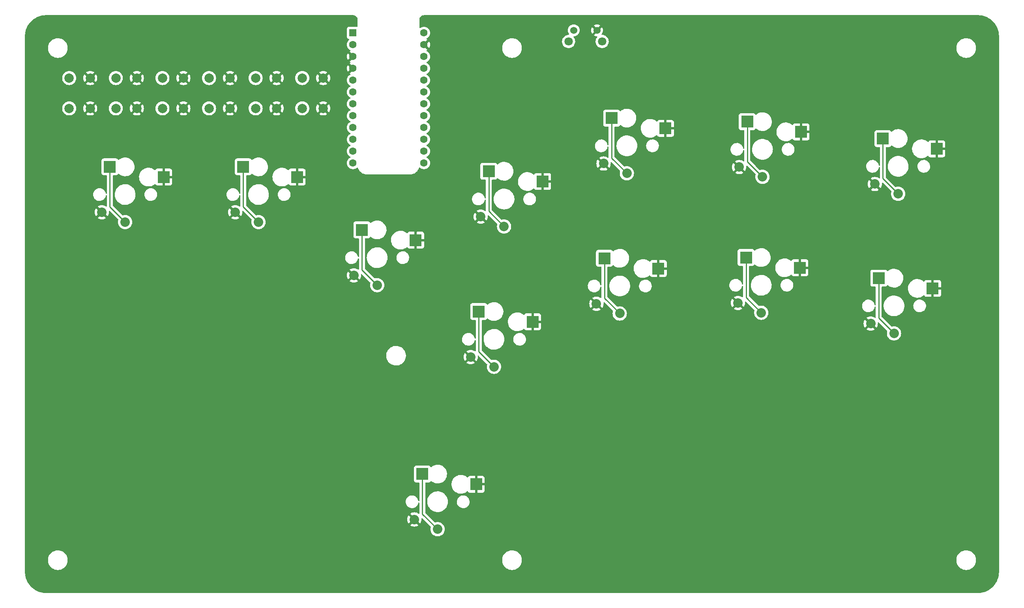
<source format=gbl>
G04 #@! TF.GenerationSoftware,KiCad,Pcbnew,(6.0.6)*
G04 #@! TF.CreationDate,2022-07-21T01:25:26+09:00*
G04 #@! TF.ProjectId,Flatbox-rev1_1-kicad,466c6174-626f-4782-9d72-6576315f312d,1.1*
G04 #@! TF.SameCoordinates,Original*
G04 #@! TF.FileFunction,Copper,L2,Bot*
G04 #@! TF.FilePolarity,Positive*
%FSLAX46Y46*%
G04 Gerber Fmt 4.6, Leading zero omitted, Abs format (unit mm)*
G04 Created by KiCad (PCBNEW (6.0.6)) date 2022-07-21 01:25:26*
%MOMM*%
%LPD*%
G01*
G04 APERTURE LIST*
G04 #@! TA.AperFunction,ComponentPad*
%ADD10C,1.600000*%
G04 #@! TD*
G04 #@! TA.AperFunction,ComponentPad*
%ADD11R,1.600000X1.600000*%
G04 #@! TD*
G04 #@! TA.AperFunction,ComponentPad*
%ADD12C,2.000000*%
G04 #@! TD*
G04 #@! TA.AperFunction,ComponentPad*
%ADD13C,2.032000*%
G04 #@! TD*
G04 #@! TA.AperFunction,SMDPad,CuDef*
%ADD14R,2.600000X2.600000*%
G04 #@! TD*
G04 #@! TA.AperFunction,ComponentPad*
%ADD15C,1.524000*%
G04 #@! TD*
G04 #@! TA.AperFunction,ComponentPad*
%ADD16C,1.800000*%
G04 #@! TD*
G04 #@! TA.AperFunction,ViaPad*
%ADD17C,0.800000*%
G04 #@! TD*
G04 #@! TA.AperFunction,Conductor*
%ADD18C,0.254000*%
G04 #@! TD*
G04 APERTURE END LIST*
D10*
X116120000Y-34300000D03*
X116120000Y-36840000D03*
X116120000Y-39380000D03*
X116120000Y-41920000D03*
X116120000Y-44460000D03*
X116120000Y-47000000D03*
X116120000Y-49540000D03*
X116120000Y-52080000D03*
X116120000Y-54620000D03*
X116120000Y-57160000D03*
X116120000Y-59700000D03*
X116120000Y-62240000D03*
X100880000Y-62240000D03*
X100880000Y-59700000D03*
X100880000Y-57160000D03*
X100880000Y-54620000D03*
X100880000Y-52080000D03*
X100880000Y-49540000D03*
X100880000Y-47000000D03*
X100880000Y-44460000D03*
X100880000Y-41920000D03*
X100880000Y-39380000D03*
X100880000Y-36840000D03*
D11*
X100880000Y-34300000D03*
D12*
X70000000Y-50500000D03*
X70000000Y-44000000D03*
X74500000Y-50500000D03*
X74500000Y-44000000D03*
D13*
X159650000Y-64440000D03*
D14*
X156375000Y-52590000D03*
D13*
X154650000Y-62340000D03*
D14*
X167925000Y-54790000D03*
D12*
X60000000Y-50500000D03*
X60000000Y-44000000D03*
X64500000Y-44000000D03*
X64500000Y-50500000D03*
D13*
X119040000Y-140820000D03*
D14*
X115765000Y-128970000D03*
X127315000Y-131170000D03*
D13*
X114040000Y-138720000D03*
X217860000Y-68840000D03*
D14*
X214585000Y-56990000D03*
X226135000Y-59190000D03*
D13*
X212860000Y-66740000D03*
D14*
X127865000Y-94110000D03*
D13*
X131140000Y-105960000D03*
D14*
X139415000Y-96310000D03*
D13*
X126140000Y-103860000D03*
D12*
X50000000Y-50500000D03*
X50000000Y-44000000D03*
X54500000Y-44000000D03*
X54500000Y-50500000D03*
X90000000Y-44000000D03*
X90000000Y-50500000D03*
X94500000Y-44000000D03*
X94500000Y-50500000D03*
D14*
X48725000Y-63050000D03*
D13*
X52000000Y-74900000D03*
X47000000Y-72800000D03*
D14*
X60275000Y-65250000D03*
D13*
X106070000Y-88440000D03*
D14*
X102795000Y-76590000D03*
X114345000Y-78790000D03*
D13*
X101070000Y-86340000D03*
D14*
X185215000Y-82510000D03*
D13*
X188490000Y-94360000D03*
X183490000Y-92260000D03*
D14*
X196765000Y-84710000D03*
D12*
X40000000Y-44000000D03*
X40000000Y-50500000D03*
X44500000Y-50500000D03*
X44500000Y-44000000D03*
D13*
X80620000Y-74900000D03*
D14*
X77345000Y-63050000D03*
D13*
X75620000Y-72800000D03*
D14*
X88895000Y-65250000D03*
X213695000Y-86940000D03*
D13*
X216970000Y-98790000D03*
X211970000Y-96690000D03*
D14*
X225245000Y-89140000D03*
D12*
X80000000Y-50500000D03*
X80000000Y-44000000D03*
X84500000Y-50500000D03*
X84500000Y-44000000D03*
D14*
X154845000Y-82670000D03*
D13*
X158120000Y-94520000D03*
X153120000Y-92420000D03*
D14*
X166395000Y-84870000D03*
D15*
X148250000Y-33750000D03*
X153250000Y-33750000D03*
D16*
X147150000Y-36150000D03*
X154350000Y-36150000D03*
D14*
X130025000Y-64000000D03*
D13*
X133300000Y-75850000D03*
X128300000Y-73750000D03*
D14*
X141575000Y-66200000D03*
D13*
X188750000Y-65200000D03*
D14*
X185475000Y-53350000D03*
X197025000Y-55550000D03*
D13*
X183750000Y-63100000D03*
D17*
X71500000Y-56500000D03*
X92750000Y-62250000D03*
X116750000Y-74500000D03*
X121250000Y-67000000D03*
X116500000Y-67000000D03*
X91500000Y-40250000D03*
X96250000Y-35750000D03*
X98750000Y-35750000D03*
X98500000Y-56500000D03*
X91750000Y-67500000D03*
X95250000Y-67500000D03*
X98750000Y-64500000D03*
X147250000Y-62500000D03*
X137750000Y-59000000D03*
X118250000Y-58750000D03*
X118250000Y-53000000D03*
X124000000Y-46500000D03*
X85000000Y-150000000D03*
X174500000Y-69750000D03*
X145000000Y-110000000D03*
X65000000Y-60250000D03*
X60000000Y-35000000D03*
X210250000Y-103250000D03*
X115000000Y-150000000D03*
X151750000Y-98500000D03*
X90250000Y-56750000D03*
X175000000Y-54750000D03*
X225000000Y-110000000D03*
X160000000Y-105000000D03*
X118750000Y-31750000D03*
X230000000Y-125000000D03*
X145500000Y-78500000D03*
X200500000Y-55750000D03*
X95000000Y-150000000D03*
X160000000Y-145000000D03*
X235000000Y-80000000D03*
X125000000Y-150000000D03*
X100000000Y-145000000D03*
X200000000Y-145000000D03*
X95000000Y-40000000D03*
X150000000Y-135000000D03*
X104250000Y-124750000D03*
X135000000Y-46500000D03*
X148750000Y-98500000D03*
X190000000Y-145000000D03*
X80000000Y-35000000D03*
X185000000Y-40000000D03*
X230000000Y-85000000D03*
X55000000Y-40000000D03*
X35000000Y-80000000D03*
X118750000Y-110250000D03*
X230000000Y-135000000D03*
X185000000Y-150000000D03*
X205000000Y-110000000D03*
X170000000Y-105000000D03*
X235000000Y-50000000D03*
X147000000Y-41750000D03*
X136000000Y-53500000D03*
X235000000Y-100000000D03*
X65000000Y-90000000D03*
X205000000Y-150000000D03*
X45000000Y-53250000D03*
X67500000Y-56250000D03*
X203500000Y-101250000D03*
X45000000Y-40000000D03*
X135000000Y-120000000D03*
X171250000Y-65500000D03*
X85000000Y-40000000D03*
X200250000Y-70750000D03*
X215000000Y-40000000D03*
X50000000Y-145000000D03*
X135000000Y-41750000D03*
X121000000Y-74500000D03*
X120500000Y-78250000D03*
X87250000Y-81750000D03*
X140000000Y-35000000D03*
X95000000Y-130000000D03*
X110000000Y-145000000D03*
X92250000Y-90500000D03*
X95500000Y-74250000D03*
X145750000Y-95500000D03*
X58750000Y-82500000D03*
X144750000Y-74750000D03*
X190250000Y-45750000D03*
X235000000Y-120000000D03*
X235000000Y-70000000D03*
X211000000Y-73250000D03*
X87250000Y-78750000D03*
X148750000Y-39750000D03*
X145000000Y-140000000D03*
X60000000Y-145000000D03*
X235000000Y-140000000D03*
X170000000Y-35000000D03*
X65000000Y-40000000D03*
X120500000Y-107250000D03*
X125000000Y-110000000D03*
X185000000Y-110000000D03*
X165000000Y-150000000D03*
X230000000Y-95000000D03*
X150000000Y-145000000D03*
X40000000Y-55000000D03*
X40000000Y-75000000D03*
X58750000Y-79500000D03*
X135000000Y-140000000D03*
X175000000Y-65500000D03*
X75000000Y-40000000D03*
X45000000Y-150000000D03*
X155000000Y-150000000D03*
X69250000Y-52500000D03*
X135000000Y-110000000D03*
X145000000Y-150000000D03*
X200000000Y-105000000D03*
X235000000Y-90000000D03*
X50500000Y-53250000D03*
X35000000Y-60000000D03*
X145000000Y-130000000D03*
X235000000Y-60000000D03*
X68000000Y-60250000D03*
X180000000Y-105000000D03*
X65000000Y-150000000D03*
X98750000Y-31250000D03*
X204000000Y-55750000D03*
X70000000Y-145000000D03*
X95000000Y-120000000D03*
X205750000Y-103250000D03*
X90000000Y-85000000D03*
X55000000Y-90000000D03*
X180000000Y-35000000D03*
X195000000Y-40000000D03*
X155000000Y-140000000D03*
X45000000Y-90000000D03*
X55000000Y-150000000D03*
X150000000Y-105000000D03*
X160000000Y-35000000D03*
X35000000Y-50000000D03*
X163000000Y-42250000D03*
X35000000Y-100000000D03*
X35000000Y-110000000D03*
X120000000Y-145000000D03*
X230000000Y-105000000D03*
X95000000Y-140000000D03*
X174750000Y-94250000D03*
X35000000Y-90000000D03*
X91500000Y-74250000D03*
X182250000Y-69250000D03*
X150000000Y-115000000D03*
X215000000Y-110000000D03*
X145000000Y-100000000D03*
X140000000Y-135000000D03*
X165000000Y-110000000D03*
X62750000Y-82500000D03*
X200000000Y-35000000D03*
X40000000Y-115000000D03*
X104250000Y-144750000D03*
X140000000Y-105000000D03*
X220000000Y-35000000D03*
X100000000Y-135000000D03*
X95000000Y-100000000D03*
X64750000Y-77250000D03*
X220000000Y-145000000D03*
X40000000Y-125000000D03*
X205000000Y-40000000D03*
X175000000Y-40000000D03*
X35000000Y-70000000D03*
X165000000Y-40000000D03*
X167500000Y-45500000D03*
X135000000Y-130000000D03*
X155000000Y-110000000D03*
X235000000Y-110000000D03*
X60250000Y-52750000D03*
X144750000Y-65500000D03*
X140000000Y-115000000D03*
X230000000Y-45000000D03*
X70000000Y-85000000D03*
X210000000Y-145000000D03*
X225000000Y-140000000D03*
X50000000Y-85000000D03*
X50000000Y-35000000D03*
X70000000Y-35000000D03*
X92250000Y-78250000D03*
X62750000Y-79500000D03*
X100000000Y-115000000D03*
X75000000Y-90000000D03*
X151250000Y-42000000D03*
X35000000Y-130000000D03*
X203500000Y-74750000D03*
X100000000Y-125000000D03*
X94250000Y-31750000D03*
X145000000Y-120000000D03*
X140000000Y-125000000D03*
X40000000Y-95000000D03*
X165000000Y-100000000D03*
X145000000Y-40000000D03*
X163000000Y-46750000D03*
X75000000Y-150000000D03*
X190250000Y-42250000D03*
X220000000Y-105000000D03*
X180000000Y-145000000D03*
X175000000Y-150000000D03*
X78000000Y-56750000D03*
X210000000Y-35000000D03*
X190000000Y-35000000D03*
X35000000Y-140000000D03*
X40000000Y-65000000D03*
X35000000Y-120000000D03*
X175000000Y-100000000D03*
X40000000Y-135000000D03*
X105000000Y-150000000D03*
X171250000Y-54750000D03*
X95250000Y-90500000D03*
X40000000Y-85000000D03*
X40000000Y-105000000D03*
X178750000Y-98250000D03*
X182250000Y-98250000D03*
X170000000Y-145000000D03*
X230000000Y-75000000D03*
X90000000Y-35000000D03*
X120000000Y-35000000D03*
X185000000Y-100000000D03*
X155000000Y-40000000D03*
X195000000Y-150000000D03*
X147000000Y-46500000D03*
X95250000Y-78250000D03*
X109500000Y-147750000D03*
X100000000Y-92250000D03*
X150000000Y-125000000D03*
X45000000Y-56250000D03*
X147500000Y-67250000D03*
X215000000Y-150000000D03*
X225000000Y-150000000D03*
X130000000Y-145000000D03*
X130000000Y-35000000D03*
X167500000Y-42250000D03*
X120750000Y-41750000D03*
X195000000Y-110000000D03*
X230000000Y-115000000D03*
X206750000Y-73250000D03*
X225000000Y-40000000D03*
X95000000Y-110000000D03*
X204250000Y-70750000D03*
X230000000Y-65000000D03*
X60250000Y-56250000D03*
X90000000Y-145000000D03*
X85000000Y-90000000D03*
X140000000Y-145000000D03*
X153750000Y-68250000D03*
X235000000Y-130000000D03*
X195000000Y-100000000D03*
X88250000Y-38750000D03*
X78000000Y-52000000D03*
X230000000Y-55000000D03*
X80000000Y-145000000D03*
X80000000Y-85000000D03*
X190000000Y-105000000D03*
X125000000Y-40000000D03*
X126750000Y-80250000D03*
X116750000Y-107250000D03*
X100000000Y-105000000D03*
X60000000Y-85000000D03*
X175000000Y-110000000D03*
X178750000Y-69250000D03*
D18*
X48725000Y-63050000D02*
X48725000Y-71625000D01*
X48725000Y-71625000D02*
X52000000Y-74900000D01*
X77345000Y-71625000D02*
X80620000Y-74900000D01*
X77345000Y-63050000D02*
X77345000Y-71625000D01*
X102795000Y-85165000D02*
X106070000Y-88440000D01*
X102795000Y-76590000D02*
X102795000Y-85165000D01*
X130025000Y-72575000D02*
X133300000Y-75850000D01*
X130025000Y-64000000D02*
X130025000Y-72575000D01*
X156375000Y-61165000D02*
X159650000Y-64440000D01*
X156375000Y-52590000D02*
X156375000Y-61165000D01*
X185475000Y-53350000D02*
X185475000Y-61925000D01*
X185475000Y-61925000D02*
X188750000Y-65200000D01*
X214585000Y-56990000D02*
X214585000Y-65565000D01*
X214585000Y-65565000D02*
X217860000Y-68840000D01*
X127865000Y-94110000D02*
X127865000Y-102685000D01*
X127865000Y-102685000D02*
X131140000Y-105960000D01*
X154845000Y-82670000D02*
X154845000Y-91245000D01*
X154845000Y-91245000D02*
X158120000Y-94520000D01*
X185215000Y-91085000D02*
X188490000Y-94360000D01*
X185215000Y-82510000D02*
X185215000Y-91085000D01*
X213695000Y-95515000D02*
X216970000Y-98790000D01*
X213695000Y-86940000D02*
X213695000Y-95515000D01*
X115765000Y-128970000D02*
X115765000Y-137545000D01*
X115765000Y-137545000D02*
X119040000Y-140820000D01*
G04 #@! TA.AperFunction,Conductor*
G36*
X100870018Y-30510000D02*
G01*
X100884851Y-30512310D01*
X100884855Y-30512310D01*
X100893724Y-30513691D01*
X100906397Y-30512034D01*
X100933707Y-30511449D01*
X101061194Y-30522603D01*
X101082817Y-30526415D01*
X101228466Y-30565442D01*
X101249104Y-30572954D01*
X101385760Y-30636678D01*
X101404780Y-30647660D01*
X101528297Y-30734147D01*
X101545122Y-30748265D01*
X101651735Y-30854878D01*
X101665853Y-30871703D01*
X101752340Y-30995220D01*
X101763322Y-31014240D01*
X101827046Y-31150896D01*
X101834557Y-31171534D01*
X101873583Y-31317178D01*
X101877398Y-31338809D01*
X101887947Y-31459393D01*
X101887393Y-31475871D01*
X101887800Y-31475876D01*
X101887690Y-31484853D01*
X101886309Y-31493724D01*
X101887473Y-31502626D01*
X101887473Y-31502628D01*
X101890436Y-31525283D01*
X101891500Y-31541621D01*
X101891500Y-32868818D01*
X101871498Y-32936939D01*
X101817842Y-32983432D01*
X101751892Y-32994081D01*
X101728134Y-32991500D01*
X100031866Y-32991500D01*
X99969684Y-32998255D01*
X99833295Y-33049385D01*
X99716739Y-33136739D01*
X99629385Y-33253295D01*
X99578255Y-33389684D01*
X99571500Y-33451866D01*
X99571500Y-35148134D01*
X99578255Y-35210316D01*
X99629385Y-35346705D01*
X99716739Y-35463261D01*
X99833295Y-35550615D01*
X99969684Y-35601745D01*
X99980474Y-35602917D01*
X99982606Y-35603803D01*
X99985222Y-35604425D01*
X99985121Y-35604848D01*
X100046035Y-35630155D01*
X100086463Y-35688517D01*
X100088922Y-35759471D01*
X100052629Y-35820490D01*
X100043969Y-35827489D01*
X100040207Y-35830646D01*
X100035700Y-35833802D01*
X99873802Y-35995700D01*
X99742477Y-36183251D01*
X99740154Y-36188233D01*
X99740151Y-36188238D01*
X99648039Y-36385775D01*
X99645716Y-36390757D01*
X99644294Y-36396065D01*
X99644293Y-36396067D01*
X99595697Y-36577428D01*
X99586457Y-36611913D01*
X99566502Y-36840000D01*
X99586457Y-37068087D01*
X99587881Y-37073400D01*
X99587881Y-37073402D01*
X99630510Y-37232492D01*
X99645716Y-37289243D01*
X99648039Y-37294224D01*
X99648039Y-37294225D01*
X99740151Y-37491762D01*
X99740154Y-37491767D01*
X99742477Y-37496749D01*
X99788077Y-37561872D01*
X99869683Y-37678417D01*
X99873802Y-37684300D01*
X100035700Y-37846198D01*
X100040208Y-37849355D01*
X100040211Y-37849357D01*
X100116016Y-37902436D01*
X100223251Y-37977523D01*
X100228233Y-37979846D01*
X100228238Y-37979849D01*
X100263049Y-37996081D01*
X100316334Y-38042998D01*
X100335795Y-38111275D01*
X100315253Y-38179235D01*
X100263049Y-38224471D01*
X100228489Y-38240586D01*
X100218994Y-38246069D01*
X100166952Y-38282509D01*
X100158576Y-38292988D01*
X100165644Y-38306434D01*
X101150115Y-39290905D01*
X101184141Y-39353217D01*
X101179076Y-39424032D01*
X101150115Y-39469095D01*
X100164923Y-40454287D01*
X100158493Y-40466062D01*
X100167789Y-40478077D01*
X100218994Y-40513931D01*
X100228489Y-40519414D01*
X100263641Y-40535805D01*
X100316926Y-40582722D01*
X100336387Y-40650999D01*
X100315845Y-40718959D01*
X100263641Y-40764195D01*
X100228489Y-40780586D01*
X100218994Y-40786069D01*
X100166952Y-40822509D01*
X100158576Y-40832988D01*
X100165644Y-40846434D01*
X101150115Y-41830905D01*
X101184141Y-41893217D01*
X101179076Y-41964032D01*
X101150115Y-42009095D01*
X100164923Y-42994287D01*
X100158493Y-43006062D01*
X100167789Y-43018077D01*
X100218994Y-43053931D01*
X100228489Y-43059414D01*
X100263049Y-43075529D01*
X100316334Y-43122446D01*
X100335795Y-43190723D01*
X100315253Y-43258683D01*
X100263049Y-43303919D01*
X100228238Y-43320151D01*
X100228233Y-43320154D01*
X100223251Y-43322477D01*
X100214174Y-43328833D01*
X100040211Y-43450643D01*
X100040208Y-43450645D01*
X100035700Y-43453802D01*
X99873802Y-43615700D01*
X99870645Y-43620208D01*
X99870643Y-43620211D01*
X99859965Y-43635461D01*
X99742477Y-43803251D01*
X99740154Y-43808233D01*
X99740151Y-43808238D01*
X99651260Y-43998868D01*
X99645716Y-44010757D01*
X99586457Y-44231913D01*
X99566502Y-44460000D01*
X99586457Y-44688087D01*
X99587881Y-44693400D01*
X99587881Y-44693402D01*
X99641411Y-44893175D01*
X99645716Y-44909243D01*
X99648039Y-44914224D01*
X99648039Y-44914225D01*
X99740151Y-45111762D01*
X99740154Y-45111767D01*
X99742477Y-45116749D01*
X99873802Y-45304300D01*
X100035700Y-45466198D01*
X100040208Y-45469355D01*
X100040211Y-45469357D01*
X100102776Y-45513165D01*
X100223251Y-45597523D01*
X100228233Y-45599846D01*
X100228238Y-45599849D01*
X100262457Y-45615805D01*
X100315742Y-45662722D01*
X100335203Y-45730999D01*
X100314661Y-45798959D01*
X100262457Y-45844195D01*
X100228238Y-45860151D01*
X100228233Y-45860154D01*
X100223251Y-45862477D01*
X100214174Y-45868833D01*
X100040211Y-45990643D01*
X100040208Y-45990645D01*
X100035700Y-45993802D01*
X99873802Y-46155700D01*
X99742477Y-46343251D01*
X99740154Y-46348233D01*
X99740151Y-46348238D01*
X99648039Y-46545775D01*
X99645716Y-46550757D01*
X99586457Y-46771913D01*
X99566502Y-47000000D01*
X99586457Y-47228087D01*
X99645716Y-47449243D01*
X99648039Y-47454224D01*
X99648039Y-47454225D01*
X99740151Y-47651762D01*
X99740154Y-47651767D01*
X99742477Y-47656749D01*
X99873802Y-47844300D01*
X100035700Y-48006198D01*
X100040208Y-48009355D01*
X100040211Y-48009357D01*
X100116887Y-48063046D01*
X100223251Y-48137523D01*
X100228233Y-48139846D01*
X100228238Y-48139849D01*
X100262457Y-48155805D01*
X100315742Y-48202722D01*
X100335203Y-48270999D01*
X100314661Y-48338959D01*
X100262457Y-48384195D01*
X100228238Y-48400151D01*
X100228233Y-48400154D01*
X100223251Y-48402477D01*
X100214174Y-48408833D01*
X100040211Y-48530643D01*
X100040208Y-48530645D01*
X100035700Y-48533802D01*
X99873802Y-48695700D01*
X99742477Y-48883251D01*
X99740154Y-48888233D01*
X99740151Y-48888238D01*
X99658535Y-49063266D01*
X99645716Y-49090757D01*
X99586457Y-49311913D01*
X99566502Y-49540000D01*
X99586457Y-49768087D01*
X99587881Y-49773400D01*
X99587881Y-49773402D01*
X99599788Y-49817837D01*
X99645716Y-49989243D01*
X99648039Y-49994224D01*
X99648039Y-49994225D01*
X99740151Y-50191762D01*
X99740154Y-50191767D01*
X99742477Y-50196749D01*
X99873802Y-50384300D01*
X100035700Y-50546198D01*
X100040208Y-50549355D01*
X100040211Y-50549357D01*
X100086116Y-50581500D01*
X100223251Y-50677523D01*
X100228233Y-50679846D01*
X100228238Y-50679849D01*
X100262457Y-50695805D01*
X100315742Y-50742722D01*
X100335203Y-50810999D01*
X100314661Y-50878959D01*
X100262457Y-50924195D01*
X100228238Y-50940151D01*
X100228233Y-50940154D01*
X100223251Y-50942477D01*
X100132988Y-51005680D01*
X100040211Y-51070643D01*
X100040208Y-51070645D01*
X100035700Y-51073802D01*
X99873802Y-51235700D01*
X99870645Y-51240208D01*
X99870643Y-51240211D01*
X99868500Y-51243272D01*
X99742477Y-51423251D01*
X99740154Y-51428233D01*
X99740151Y-51428238D01*
X99661815Y-51596233D01*
X99645716Y-51630757D01*
X99644294Y-51636065D01*
X99644293Y-51636067D01*
X99621503Y-51721121D01*
X99586457Y-51851913D01*
X99566502Y-52080000D01*
X99586457Y-52308087D01*
X99587881Y-52313400D01*
X99587881Y-52313402D01*
X99606782Y-52383939D01*
X99645716Y-52529243D01*
X99648039Y-52534224D01*
X99648039Y-52534225D01*
X99740151Y-52731762D01*
X99740154Y-52731767D01*
X99742477Y-52736749D01*
X99873802Y-52924300D01*
X100035700Y-53086198D01*
X100040208Y-53089355D01*
X100040211Y-53089357D01*
X100086423Y-53121715D01*
X100223251Y-53217523D01*
X100228233Y-53219846D01*
X100228238Y-53219849D01*
X100262457Y-53235805D01*
X100315742Y-53282722D01*
X100335203Y-53350999D01*
X100314661Y-53418959D01*
X100262457Y-53464195D01*
X100228238Y-53480151D01*
X100228233Y-53480154D01*
X100223251Y-53482477D01*
X100214174Y-53488833D01*
X100040211Y-53610643D01*
X100040208Y-53610645D01*
X100035700Y-53613802D01*
X99873802Y-53775700D01*
X99870645Y-53780208D01*
X99870643Y-53780211D01*
X99859114Y-53796676D01*
X99742477Y-53963251D01*
X99740154Y-53968233D01*
X99740151Y-53968238D01*
X99648039Y-54165775D01*
X99645716Y-54170757D01*
X99644294Y-54176065D01*
X99644293Y-54176067D01*
X99592458Y-54369516D01*
X99586457Y-54391913D01*
X99566502Y-54620000D01*
X99586457Y-54848087D01*
X99587881Y-54853400D01*
X99587881Y-54853402D01*
X99641867Y-55054877D01*
X99645716Y-55069243D01*
X99648039Y-55074224D01*
X99648039Y-55074225D01*
X99740151Y-55271762D01*
X99740154Y-55271767D01*
X99742477Y-55276749D01*
X99799291Y-55357888D01*
X99862148Y-55447656D01*
X99873802Y-55464300D01*
X100035700Y-55626198D01*
X100040208Y-55629355D01*
X100040211Y-55629357D01*
X100101996Y-55672619D01*
X100223251Y-55757523D01*
X100228233Y-55759846D01*
X100228238Y-55759849D01*
X100262457Y-55775805D01*
X100315742Y-55822722D01*
X100335203Y-55890999D01*
X100314661Y-55958959D01*
X100262457Y-56004195D01*
X100228238Y-56020151D01*
X100228233Y-56020154D01*
X100223251Y-56022477D01*
X100132988Y-56085680D01*
X100040211Y-56150643D01*
X100040208Y-56150645D01*
X100035700Y-56153802D01*
X99873802Y-56315700D01*
X99870645Y-56320208D01*
X99870643Y-56320211D01*
X99820847Y-56391328D01*
X99742477Y-56503251D01*
X99740154Y-56508233D01*
X99740151Y-56508238D01*
X99682979Y-56630846D01*
X99645716Y-56710757D01*
X99644294Y-56716065D01*
X99644293Y-56716067D01*
X99622369Y-56797888D01*
X99586457Y-56931913D01*
X99566502Y-57160000D01*
X99586457Y-57388087D01*
X99587881Y-57393400D01*
X99587881Y-57393402D01*
X99633033Y-57561908D01*
X99645716Y-57609243D01*
X99648039Y-57614224D01*
X99648039Y-57614225D01*
X99740151Y-57811762D01*
X99740154Y-57811767D01*
X99742477Y-57816749D01*
X99763124Y-57846236D01*
X99860016Y-57984611D01*
X99873802Y-58004300D01*
X100035700Y-58166198D01*
X100040208Y-58169355D01*
X100040211Y-58169357D01*
X100088704Y-58203312D01*
X100223251Y-58297523D01*
X100228233Y-58299846D01*
X100228238Y-58299849D01*
X100262457Y-58315805D01*
X100315742Y-58362722D01*
X100335203Y-58430999D01*
X100314661Y-58498959D01*
X100262457Y-58544195D01*
X100228238Y-58560151D01*
X100228233Y-58560154D01*
X100223251Y-58562477D01*
X100132988Y-58625680D01*
X100040211Y-58690643D01*
X100040208Y-58690645D01*
X100035700Y-58693802D01*
X99873802Y-58855700D01*
X99870645Y-58860208D01*
X99870643Y-58860211D01*
X99840690Y-58902989D01*
X99742477Y-59043251D01*
X99740154Y-59048233D01*
X99740151Y-59048238D01*
X99652722Y-59235732D01*
X99645716Y-59250757D01*
X99644294Y-59256065D01*
X99644293Y-59256067D01*
X99587881Y-59466598D01*
X99586457Y-59471913D01*
X99566502Y-59700000D01*
X99586457Y-59928087D01*
X99587881Y-59933400D01*
X99587881Y-59933402D01*
X99633553Y-60103849D01*
X99645716Y-60149243D01*
X99648039Y-60154224D01*
X99648039Y-60154225D01*
X99740151Y-60351762D01*
X99740154Y-60351767D01*
X99742477Y-60356749D01*
X99790915Y-60425925D01*
X99869737Y-60538494D01*
X99873802Y-60544300D01*
X100035700Y-60706198D01*
X100040208Y-60709355D01*
X100040211Y-60709357D01*
X100089177Y-60743643D01*
X100223251Y-60837523D01*
X100228233Y-60839846D01*
X100228238Y-60839849D01*
X100262457Y-60855805D01*
X100315742Y-60902722D01*
X100335203Y-60970999D01*
X100314661Y-61038959D01*
X100262457Y-61084195D01*
X100228238Y-61100151D01*
X100228233Y-61100154D01*
X100223251Y-61102477D01*
X100141073Y-61160019D01*
X100040211Y-61230643D01*
X100040208Y-61230645D01*
X100035700Y-61233802D01*
X99873802Y-61395700D01*
X99870645Y-61400208D01*
X99870643Y-61400211D01*
X99823678Y-61467284D01*
X99742477Y-61583251D01*
X99740154Y-61588233D01*
X99740151Y-61588238D01*
X99685573Y-61705283D01*
X99645716Y-61790757D01*
X99644294Y-61796065D01*
X99644293Y-61796067D01*
X99591927Y-61991500D01*
X99586457Y-62011913D01*
X99566502Y-62240000D01*
X99586457Y-62468087D01*
X99587881Y-62473400D01*
X99587881Y-62473402D01*
X99641558Y-62673724D01*
X99645716Y-62689243D01*
X99648039Y-62694224D01*
X99648039Y-62694225D01*
X99740151Y-62891762D01*
X99740154Y-62891767D01*
X99742477Y-62896749D01*
X99781038Y-62951819D01*
X99869013Y-63077460D01*
X99873802Y-63084300D01*
X100035700Y-63246198D01*
X100040208Y-63249355D01*
X100040211Y-63249357D01*
X100086552Y-63281805D01*
X100223251Y-63377523D01*
X100228233Y-63379846D01*
X100228238Y-63379849D01*
X100418975Y-63468790D01*
X100430757Y-63474284D01*
X100436065Y-63475706D01*
X100436067Y-63475707D01*
X100646598Y-63532119D01*
X100646600Y-63532119D01*
X100651913Y-63533543D01*
X100880000Y-63553498D01*
X101108087Y-63533543D01*
X101113400Y-63532119D01*
X101113402Y-63532119D01*
X101323933Y-63475707D01*
X101323935Y-63475706D01*
X101329243Y-63474284D01*
X101341025Y-63468790D01*
X101531762Y-63379849D01*
X101531767Y-63379846D01*
X101536749Y-63377523D01*
X101673448Y-63281805D01*
X101719789Y-63249357D01*
X101719792Y-63249355D01*
X101724300Y-63246198D01*
X101765302Y-63205196D01*
X101827614Y-63171170D01*
X101898429Y-63176235D01*
X101955265Y-63218782D01*
X101973710Y-63253789D01*
X101974525Y-63256189D01*
X102040406Y-63450269D01*
X102084888Y-63540470D01*
X102151852Y-63676259D01*
X102156855Y-63686405D01*
X102303130Y-63905321D01*
X102476728Y-64103272D01*
X102674679Y-64276870D01*
X102893595Y-64423145D01*
X102897294Y-64424969D01*
X102897299Y-64424972D01*
X102983974Y-64467715D01*
X103129731Y-64539594D01*
X103133636Y-64540919D01*
X103133637Y-64540920D01*
X103375139Y-64622899D01*
X103375142Y-64622900D01*
X103379046Y-64624225D01*
X103383085Y-64625028D01*
X103383091Y-64625030D01*
X103633233Y-64674786D01*
X103633236Y-64674786D01*
X103637276Y-64675590D01*
X103641387Y-64675859D01*
X103641391Y-64675860D01*
X103865609Y-64690556D01*
X103878269Y-64692032D01*
X103882639Y-64692767D01*
X103882641Y-64692767D01*
X103887448Y-64693576D01*
X103893966Y-64693655D01*
X103895140Y-64693670D01*
X103895143Y-64693670D01*
X103900000Y-64693729D01*
X103927624Y-64689773D01*
X103945486Y-64688500D01*
X113046750Y-64688500D01*
X113067655Y-64690246D01*
X113082656Y-64692770D01*
X113082659Y-64692770D01*
X113087448Y-64693576D01*
X113093763Y-64693653D01*
X113095142Y-64693670D01*
X113095145Y-64693670D01*
X113100000Y-64693729D01*
X113107054Y-64692718D01*
X113116665Y-64691717D01*
X113179355Y-64687608D01*
X113358609Y-64675860D01*
X113358613Y-64675859D01*
X113362724Y-64675590D01*
X113366764Y-64674786D01*
X113366767Y-64674786D01*
X113616909Y-64625030D01*
X113616915Y-64625028D01*
X113620954Y-64624225D01*
X113624858Y-64622900D01*
X113624861Y-64622899D01*
X113866363Y-64540920D01*
X113866364Y-64540919D01*
X113870269Y-64539594D01*
X114016026Y-64467715D01*
X114102701Y-64424972D01*
X114102706Y-64424969D01*
X114106405Y-64423145D01*
X114325321Y-64276870D01*
X114523272Y-64103272D01*
X114696870Y-63905321D01*
X114843145Y-63686405D01*
X114848149Y-63676259D01*
X114915112Y-63540470D01*
X114959594Y-63450269D01*
X115025475Y-63256189D01*
X115026290Y-63253789D01*
X115067127Y-63195713D01*
X115132880Y-63168935D01*
X115202672Y-63181956D01*
X115234698Y-63205196D01*
X115275700Y-63246198D01*
X115280208Y-63249355D01*
X115280211Y-63249357D01*
X115326552Y-63281805D01*
X115463251Y-63377523D01*
X115468233Y-63379846D01*
X115468238Y-63379849D01*
X115658975Y-63468790D01*
X115670757Y-63474284D01*
X115676065Y-63475706D01*
X115676067Y-63475707D01*
X115886598Y-63532119D01*
X115886600Y-63532119D01*
X115891913Y-63533543D01*
X116120000Y-63553498D01*
X116348087Y-63533543D01*
X116353400Y-63532119D01*
X116353402Y-63532119D01*
X116563933Y-63475707D01*
X116563935Y-63475706D01*
X116569243Y-63474284D01*
X116581025Y-63468790D01*
X116771762Y-63379849D01*
X116771767Y-63379846D01*
X116776749Y-63377523D01*
X116913448Y-63281805D01*
X116959789Y-63249357D01*
X116959792Y-63249355D01*
X116964300Y-63246198D01*
X117126198Y-63084300D01*
X117130988Y-63077460D01*
X117218962Y-62951819D01*
X117257523Y-62896749D01*
X117259846Y-62891767D01*
X117259849Y-62891762D01*
X117351961Y-62694225D01*
X117351961Y-62694224D01*
X117354284Y-62689243D01*
X117358443Y-62673724D01*
X117412119Y-62473402D01*
X117412119Y-62473400D01*
X117413543Y-62468087D01*
X117433498Y-62240000D01*
X117413543Y-62011913D01*
X117408073Y-61991500D01*
X117355707Y-61796067D01*
X117355706Y-61796065D01*
X117354284Y-61790757D01*
X117314427Y-61705283D01*
X117259849Y-61588238D01*
X117259846Y-61588233D01*
X117257523Y-61583251D01*
X117176322Y-61467284D01*
X117129357Y-61400211D01*
X117129355Y-61400208D01*
X117126198Y-61395700D01*
X116964300Y-61233802D01*
X116959792Y-61230645D01*
X116959789Y-61230643D01*
X116858927Y-61160019D01*
X116776749Y-61102477D01*
X116771767Y-61100154D01*
X116771762Y-61100151D01*
X116737543Y-61084195D01*
X116684258Y-61037278D01*
X116664797Y-60969001D01*
X116685339Y-60901041D01*
X116737543Y-60855805D01*
X116771762Y-60839849D01*
X116771767Y-60839846D01*
X116776749Y-60837523D01*
X116910823Y-60743643D01*
X116959789Y-60709357D01*
X116959792Y-60709355D01*
X116964300Y-60706198D01*
X117126198Y-60544300D01*
X117130264Y-60538494D01*
X117209085Y-60425925D01*
X117257523Y-60356749D01*
X117259846Y-60351767D01*
X117259849Y-60351762D01*
X117351961Y-60154225D01*
X117351961Y-60154224D01*
X117354284Y-60149243D01*
X117366448Y-60103849D01*
X117412119Y-59933402D01*
X117412119Y-59933400D01*
X117413543Y-59928087D01*
X117433498Y-59700000D01*
X117413543Y-59471913D01*
X117412119Y-59466598D01*
X117355707Y-59256067D01*
X117355706Y-59256065D01*
X117354284Y-59250757D01*
X117347278Y-59235732D01*
X117259849Y-59048238D01*
X117259846Y-59048233D01*
X117257523Y-59043251D01*
X117159310Y-58902989D01*
X117129357Y-58860211D01*
X117129355Y-58860208D01*
X117126198Y-58855700D01*
X116964300Y-58693802D01*
X116959792Y-58690645D01*
X116959789Y-58690643D01*
X116867012Y-58625680D01*
X116776749Y-58562477D01*
X116771767Y-58560154D01*
X116771762Y-58560151D01*
X116737543Y-58544195D01*
X116684258Y-58497278D01*
X116678117Y-58475732D01*
X152787200Y-58475732D01*
X152787400Y-58481062D01*
X152787400Y-58481063D01*
X152791332Y-58585816D01*
X152795854Y-58706268D01*
X152843228Y-58932050D01*
X152845186Y-58937009D01*
X152845187Y-58937011D01*
X152870825Y-59001930D01*
X152927967Y-59146622D01*
X153047647Y-59343849D01*
X153051144Y-59347879D01*
X153167543Y-59482017D01*
X153198847Y-59518092D01*
X153202978Y-59521479D01*
X153373115Y-59660984D01*
X153373121Y-59660988D01*
X153377243Y-59664368D01*
X153577735Y-59778494D01*
X153582751Y-59780315D01*
X153582756Y-59780317D01*
X153789575Y-59855389D01*
X153789579Y-59855390D01*
X153794590Y-59857209D01*
X153799839Y-59858158D01*
X153799842Y-59858159D01*
X154017523Y-59897522D01*
X154017530Y-59897523D01*
X154021607Y-59898260D01*
X154039344Y-59899096D01*
X154044292Y-59899330D01*
X154044299Y-59899330D01*
X154045780Y-59899400D01*
X154207925Y-59899400D01*
X154274881Y-59893719D01*
X154374562Y-59885261D01*
X154374566Y-59885260D01*
X154379873Y-59884810D01*
X154385028Y-59883472D01*
X154385034Y-59883471D01*
X154598003Y-59828195D01*
X154598007Y-59828194D01*
X154603172Y-59826853D01*
X154608038Y-59824661D01*
X154608041Y-59824660D01*
X154808649Y-59734293D01*
X154813515Y-59732101D01*
X154817935Y-59729125D01*
X154817939Y-59729123D01*
X154964503Y-59630449D01*
X155004885Y-59603262D01*
X155171812Y-59444022D01*
X155227218Y-59369553D01*
X155306337Y-59263214D01*
X155306339Y-59263211D01*
X155309521Y-59258934D01*
X155357294Y-59164972D01*
X155411658Y-59058046D01*
X155411658Y-59058045D01*
X155414077Y-59053288D01*
X155456121Y-58917885D01*
X155480905Y-58838070D01*
X155480906Y-58838064D01*
X155482489Y-58832967D01*
X155488592Y-58786919D01*
X155517371Y-58722017D01*
X155576670Y-58682977D01*
X155647662Y-58682194D01*
X155707808Y-58719916D01*
X155738012Y-58784168D01*
X155739500Y-58803474D01*
X155739500Y-60995267D01*
X155719498Y-61063388D01*
X155665842Y-61109881D01*
X155595568Y-61119985D01*
X155547665Y-61102700D01*
X155348241Y-60980493D01*
X155339447Y-60976012D01*
X155126971Y-60888002D01*
X155117586Y-60884953D01*
X154893956Y-60831263D01*
X154884209Y-60829720D01*
X154654930Y-60811675D01*
X154645070Y-60811675D01*
X154415791Y-60829720D01*
X154406044Y-60831263D01*
X154182414Y-60884953D01*
X154173029Y-60888002D01*
X153960553Y-60976012D01*
X153951759Y-60980493D01*
X153779917Y-61085797D01*
X153770457Y-61096253D01*
X153774241Y-61105031D01*
X155881926Y-63212716D01*
X155894306Y-63219476D01*
X155901956Y-63213749D01*
X156009507Y-63038241D01*
X156013988Y-63029447D01*
X156101998Y-62816971D01*
X156105047Y-62807586D01*
X156158737Y-62583956D01*
X156160280Y-62574209D01*
X156178325Y-62344930D01*
X156178325Y-62335070D01*
X156165142Y-62167562D01*
X156179738Y-62098082D01*
X156229581Y-62047522D01*
X156298845Y-62031936D01*
X156365541Y-62056271D01*
X156379849Y-62068581D01*
X158161820Y-63850552D01*
X158195846Y-63912864D01*
X158195244Y-63969059D01*
X158170946Y-64070267D01*
X158140768Y-64195965D01*
X158140767Y-64195971D01*
X158139613Y-64200778D01*
X158120786Y-64440000D01*
X158139613Y-64679222D01*
X158140767Y-64684029D01*
X158140768Y-64684035D01*
X158151578Y-64729061D01*
X158195631Y-64912553D01*
X158197524Y-64917124D01*
X158197525Y-64917126D01*
X158285430Y-65129347D01*
X158287460Y-65134249D01*
X158412840Y-65338849D01*
X158416057Y-65342616D01*
X158416058Y-65342617D01*
X158520401Y-65464788D01*
X158568682Y-65521318D01*
X158572444Y-65524531D01*
X158741178Y-65668642D01*
X158751151Y-65677160D01*
X158955751Y-65802540D01*
X158960321Y-65804433D01*
X158960323Y-65804434D01*
X159166119Y-65889677D01*
X159177447Y-65894369D01*
X159259037Y-65913957D01*
X159405965Y-65949232D01*
X159405971Y-65949233D01*
X159410778Y-65950387D01*
X159650000Y-65969214D01*
X159889222Y-65950387D01*
X159894029Y-65949233D01*
X159894035Y-65949232D01*
X160040963Y-65913957D01*
X160122553Y-65894369D01*
X160133881Y-65889677D01*
X160339677Y-65804434D01*
X160339679Y-65804433D01*
X160344249Y-65802540D01*
X160548849Y-65677160D01*
X160558823Y-65668642D01*
X160727556Y-65524531D01*
X160731318Y-65521318D01*
X160779599Y-65464788D01*
X160883942Y-65342617D01*
X160883943Y-65342616D01*
X160887160Y-65338849D01*
X161012540Y-65134249D01*
X161014571Y-65129347D01*
X161102475Y-64917126D01*
X161102476Y-64917124D01*
X161104369Y-64912553D01*
X161148422Y-64729061D01*
X161159232Y-64684035D01*
X161159233Y-64684029D01*
X161160387Y-64679222D01*
X161179214Y-64440000D01*
X161171683Y-64344306D01*
X182870524Y-64344306D01*
X182876251Y-64351956D01*
X183051759Y-64459507D01*
X183060553Y-64463988D01*
X183273029Y-64551998D01*
X183282414Y-64555047D01*
X183506044Y-64608737D01*
X183515791Y-64610280D01*
X183745070Y-64628325D01*
X183754930Y-64628325D01*
X183984209Y-64610280D01*
X183993956Y-64608737D01*
X184217586Y-64555047D01*
X184226971Y-64551998D01*
X184439447Y-64463988D01*
X184448241Y-64459507D01*
X184620083Y-64354203D01*
X184629543Y-64343747D01*
X184625759Y-64334969D01*
X183762812Y-63472022D01*
X183748868Y-63464408D01*
X183747035Y-63464539D01*
X183740420Y-63468790D01*
X182877284Y-64331926D01*
X182870524Y-64344306D01*
X161171683Y-64344306D01*
X161160387Y-64200778D01*
X161159233Y-64195971D01*
X161159232Y-64195965D01*
X161107257Y-63979476D01*
X161104369Y-63967447D01*
X161102461Y-63962840D01*
X161014434Y-63750323D01*
X161014433Y-63750321D01*
X161012540Y-63745751D01*
X160887160Y-63541151D01*
X160807513Y-63447895D01*
X160734531Y-63362444D01*
X160731318Y-63358682D01*
X160594294Y-63241653D01*
X160552617Y-63206058D01*
X160552616Y-63206057D01*
X160548849Y-63202840D01*
X160389076Y-63104930D01*
X182221675Y-63104930D01*
X182239720Y-63334209D01*
X182241263Y-63343956D01*
X182294953Y-63567586D01*
X182298002Y-63576971D01*
X182386012Y-63789447D01*
X182390493Y-63798241D01*
X182495797Y-63970083D01*
X182506253Y-63979543D01*
X182515031Y-63975759D01*
X183377978Y-63112812D01*
X183385592Y-63098868D01*
X183385461Y-63097035D01*
X183381210Y-63090420D01*
X182518074Y-62227284D01*
X182505694Y-62220524D01*
X182498044Y-62226251D01*
X182390493Y-62401759D01*
X182386012Y-62410553D01*
X182298002Y-62623029D01*
X182294953Y-62632414D01*
X182241263Y-62856044D01*
X182239720Y-62865791D01*
X182221675Y-63095070D01*
X182221675Y-63104930D01*
X160389076Y-63104930D01*
X160344249Y-63077460D01*
X160339679Y-63075567D01*
X160339677Y-63075566D01*
X160127126Y-62987525D01*
X160127124Y-62987524D01*
X160122553Y-62985631D01*
X160040963Y-62966043D01*
X159894035Y-62930768D01*
X159894029Y-62930767D01*
X159889222Y-62929613D01*
X159650000Y-62910786D01*
X159410778Y-62929613D01*
X159405971Y-62930767D01*
X159405965Y-62930768D01*
X159179061Y-62985243D01*
X159108153Y-62981696D01*
X159060552Y-62951819D01*
X157047405Y-60938672D01*
X157013379Y-60876360D01*
X157010500Y-60849577D01*
X157010500Y-58586659D01*
X157422514Y-58586659D01*
X157422877Y-58590807D01*
X157422877Y-58590811D01*
X157438512Y-58769516D01*
X157448252Y-58880849D01*
X157449162Y-58884921D01*
X157449163Y-58884926D01*
X157507659Y-59146622D01*
X157512672Y-59169050D01*
X157614644Y-59446199D01*
X157616591Y-59449892D01*
X157616592Y-59449894D01*
X157652549Y-59518092D01*
X157752374Y-59707427D01*
X157754794Y-59710832D01*
X157921019Y-59944735D01*
X157921024Y-59944741D01*
X157923443Y-59948145D01*
X157926287Y-59951195D01*
X157926292Y-59951201D01*
X158039516Y-60072619D01*
X158124846Y-60164124D01*
X158353045Y-60351568D01*
X158604029Y-60507185D01*
X158607846Y-60508901D01*
X158607849Y-60508902D01*
X158669765Y-60536728D01*
X158873390Y-60628241D01*
X159009856Y-60668923D01*
X159145490Y-60709357D01*
X159156395Y-60712608D01*
X159160515Y-60713261D01*
X159160517Y-60713261D01*
X159444592Y-60758255D01*
X159444598Y-60758256D01*
X159448073Y-60758806D01*
X159472632Y-60759921D01*
X159539017Y-60762936D01*
X159539038Y-60762936D01*
X159540437Y-60763000D01*
X159724901Y-60763000D01*
X159944664Y-60748403D01*
X159948763Y-60747577D01*
X159948767Y-60747576D01*
X160100408Y-60717000D01*
X160234151Y-60690033D01*
X160513375Y-60593888D01*
X160683089Y-60508902D01*
X160773695Y-60463530D01*
X160773697Y-60463529D01*
X160777431Y-60461659D01*
X161021678Y-60295668D01*
X161241827Y-60098832D01*
X161310308Y-60018934D01*
X161431289Y-59877784D01*
X161431292Y-59877780D01*
X161434009Y-59874610D01*
X161436283Y-59871108D01*
X161436287Y-59871103D01*
X161592570Y-59630449D01*
X161592573Y-59630444D01*
X161594849Y-59626939D01*
X161604680Y-59606236D01*
X161664660Y-59479916D01*
X161721519Y-59360172D01*
X161724525Y-59350811D01*
X161810515Y-59082983D01*
X161810515Y-59082982D01*
X161811795Y-59078996D01*
X161837524Y-58936000D01*
X161863351Y-58792459D01*
X161863352Y-58792454D01*
X161864090Y-58788350D01*
X161864280Y-58784168D01*
X161877297Y-58497511D01*
X161877297Y-58497506D01*
X161877486Y-58493341D01*
X161876389Y-58480795D01*
X161875946Y-58475732D01*
X163787200Y-58475732D01*
X163787400Y-58481062D01*
X163787400Y-58481063D01*
X163791332Y-58585816D01*
X163795854Y-58706268D01*
X163843228Y-58932050D01*
X163845186Y-58937009D01*
X163845187Y-58937011D01*
X163870825Y-59001930D01*
X163927967Y-59146622D01*
X164047647Y-59343849D01*
X164051144Y-59347879D01*
X164167543Y-59482017D01*
X164198847Y-59518092D01*
X164202978Y-59521479D01*
X164373115Y-59660984D01*
X164373121Y-59660988D01*
X164377243Y-59664368D01*
X164577735Y-59778494D01*
X164582751Y-59780315D01*
X164582756Y-59780317D01*
X164789575Y-59855389D01*
X164789579Y-59855390D01*
X164794590Y-59857209D01*
X164799839Y-59858158D01*
X164799842Y-59858159D01*
X165017523Y-59897522D01*
X165017530Y-59897523D01*
X165021607Y-59898260D01*
X165039344Y-59899096D01*
X165044292Y-59899330D01*
X165044299Y-59899330D01*
X165045780Y-59899400D01*
X165207925Y-59899400D01*
X165274881Y-59893719D01*
X165374562Y-59885261D01*
X165374566Y-59885260D01*
X165379873Y-59884810D01*
X165385028Y-59883472D01*
X165385034Y-59883471D01*
X165598003Y-59828195D01*
X165598007Y-59828194D01*
X165603172Y-59826853D01*
X165608038Y-59824661D01*
X165608041Y-59824660D01*
X165808649Y-59734293D01*
X165813515Y-59732101D01*
X165817935Y-59729125D01*
X165817939Y-59729123D01*
X165964503Y-59630449D01*
X166004885Y-59603262D01*
X166171812Y-59444022D01*
X166227218Y-59369553D01*
X166306337Y-59263214D01*
X166306339Y-59263211D01*
X166309521Y-59258934D01*
X166321318Y-59235732D01*
X181887200Y-59235732D01*
X181887400Y-59241062D01*
X181887400Y-59241063D01*
X181891259Y-59343849D01*
X181895854Y-59466268D01*
X181943228Y-59692050D01*
X181945186Y-59697009D01*
X181945187Y-59697011D01*
X181947842Y-59703734D01*
X182027967Y-59906622D01*
X182147647Y-60103849D01*
X182151144Y-60107879D01*
X182237768Y-60207704D01*
X182298847Y-60278092D01*
X182323146Y-60298016D01*
X182473115Y-60420984D01*
X182473121Y-60420988D01*
X182477243Y-60424368D01*
X182677735Y-60538494D01*
X182682751Y-60540315D01*
X182682756Y-60540317D01*
X182889575Y-60615389D01*
X182889579Y-60615390D01*
X182894590Y-60617209D01*
X182899839Y-60618158D01*
X182899842Y-60618159D01*
X183117523Y-60657522D01*
X183117530Y-60657523D01*
X183121607Y-60658260D01*
X183139344Y-60659096D01*
X183144292Y-60659330D01*
X183144299Y-60659330D01*
X183145780Y-60659400D01*
X183307925Y-60659400D01*
X183374881Y-60653719D01*
X183474562Y-60645261D01*
X183474566Y-60645260D01*
X183479873Y-60644810D01*
X183485028Y-60643472D01*
X183485034Y-60643471D01*
X183698003Y-60588195D01*
X183698007Y-60588194D01*
X183703172Y-60586853D01*
X183708038Y-60584661D01*
X183708041Y-60584660D01*
X183908649Y-60494293D01*
X183913515Y-60492101D01*
X183917935Y-60489125D01*
X183917939Y-60489123D01*
X184064503Y-60390449D01*
X184104885Y-60363262D01*
X184271812Y-60204022D01*
X184349738Y-60099286D01*
X184406337Y-60023214D01*
X184406339Y-60023211D01*
X184409521Y-60018934D01*
X184464305Y-59911183D01*
X184511658Y-59818046D01*
X184511658Y-59818045D01*
X184514077Y-59813288D01*
X184557711Y-59672764D01*
X184580905Y-59598070D01*
X184580906Y-59598064D01*
X184582489Y-59592967D01*
X184588592Y-59546919D01*
X184617371Y-59482017D01*
X184676670Y-59442977D01*
X184747662Y-59442194D01*
X184807808Y-59479916D01*
X184838012Y-59544168D01*
X184839500Y-59563474D01*
X184839500Y-61755267D01*
X184819498Y-61823388D01*
X184765842Y-61869881D01*
X184695568Y-61879985D01*
X184647665Y-61862700D01*
X184448241Y-61740493D01*
X184439447Y-61736012D01*
X184226971Y-61648002D01*
X184217586Y-61644953D01*
X183993956Y-61591263D01*
X183984209Y-61589720D01*
X183754930Y-61571675D01*
X183745070Y-61571675D01*
X183515791Y-61589720D01*
X183506044Y-61591263D01*
X183282414Y-61644953D01*
X183273029Y-61648002D01*
X183060553Y-61736012D01*
X183051759Y-61740493D01*
X182879917Y-61845797D01*
X182870457Y-61856253D01*
X182874241Y-61865031D01*
X184981926Y-63972716D01*
X184994306Y-63979476D01*
X185001956Y-63973749D01*
X185109507Y-63798241D01*
X185113988Y-63789447D01*
X185201998Y-63576971D01*
X185205047Y-63567586D01*
X185258737Y-63343956D01*
X185260280Y-63334209D01*
X185278325Y-63104930D01*
X185278325Y-63095070D01*
X185265142Y-62927562D01*
X185279738Y-62858082D01*
X185329581Y-62807522D01*
X185398845Y-62791936D01*
X185465541Y-62816271D01*
X185479849Y-62828581D01*
X187261820Y-64610552D01*
X187295846Y-64672864D01*
X187295244Y-64729059D01*
X187282439Y-64782396D01*
X187240768Y-64955965D01*
X187240767Y-64955971D01*
X187239613Y-64960778D01*
X187220786Y-65200000D01*
X187239613Y-65439222D01*
X187240767Y-65444029D01*
X187240768Y-65444035D01*
X187273915Y-65582099D01*
X187295631Y-65672553D01*
X187297524Y-65677124D01*
X187297525Y-65677126D01*
X187371099Y-65854749D01*
X187387460Y-65894249D01*
X187512840Y-66098849D01*
X187668682Y-66281318D01*
X187672444Y-66284531D01*
X187824957Y-66414788D01*
X187851151Y-66437160D01*
X188055751Y-66562540D01*
X188060321Y-66564433D01*
X188060323Y-66564434D01*
X188149775Y-66601486D01*
X188277447Y-66654369D01*
X188332583Y-66667606D01*
X188505965Y-66709232D01*
X188505971Y-66709233D01*
X188510778Y-66710387D01*
X188750000Y-66729214D01*
X188989222Y-66710387D01*
X188994029Y-66709233D01*
X188994035Y-66709232D01*
X189167417Y-66667606D01*
X189222553Y-66654369D01*
X189350225Y-66601486D01*
X189439677Y-66564434D01*
X189439679Y-66564433D01*
X189444249Y-66562540D01*
X189648849Y-66437160D01*
X189675044Y-66414788D01*
X189827556Y-66284531D01*
X189831318Y-66281318D01*
X189987160Y-66098849D01*
X190112540Y-65894249D01*
X190128902Y-65854749D01*
X190202475Y-65677126D01*
X190202476Y-65677124D01*
X190204369Y-65672553D01*
X190226085Y-65582099D01*
X190259232Y-65444035D01*
X190259233Y-65444029D01*
X190260387Y-65439222D01*
X190279214Y-65200000D01*
X190260387Y-64960778D01*
X190259233Y-64955971D01*
X190259232Y-64955965D01*
X190205524Y-64732259D01*
X190204369Y-64727447D01*
X190195519Y-64706081D01*
X190114434Y-64510323D01*
X190114433Y-64510321D01*
X190112540Y-64505751D01*
X189987160Y-64301151D01*
X189968382Y-64279164D01*
X189834531Y-64122444D01*
X189831318Y-64118682D01*
X189699660Y-64006236D01*
X189652617Y-63966058D01*
X189652616Y-63966057D01*
X189648849Y-63962840D01*
X189444249Y-63837460D01*
X189439679Y-63835567D01*
X189439677Y-63835566D01*
X189227126Y-63747525D01*
X189227124Y-63747524D01*
X189222553Y-63745631D01*
X189140963Y-63726043D01*
X188994035Y-63690768D01*
X188994029Y-63690767D01*
X188989222Y-63689613D01*
X188750000Y-63670786D01*
X188510778Y-63689613D01*
X188505971Y-63690767D01*
X188505965Y-63690768D01*
X188279061Y-63745243D01*
X188208153Y-63741696D01*
X188160552Y-63711819D01*
X187324465Y-62875732D01*
X210997200Y-62875732D01*
X210997400Y-62881062D01*
X210997400Y-62881063D01*
X211001282Y-62984476D01*
X211005854Y-63106268D01*
X211053228Y-63332050D01*
X211055186Y-63337009D01*
X211055187Y-63337011D01*
X211064189Y-63359805D01*
X211137967Y-63546622D01*
X211257647Y-63743849D01*
X211261144Y-63747879D01*
X211397774Y-63905331D01*
X211408847Y-63918092D01*
X211412978Y-63921479D01*
X211583115Y-64060984D01*
X211583121Y-64060988D01*
X211587243Y-64064368D01*
X211787735Y-64178494D01*
X211792751Y-64180315D01*
X211792756Y-64180317D01*
X211999575Y-64255389D01*
X211999579Y-64255390D01*
X212004590Y-64257209D01*
X212009839Y-64258158D01*
X212009842Y-64258159D01*
X212227523Y-64297522D01*
X212227530Y-64297523D01*
X212231607Y-64298260D01*
X212249344Y-64299096D01*
X212254292Y-64299330D01*
X212254299Y-64299330D01*
X212255780Y-64299400D01*
X212417925Y-64299400D01*
X212484881Y-64293719D01*
X212584562Y-64285261D01*
X212584566Y-64285260D01*
X212589873Y-64284810D01*
X212595028Y-64283472D01*
X212595034Y-64283471D01*
X212808003Y-64228195D01*
X212808007Y-64228194D01*
X212813172Y-64226853D01*
X212818038Y-64224661D01*
X212818041Y-64224660D01*
X213018649Y-64134293D01*
X213023515Y-64132101D01*
X213027935Y-64129125D01*
X213027939Y-64129123D01*
X213174503Y-64030449D01*
X213214885Y-64003262D01*
X213381812Y-63844022D01*
X213425568Y-63785212D01*
X213516337Y-63663214D01*
X213516339Y-63663211D01*
X213519521Y-63658934D01*
X213574305Y-63551183D01*
X213621658Y-63458046D01*
X213621658Y-63458045D01*
X213624077Y-63453288D01*
X213667144Y-63314591D01*
X213690905Y-63238070D01*
X213690906Y-63238064D01*
X213692489Y-63232967D01*
X213698592Y-63186919D01*
X213727371Y-63122017D01*
X213786670Y-63082977D01*
X213857662Y-63082194D01*
X213917808Y-63119916D01*
X213948012Y-63184168D01*
X213949500Y-63203474D01*
X213949500Y-65395267D01*
X213929498Y-65463388D01*
X213875842Y-65509881D01*
X213805568Y-65519985D01*
X213757665Y-65502700D01*
X213558241Y-65380493D01*
X213549447Y-65376012D01*
X213336971Y-65288002D01*
X213327586Y-65284953D01*
X213103956Y-65231263D01*
X213094209Y-65229720D01*
X212864930Y-65211675D01*
X212855070Y-65211675D01*
X212625791Y-65229720D01*
X212616044Y-65231263D01*
X212392414Y-65284953D01*
X212383029Y-65288002D01*
X212170553Y-65376012D01*
X212161759Y-65380493D01*
X211989917Y-65485797D01*
X211980457Y-65496253D01*
X211984241Y-65505031D01*
X214091926Y-67612716D01*
X214104306Y-67619476D01*
X214111956Y-67613749D01*
X214219507Y-67438241D01*
X214223988Y-67429447D01*
X214311998Y-67216971D01*
X214315047Y-67207586D01*
X214368737Y-66983956D01*
X214370280Y-66974209D01*
X214388325Y-66744930D01*
X214388325Y-66735070D01*
X214375142Y-66567562D01*
X214389738Y-66498082D01*
X214439581Y-66447522D01*
X214508845Y-66431936D01*
X214575541Y-66456271D01*
X214589849Y-66468581D01*
X216371820Y-68250552D01*
X216405846Y-68312864D01*
X216405244Y-68369059D01*
X216384127Y-68457017D01*
X216350768Y-68595965D01*
X216350767Y-68595971D01*
X216349613Y-68600778D01*
X216330786Y-68840000D01*
X216349613Y-69079222D01*
X216350767Y-69084029D01*
X216350768Y-69084035D01*
X216374292Y-69182017D01*
X216405631Y-69312553D01*
X216407524Y-69317124D01*
X216407525Y-69317126D01*
X216490749Y-69518046D01*
X216497460Y-69534249D01*
X216622840Y-69738849D01*
X216626057Y-69742616D01*
X216626058Y-69742617D01*
X216692296Y-69820172D01*
X216778682Y-69921318D01*
X216782444Y-69924531D01*
X216948361Y-70066236D01*
X216961151Y-70077160D01*
X217165751Y-70202540D01*
X217170321Y-70204433D01*
X217170323Y-70204434D01*
X217382874Y-70292475D01*
X217387447Y-70294369D01*
X217469037Y-70313957D01*
X217615965Y-70349232D01*
X217615971Y-70349233D01*
X217620778Y-70350387D01*
X217860000Y-70369214D01*
X218099222Y-70350387D01*
X218104029Y-70349233D01*
X218104035Y-70349232D01*
X218250963Y-70313957D01*
X218332553Y-70294369D01*
X218337126Y-70292475D01*
X218549677Y-70204434D01*
X218549679Y-70204433D01*
X218554249Y-70202540D01*
X218758849Y-70077160D01*
X218771640Y-70066236D01*
X218937556Y-69924531D01*
X218941318Y-69921318D01*
X219027704Y-69820172D01*
X219093942Y-69742617D01*
X219093943Y-69742616D01*
X219097160Y-69738849D01*
X219222540Y-69534249D01*
X219229252Y-69518046D01*
X219312475Y-69317126D01*
X219312476Y-69317124D01*
X219314369Y-69312553D01*
X219345708Y-69182017D01*
X219369232Y-69084035D01*
X219369233Y-69084029D01*
X219370387Y-69079222D01*
X219389214Y-68840000D01*
X219370387Y-68600778D01*
X219369233Y-68595971D01*
X219369232Y-68595965D01*
X219333957Y-68449037D01*
X219314369Y-68367447D01*
X219291760Y-68312864D01*
X219224434Y-68150323D01*
X219224433Y-68150321D01*
X219222540Y-68145751D01*
X219097160Y-67941151D01*
X219076398Y-67916841D01*
X218944531Y-67762444D01*
X218941318Y-67758682D01*
X218851348Y-67681841D01*
X218762617Y-67606058D01*
X218762616Y-67606057D01*
X218758849Y-67602840D01*
X218554249Y-67477460D01*
X218549679Y-67475567D01*
X218549677Y-67475566D01*
X218337126Y-67387525D01*
X218337124Y-67387524D01*
X218332553Y-67385631D01*
X218250963Y-67366043D01*
X218104035Y-67330768D01*
X218104029Y-67330767D01*
X218099222Y-67329613D01*
X217860000Y-67310786D01*
X217620778Y-67329613D01*
X217615971Y-67330767D01*
X217615965Y-67330768D01*
X217389061Y-67385243D01*
X217318153Y-67381696D01*
X217270552Y-67351819D01*
X215257405Y-65338672D01*
X215223379Y-65276360D01*
X215220500Y-65249577D01*
X215220500Y-62986659D01*
X215632514Y-62986659D01*
X215632877Y-62990807D01*
X215632877Y-62990811D01*
X215642331Y-63098868D01*
X215658252Y-63280849D01*
X215659162Y-63284921D01*
X215659163Y-63284926D01*
X215719196Y-63553498D01*
X215722672Y-63569050D01*
X215724115Y-63572973D01*
X215724116Y-63572975D01*
X215731953Y-63594276D01*
X215824644Y-63846199D01*
X215826590Y-63849891D01*
X215826591Y-63849892D01*
X215862549Y-63918092D01*
X215962374Y-64107427D01*
X215971773Y-64120653D01*
X216131019Y-64344735D01*
X216131024Y-64344741D01*
X216133443Y-64348145D01*
X216136287Y-64351195D01*
X216136292Y-64351201D01*
X216323538Y-64551998D01*
X216334846Y-64564124D01*
X216563045Y-64751568D01*
X216814029Y-64907185D01*
X216817846Y-64908901D01*
X216817849Y-64908902D01*
X216869596Y-64932158D01*
X217083390Y-65028241D01*
X217366395Y-65112608D01*
X217370515Y-65113261D01*
X217370517Y-65113261D01*
X217654592Y-65158255D01*
X217654598Y-65158256D01*
X217658073Y-65158806D01*
X217682632Y-65159921D01*
X217749017Y-65162936D01*
X217749038Y-65162936D01*
X217750437Y-65163000D01*
X217934901Y-65163000D01*
X218154664Y-65148403D01*
X218158763Y-65147577D01*
X218158767Y-65147576D01*
X218332190Y-65112608D01*
X218444151Y-65090033D01*
X218723375Y-64993888D01*
X218895407Y-64907741D01*
X218983695Y-64863530D01*
X218983697Y-64863529D01*
X218987431Y-64861659D01*
X219231678Y-64695668D01*
X219235743Y-64692034D01*
X219438975Y-64510323D01*
X219451827Y-64498832D01*
X219518980Y-64420484D01*
X219641289Y-64277784D01*
X219641292Y-64277780D01*
X219644009Y-64274610D01*
X219646283Y-64271108D01*
X219646287Y-64271103D01*
X219802570Y-64030449D01*
X219802573Y-64030444D01*
X219804849Y-64026939D01*
X219814680Y-64006236D01*
X219880164Y-63868325D01*
X219931519Y-63760172D01*
X219936559Y-63744476D01*
X220020515Y-63482983D01*
X220020515Y-63482982D01*
X220021795Y-63478996D01*
X220051540Y-63313678D01*
X220073351Y-63192459D01*
X220073352Y-63192454D01*
X220074090Y-63188350D01*
X220078875Y-63082977D01*
X220087297Y-62897511D01*
X220087297Y-62897506D01*
X220087486Y-62893341D01*
X220085946Y-62875732D01*
X221997200Y-62875732D01*
X221997400Y-62881062D01*
X221997400Y-62881063D01*
X222001282Y-62984476D01*
X222005854Y-63106268D01*
X222053228Y-63332050D01*
X222055186Y-63337009D01*
X222055187Y-63337011D01*
X222064189Y-63359805D01*
X222137967Y-63546622D01*
X222257647Y-63743849D01*
X222261144Y-63747879D01*
X222397774Y-63905331D01*
X222408847Y-63918092D01*
X222412978Y-63921479D01*
X222583115Y-64060984D01*
X222583121Y-64060988D01*
X222587243Y-64064368D01*
X222787735Y-64178494D01*
X222792751Y-64180315D01*
X222792756Y-64180317D01*
X222999575Y-64255389D01*
X222999579Y-64255390D01*
X223004590Y-64257209D01*
X223009839Y-64258158D01*
X223009842Y-64258159D01*
X223227523Y-64297522D01*
X223227530Y-64297523D01*
X223231607Y-64298260D01*
X223249344Y-64299096D01*
X223254292Y-64299330D01*
X223254299Y-64299330D01*
X223255780Y-64299400D01*
X223417925Y-64299400D01*
X223484881Y-64293719D01*
X223584562Y-64285261D01*
X223584566Y-64285260D01*
X223589873Y-64284810D01*
X223595028Y-64283472D01*
X223595034Y-64283471D01*
X223808003Y-64228195D01*
X223808007Y-64228194D01*
X223813172Y-64226853D01*
X223818038Y-64224661D01*
X223818041Y-64224660D01*
X224018649Y-64134293D01*
X224023515Y-64132101D01*
X224027935Y-64129125D01*
X224027939Y-64129123D01*
X224174503Y-64030449D01*
X224214885Y-64003262D01*
X224381812Y-63844022D01*
X224425568Y-63785212D01*
X224516337Y-63663214D01*
X224516339Y-63663211D01*
X224519521Y-63658934D01*
X224574305Y-63551183D01*
X224621658Y-63458046D01*
X224621658Y-63458045D01*
X224624077Y-63453288D01*
X224667144Y-63314591D01*
X224690905Y-63238070D01*
X224690906Y-63238064D01*
X224692489Y-63232967D01*
X224710505Y-63097035D01*
X224722100Y-63009553D01*
X224722100Y-63009548D01*
X224722800Y-63004268D01*
X224722172Y-62987525D01*
X224717236Y-62856044D01*
X224714146Y-62773732D01*
X224666772Y-62547950D01*
X224631108Y-62457642D01*
X224618893Y-62426712D01*
X224582033Y-62333378D01*
X224462353Y-62136151D01*
X224439491Y-62109805D01*
X224314653Y-61965941D01*
X224314651Y-61965939D01*
X224311153Y-61961908D01*
X224269018Y-61927360D01*
X224136885Y-61819016D01*
X224136879Y-61819012D01*
X224132757Y-61815632D01*
X223932265Y-61701506D01*
X223927249Y-61699685D01*
X223927244Y-61699683D01*
X223720425Y-61624611D01*
X223720421Y-61624610D01*
X223715410Y-61622791D01*
X223710161Y-61621842D01*
X223710158Y-61621841D01*
X223492477Y-61582478D01*
X223492470Y-61582477D01*
X223488393Y-61581740D01*
X223470656Y-61580904D01*
X223465708Y-61580670D01*
X223465701Y-61580670D01*
X223464220Y-61580600D01*
X223302075Y-61580600D01*
X223235119Y-61586281D01*
X223135438Y-61594739D01*
X223135434Y-61594740D01*
X223130127Y-61595190D01*
X223124972Y-61596528D01*
X223124966Y-61596529D01*
X222911997Y-61651805D01*
X222911993Y-61651806D01*
X222906828Y-61653147D01*
X222901962Y-61655339D01*
X222901959Y-61655340D01*
X222722873Y-61736012D01*
X222696485Y-61747899D01*
X222692065Y-61750875D01*
X222692061Y-61750877D01*
X222654350Y-61776266D01*
X222505115Y-61876738D01*
X222338188Y-62035978D01*
X222329599Y-62047522D01*
X222217451Y-62198255D01*
X222200479Y-62221066D01*
X222198064Y-62225816D01*
X222143377Y-62333378D01*
X222095923Y-62426712D01*
X222068690Y-62514415D01*
X222029095Y-62641930D01*
X222029094Y-62641936D01*
X222027511Y-62647033D01*
X222019326Y-62708790D01*
X221998518Y-62865791D01*
X221997200Y-62875732D01*
X220085946Y-62875732D01*
X220062112Y-62603312D01*
X220061748Y-62599151D01*
X220056173Y-62574209D01*
X219998240Y-62315028D01*
X219998238Y-62315021D01*
X219997328Y-62310950D01*
X219895356Y-62033801D01*
X219881014Y-62006598D01*
X219805145Y-61862700D01*
X219757626Y-61772573D01*
X219689479Y-61676680D01*
X219588981Y-61535265D01*
X219588976Y-61535259D01*
X219586557Y-61531855D01*
X219583713Y-61528805D01*
X219583708Y-61528799D01*
X219388000Y-61318928D01*
X219385154Y-61315876D01*
X219156955Y-61128432D01*
X218905971Y-60972815D01*
X218901931Y-60970999D01*
X218750007Y-60902722D01*
X218636610Y-60851759D01*
X218353605Y-60767392D01*
X218349485Y-60766739D01*
X218349483Y-60766739D01*
X218065408Y-60721745D01*
X218065402Y-60721744D01*
X218061927Y-60721194D01*
X218037368Y-60720079D01*
X217970983Y-60717064D01*
X217970962Y-60717064D01*
X217969563Y-60717000D01*
X217785099Y-60717000D01*
X217565336Y-60731597D01*
X217561237Y-60732423D01*
X217561233Y-60732424D01*
X217429599Y-60758966D01*
X217275849Y-60789967D01*
X216996625Y-60886112D01*
X216899425Y-60934786D01*
X216757781Y-61005716D01*
X216732569Y-61018341D01*
X216488322Y-61184332D01*
X216485208Y-61187116D01*
X216485207Y-61187117D01*
X216395656Y-61267185D01*
X216268173Y-61381168D01*
X216265456Y-61384338D01*
X216265455Y-61384339D01*
X216079173Y-61601678D01*
X216075991Y-61605390D01*
X216073717Y-61608892D01*
X216073713Y-61608897D01*
X215937260Y-61819016D01*
X215915151Y-61853061D01*
X215913357Y-61856839D01*
X215913356Y-61856841D01*
X215902163Y-61880414D01*
X215788481Y-62119828D01*
X215787202Y-62123811D01*
X215787201Y-62123814D01*
X215699485Y-62397017D01*
X215698205Y-62401004D01*
X215692661Y-62431815D01*
X215652986Y-62652325D01*
X215645910Y-62691650D01*
X215645721Y-62695817D01*
X215645720Y-62695824D01*
X215635122Y-62929225D01*
X215632514Y-62986659D01*
X215220500Y-62986659D01*
X215220500Y-59119733D01*
X220847822Y-59119733D01*
X220847975Y-59124121D01*
X220847975Y-59124127D01*
X220856546Y-59369553D01*
X220857625Y-59400458D01*
X220858387Y-59404781D01*
X220858388Y-59404788D01*
X220872006Y-59482017D01*
X220906402Y-59677087D01*
X220993203Y-59944235D01*
X220995131Y-59948188D01*
X220995133Y-59948193D01*
X221029636Y-60018934D01*
X221116340Y-60196702D01*
X221118795Y-60200341D01*
X221118798Y-60200347D01*
X221181215Y-60292883D01*
X221273415Y-60429576D01*
X221276360Y-60432847D01*
X221276361Y-60432848D01*
X221341307Y-60504978D01*
X221461371Y-60638322D01*
X221464733Y-60641143D01*
X221464734Y-60641144D01*
X221486223Y-60659175D01*
X221676550Y-60818879D01*
X221914764Y-60967731D01*
X222028436Y-61018341D01*
X222166881Y-61079981D01*
X222171375Y-61081982D01*
X222441390Y-61159407D01*
X222445740Y-61160018D01*
X222445743Y-61160019D01*
X222548690Y-61174487D01*
X222719552Y-61198500D01*
X222930146Y-61198500D01*
X222932332Y-61198347D01*
X222932336Y-61198347D01*
X223135827Y-61184118D01*
X223135832Y-61184117D01*
X223140212Y-61183811D01*
X223414970Y-61125409D01*
X223419099Y-61123906D01*
X223419103Y-61123905D01*
X223674781Y-61030846D01*
X223674785Y-61030844D01*
X223678926Y-61029337D01*
X223926942Y-60897464D01*
X223930503Y-60894877D01*
X224150629Y-60734947D01*
X224150632Y-60734944D01*
X224154192Y-60732358D01*
X224158753Y-60727954D01*
X224185779Y-60701855D01*
X224248676Y-60668923D01*
X224319393Y-60675223D01*
X224375477Y-60718755D01*
X224383824Y-60731980D01*
X224390210Y-60743643D01*
X224466715Y-60845724D01*
X224479276Y-60858285D01*
X224581351Y-60934786D01*
X224596946Y-60943324D01*
X224717394Y-60988478D01*
X224732649Y-60992105D01*
X224783514Y-60997631D01*
X224790328Y-60998000D01*
X225862885Y-60998000D01*
X225878124Y-60993525D01*
X225879329Y-60992135D01*
X225881000Y-60984452D01*
X225881000Y-60979884D01*
X226389000Y-60979884D01*
X226393475Y-60995123D01*
X226394865Y-60996328D01*
X226402548Y-60997999D01*
X227479669Y-60997999D01*
X227486490Y-60997629D01*
X227537352Y-60992105D01*
X227552604Y-60988479D01*
X227673054Y-60943324D01*
X227688649Y-60934786D01*
X227790724Y-60858285D01*
X227803285Y-60845724D01*
X227879786Y-60743649D01*
X227888324Y-60728054D01*
X227933478Y-60607606D01*
X227937105Y-60592351D01*
X227942631Y-60541486D01*
X227943000Y-60534672D01*
X227943000Y-59462115D01*
X227938525Y-59446876D01*
X227937135Y-59445671D01*
X227929452Y-59444000D01*
X226407115Y-59444000D01*
X226391876Y-59448475D01*
X226390671Y-59449865D01*
X226389000Y-59457548D01*
X226389000Y-60979884D01*
X225881000Y-60979884D01*
X225881000Y-58917885D01*
X226389000Y-58917885D01*
X226393475Y-58933124D01*
X226394865Y-58934329D01*
X226402548Y-58936000D01*
X227924884Y-58936000D01*
X227940123Y-58931525D01*
X227941328Y-58930135D01*
X227942999Y-58922452D01*
X227942999Y-57845331D01*
X227942629Y-57838510D01*
X227937105Y-57787648D01*
X227933479Y-57772396D01*
X227888324Y-57651946D01*
X227879786Y-57636351D01*
X227803285Y-57534276D01*
X227790724Y-57521715D01*
X227688649Y-57445214D01*
X227673054Y-57436676D01*
X227552606Y-57391522D01*
X227537351Y-57387895D01*
X227486486Y-57382369D01*
X227479672Y-57382000D01*
X226407115Y-57382000D01*
X226391876Y-57386475D01*
X226390671Y-57387865D01*
X226389000Y-57395548D01*
X226389000Y-58917885D01*
X225881000Y-58917885D01*
X225881000Y-57400116D01*
X225876525Y-57384877D01*
X225875135Y-57383672D01*
X225867452Y-57382001D01*
X224790331Y-57382001D01*
X224783510Y-57382371D01*
X224732648Y-57387895D01*
X224717396Y-57391521D01*
X224596946Y-57436676D01*
X224581351Y-57445214D01*
X224479276Y-57521715D01*
X224466715Y-57534276D01*
X224390212Y-57636354D01*
X224383075Y-57649390D01*
X224332817Y-57699536D01*
X224263426Y-57714550D01*
X224191564Y-57685403D01*
X224046821Y-57563949D01*
X224046816Y-57563945D01*
X224043450Y-57561121D01*
X223805236Y-57412269D01*
X223610135Y-57325404D01*
X223552639Y-57299805D01*
X223552637Y-57299804D01*
X223548625Y-57298018D01*
X223292623Y-57224611D01*
X223282837Y-57221805D01*
X223282836Y-57221805D01*
X223278610Y-57220593D01*
X223274260Y-57219982D01*
X223274257Y-57219981D01*
X223147850Y-57202216D01*
X223000448Y-57181500D01*
X222789854Y-57181500D01*
X222787668Y-57181653D01*
X222787664Y-57181653D01*
X222584173Y-57195882D01*
X222584168Y-57195883D01*
X222579788Y-57196189D01*
X222305030Y-57254591D01*
X222300901Y-57256094D01*
X222300897Y-57256095D01*
X222045219Y-57349154D01*
X222045215Y-57349156D01*
X222041074Y-57350663D01*
X221793058Y-57482536D01*
X221789499Y-57485122D01*
X221789497Y-57485123D01*
X221581345Y-57636354D01*
X221565808Y-57647642D01*
X221562644Y-57650698D01*
X221562641Y-57650700D01*
X221491057Y-57719828D01*
X221363748Y-57842769D01*
X221190812Y-58064118D01*
X221188616Y-58067922D01*
X221188611Y-58067929D01*
X221110448Y-58203312D01*
X221050364Y-58307381D01*
X220945138Y-58567824D01*
X220944073Y-58572097D01*
X220944072Y-58572099D01*
X220880350Y-58827675D01*
X220877183Y-58840376D01*
X220876724Y-58844744D01*
X220876723Y-58844749D01*
X220848281Y-59115364D01*
X220847822Y-59119733D01*
X215220500Y-59119733D01*
X215220500Y-58924500D01*
X215240502Y-58856379D01*
X215294158Y-58809886D01*
X215346500Y-58798500D01*
X215933134Y-58798500D01*
X215995316Y-58791745D01*
X216131705Y-58740615D01*
X216248261Y-58653261D01*
X216335615Y-58536705D01*
X216338049Y-58530213D01*
X216387579Y-58480795D01*
X216456970Y-58465781D01*
X216528831Y-58494928D01*
X216576524Y-58534947D01*
X216676550Y-58618879D01*
X216680282Y-58621211D01*
X216903999Y-58761004D01*
X216914764Y-58767731D01*
X217077927Y-58840376D01*
X217159485Y-58876688D01*
X217171375Y-58881982D01*
X217175603Y-58883194D01*
X217175602Y-58883194D01*
X217359760Y-58936000D01*
X217441390Y-58959407D01*
X217445740Y-58960018D01*
X217445743Y-58960019D01*
X217548690Y-58974487D01*
X217719552Y-58998500D01*
X217930146Y-58998500D01*
X217932332Y-58998347D01*
X217932336Y-58998347D01*
X218135827Y-58984118D01*
X218135832Y-58984117D01*
X218140212Y-58983811D01*
X218414970Y-58925409D01*
X218419099Y-58923906D01*
X218419103Y-58923905D01*
X218674781Y-58830846D01*
X218674785Y-58830844D01*
X218678926Y-58829337D01*
X218926942Y-58697464D01*
X218930700Y-58694734D01*
X219150629Y-58534947D01*
X219150632Y-58534944D01*
X219154192Y-58532358D01*
X219158398Y-58528297D01*
X219284999Y-58406039D01*
X219356252Y-58337231D01*
X219529188Y-58115882D01*
X219531384Y-58112078D01*
X219531389Y-58112071D01*
X219667435Y-57876431D01*
X219669636Y-57872619D01*
X219774862Y-57612176D01*
X219786390Y-57565941D01*
X219841753Y-57343893D01*
X219841754Y-57343888D01*
X219842817Y-57339624D01*
X219843880Y-57329516D01*
X219871719Y-57064636D01*
X219871719Y-57064633D01*
X219872178Y-57060267D01*
X219872025Y-57055873D01*
X219862529Y-56783939D01*
X219862528Y-56783933D01*
X219862375Y-56779542D01*
X219850247Y-56710757D01*
X219826313Y-56575022D01*
X219813598Y-56502913D01*
X219726797Y-56235765D01*
X219705623Y-56192351D01*
X219653595Y-56085680D01*
X219603660Y-55983298D01*
X219601205Y-55979659D01*
X219601202Y-55979653D01*
X219494941Y-55822115D01*
X219446585Y-55750424D01*
X219385918Y-55683046D01*
X219261566Y-55544940D01*
X219258629Y-55541678D01*
X219043450Y-55361121D01*
X218805236Y-55212269D01*
X218610135Y-55125404D01*
X218552639Y-55099805D01*
X218552637Y-55099804D01*
X218548625Y-55098018D01*
X218366068Y-55045671D01*
X218282837Y-55021805D01*
X218282836Y-55021805D01*
X218278610Y-55020593D01*
X218274260Y-55019982D01*
X218274257Y-55019981D01*
X218166151Y-55004788D01*
X218000448Y-54981500D01*
X217789854Y-54981500D01*
X217787668Y-54981653D01*
X217787664Y-54981653D01*
X217584173Y-54995882D01*
X217584168Y-54995883D01*
X217579788Y-54996189D01*
X217305030Y-55054591D01*
X217300901Y-55056094D01*
X217300897Y-55056095D01*
X217045219Y-55149154D01*
X217045215Y-55149156D01*
X217041074Y-55150663D01*
X216793058Y-55282536D01*
X216789499Y-55285122D01*
X216789497Y-55285123D01*
X216581682Y-55436109D01*
X216565808Y-55447642D01*
X216534597Y-55477782D01*
X216471703Y-55510714D01*
X216400987Y-55504415D01*
X216344901Y-55460884D01*
X216338271Y-55450379D01*
X216335615Y-55443295D01*
X216330230Y-55436109D01*
X216261056Y-55343811D01*
X216248261Y-55326739D01*
X216131705Y-55239385D01*
X215995316Y-55188255D01*
X215933134Y-55181500D01*
X213236866Y-55181500D01*
X213174684Y-55188255D01*
X213038295Y-55239385D01*
X212921739Y-55326739D01*
X212834385Y-55443295D01*
X212783255Y-55579684D01*
X212776500Y-55641866D01*
X212776500Y-58338134D01*
X212783255Y-58400316D01*
X212834385Y-58536705D01*
X212921739Y-58653261D01*
X213038295Y-58740615D01*
X213174684Y-58791745D01*
X213236866Y-58798500D01*
X213823500Y-58798500D01*
X213891621Y-58818502D01*
X213938114Y-58872158D01*
X213949500Y-58924500D01*
X213949500Y-62681321D01*
X213929498Y-62749442D01*
X213875842Y-62795935D01*
X213805568Y-62806039D01*
X213740988Y-62776545D01*
X213702604Y-62716819D01*
X213700185Y-62707195D01*
X213667867Y-62553169D01*
X213666772Y-62547950D01*
X213631108Y-62457642D01*
X213618893Y-62426712D01*
X213582033Y-62333378D01*
X213462353Y-62136151D01*
X213439491Y-62109805D01*
X213314653Y-61965941D01*
X213314651Y-61965939D01*
X213311153Y-61961908D01*
X213269018Y-61927360D01*
X213136885Y-61819016D01*
X213136879Y-61819012D01*
X213132757Y-61815632D01*
X212932265Y-61701506D01*
X212927249Y-61699685D01*
X212927244Y-61699683D01*
X212720425Y-61624611D01*
X212720421Y-61624610D01*
X212715410Y-61622791D01*
X212710161Y-61621842D01*
X212710158Y-61621841D01*
X212492477Y-61582478D01*
X212492470Y-61582477D01*
X212488393Y-61581740D01*
X212470656Y-61580904D01*
X212465708Y-61580670D01*
X212465701Y-61580670D01*
X212464220Y-61580600D01*
X212302075Y-61580600D01*
X212235119Y-61586281D01*
X212135438Y-61594739D01*
X212135434Y-61594740D01*
X212130127Y-61595190D01*
X212124972Y-61596528D01*
X212124966Y-61596529D01*
X211911997Y-61651805D01*
X211911993Y-61651806D01*
X211906828Y-61653147D01*
X211901962Y-61655339D01*
X211901959Y-61655340D01*
X211722873Y-61736012D01*
X211696485Y-61747899D01*
X211692065Y-61750875D01*
X211692061Y-61750877D01*
X211654350Y-61776266D01*
X211505115Y-61876738D01*
X211338188Y-62035978D01*
X211329599Y-62047522D01*
X211217451Y-62198255D01*
X211200479Y-62221066D01*
X211198064Y-62225816D01*
X211143377Y-62333378D01*
X211095923Y-62426712D01*
X211068690Y-62514415D01*
X211029095Y-62641930D01*
X211029094Y-62641936D01*
X211027511Y-62647033D01*
X211019326Y-62708790D01*
X210998518Y-62865791D01*
X210997200Y-62875732D01*
X187324465Y-62875732D01*
X186147405Y-61698672D01*
X186113379Y-61636360D01*
X186110500Y-61609577D01*
X186110500Y-59346659D01*
X186522514Y-59346659D01*
X186522877Y-59350807D01*
X186522877Y-59350811D01*
X186534172Y-59479916D01*
X186548252Y-59640849D01*
X186549162Y-59644921D01*
X186549163Y-59644926D01*
X186611232Y-59922607D01*
X186612672Y-59929050D01*
X186714644Y-60206199D01*
X186716591Y-60209892D01*
X186716592Y-60209894D01*
X186752549Y-60278092D01*
X186852374Y-60467427D01*
X186881849Y-60508902D01*
X187021019Y-60704735D01*
X187021024Y-60704741D01*
X187023443Y-60708145D01*
X187026287Y-60711195D01*
X187026292Y-60711201D01*
X187189399Y-60886112D01*
X187224846Y-60924124D01*
X187453045Y-61111568D01*
X187704029Y-61267185D01*
X187707846Y-61268901D01*
X187707849Y-61268902D01*
X187775677Y-61299385D01*
X187973390Y-61388241D01*
X188093171Y-61423949D01*
X188238536Y-61467284D01*
X188256395Y-61472608D01*
X188260515Y-61473261D01*
X188260517Y-61473261D01*
X188544592Y-61518255D01*
X188544598Y-61518256D01*
X188548073Y-61518806D01*
X188572632Y-61519921D01*
X188639017Y-61522936D01*
X188639038Y-61522936D01*
X188640437Y-61523000D01*
X188824901Y-61523000D01*
X189044664Y-61508403D01*
X189048763Y-61507577D01*
X189048767Y-61507576D01*
X189191361Y-61478824D01*
X189334151Y-61450033D01*
X189613375Y-61353888D01*
X189776365Y-61272269D01*
X189873695Y-61223530D01*
X189873697Y-61223529D01*
X189877431Y-61221659D01*
X190121678Y-61055668D01*
X190341827Y-60858832D01*
X190353062Y-60845724D01*
X190531289Y-60637784D01*
X190531292Y-60637780D01*
X190534009Y-60634610D01*
X190536283Y-60631108D01*
X190536287Y-60631103D01*
X190692570Y-60390449D01*
X190692573Y-60390444D01*
X190694849Y-60386939D01*
X190704680Y-60366236D01*
X190785180Y-60196702D01*
X190821519Y-60120172D01*
X190827477Y-60101617D01*
X190910515Y-59842983D01*
X190910515Y-59842982D01*
X190911795Y-59838996D01*
X190943824Y-59660984D01*
X190963351Y-59552459D01*
X190963352Y-59552454D01*
X190964090Y-59548350D01*
X190968753Y-59445671D01*
X190977297Y-59257511D01*
X190977297Y-59257506D01*
X190977486Y-59253341D01*
X190975946Y-59235732D01*
X192887200Y-59235732D01*
X192887400Y-59241062D01*
X192887400Y-59241063D01*
X192891259Y-59343849D01*
X192895854Y-59466268D01*
X192943228Y-59692050D01*
X192945186Y-59697009D01*
X192945187Y-59697011D01*
X192947842Y-59703734D01*
X193027967Y-59906622D01*
X193147647Y-60103849D01*
X193151144Y-60107879D01*
X193237768Y-60207704D01*
X193298847Y-60278092D01*
X193323146Y-60298016D01*
X193473115Y-60420984D01*
X193473121Y-60420988D01*
X193477243Y-60424368D01*
X193677735Y-60538494D01*
X193682751Y-60540315D01*
X193682756Y-60540317D01*
X193889575Y-60615389D01*
X193889579Y-60615390D01*
X193894590Y-60617209D01*
X193899839Y-60618158D01*
X193899842Y-60618159D01*
X194117523Y-60657522D01*
X194117530Y-60657523D01*
X194121607Y-60658260D01*
X194139344Y-60659096D01*
X194144292Y-60659330D01*
X194144299Y-60659330D01*
X194145780Y-60659400D01*
X194307925Y-60659400D01*
X194374881Y-60653719D01*
X194474562Y-60645261D01*
X194474566Y-60645260D01*
X194479873Y-60644810D01*
X194485028Y-60643472D01*
X194485034Y-60643471D01*
X194698003Y-60588195D01*
X194698007Y-60588194D01*
X194703172Y-60586853D01*
X194708038Y-60584661D01*
X194708041Y-60584660D01*
X194908649Y-60494293D01*
X194913515Y-60492101D01*
X194917935Y-60489125D01*
X194917939Y-60489123D01*
X195064503Y-60390449D01*
X195104885Y-60363262D01*
X195271812Y-60204022D01*
X195349738Y-60099286D01*
X195406337Y-60023214D01*
X195406339Y-60023211D01*
X195409521Y-60018934D01*
X195464305Y-59911183D01*
X195511658Y-59818046D01*
X195511658Y-59818045D01*
X195514077Y-59813288D01*
X195557711Y-59672764D01*
X195580905Y-59598070D01*
X195580906Y-59598064D01*
X195582489Y-59592967D01*
X195600437Y-59457548D01*
X195612100Y-59369553D01*
X195612100Y-59369548D01*
X195612800Y-59364268D01*
X195612034Y-59343849D01*
X195604346Y-59139063D01*
X195604146Y-59133732D01*
X195556772Y-58907950D01*
X195547680Y-58884926D01*
X195507888Y-58784168D01*
X195472033Y-58693378D01*
X195352353Y-58496151D01*
X195294950Y-58430000D01*
X195204653Y-58325941D01*
X195204651Y-58325939D01*
X195201153Y-58321908D01*
X195103613Y-58241930D01*
X195026885Y-58179016D01*
X195026879Y-58179012D01*
X195022757Y-58175632D01*
X194822265Y-58061506D01*
X194817249Y-58059685D01*
X194817244Y-58059683D01*
X194610425Y-57984611D01*
X194610421Y-57984610D01*
X194605410Y-57982791D01*
X194600161Y-57981842D01*
X194600158Y-57981841D01*
X194382477Y-57942478D01*
X194382470Y-57942477D01*
X194378393Y-57941740D01*
X194360656Y-57940904D01*
X194355708Y-57940670D01*
X194355701Y-57940670D01*
X194354220Y-57940600D01*
X194192075Y-57940600D01*
X194125119Y-57946281D01*
X194025438Y-57954739D01*
X194025434Y-57954740D01*
X194020127Y-57955190D01*
X194014972Y-57956528D01*
X194014966Y-57956529D01*
X193801997Y-58011805D01*
X193801993Y-58011806D01*
X193796828Y-58013147D01*
X193791962Y-58015339D01*
X193791959Y-58015340D01*
X193591351Y-58105707D01*
X193586485Y-58107899D01*
X193582065Y-58110875D01*
X193582061Y-58110877D01*
X193505679Y-58162301D01*
X193395115Y-58236738D01*
X193228188Y-58395978D01*
X193203618Y-58429001D01*
X193097151Y-58572099D01*
X193090479Y-58581066D01*
X193088064Y-58585816D01*
X192996757Y-58765404D01*
X192985923Y-58786712D01*
X192956341Y-58881982D01*
X192919095Y-59001930D01*
X192919094Y-59001936D01*
X192917511Y-59007033D01*
X192908519Y-59074877D01*
X192895518Y-59172975D01*
X192887200Y-59235732D01*
X190975946Y-59235732D01*
X190952112Y-58963312D01*
X190951748Y-58959151D01*
X190946799Y-58937011D01*
X190888240Y-58675028D01*
X190888238Y-58675021D01*
X190887328Y-58670950D01*
X190882800Y-58658642D01*
X190837288Y-58534947D01*
X190785356Y-58393801D01*
X190749578Y-58325941D01*
X190695327Y-58223046D01*
X190647626Y-58132573D01*
X190572395Y-58026712D01*
X190478981Y-57895265D01*
X190478976Y-57895259D01*
X190476557Y-57891855D01*
X190473713Y-57888805D01*
X190473708Y-57888799D01*
X190278000Y-57678928D01*
X190275154Y-57675876D01*
X190046955Y-57488432D01*
X189795971Y-57332815D01*
X189788631Y-57329516D01*
X189711353Y-57294786D01*
X189526610Y-57211759D01*
X189243605Y-57127392D01*
X189239485Y-57126739D01*
X189239483Y-57126739D01*
X188955408Y-57081745D01*
X188955402Y-57081744D01*
X188951927Y-57081194D01*
X188927368Y-57080079D01*
X188860983Y-57077064D01*
X188860962Y-57077064D01*
X188859563Y-57077000D01*
X188675099Y-57077000D01*
X188455336Y-57091597D01*
X188451237Y-57092423D01*
X188451233Y-57092424D01*
X188308639Y-57121176D01*
X188165849Y-57149967D01*
X187886625Y-57246112D01*
X187863956Y-57257464D01*
X187626713Y-57376266D01*
X187622569Y-57378341D01*
X187378322Y-57544332D01*
X187375208Y-57547116D01*
X187375207Y-57547117D01*
X187354154Y-57565941D01*
X187158173Y-57741168D01*
X187155456Y-57744338D01*
X187155455Y-57744339D01*
X186973586Y-57956529D01*
X186965991Y-57965390D01*
X186963717Y-57968892D01*
X186963713Y-57968897D01*
X186816832Y-58195074D01*
X186805151Y-58213061D01*
X186803357Y-58216839D01*
X186803356Y-58216841D01*
X186793908Y-58236738D01*
X186678481Y-58479828D01*
X186677202Y-58483811D01*
X186677201Y-58483814D01*
X186601397Y-58719916D01*
X186588205Y-58761004D01*
X186580564Y-58803474D01*
X186542986Y-59012325D01*
X186535910Y-59051650D01*
X186535721Y-59055817D01*
X186535720Y-59055824D01*
X186522703Y-59342489D01*
X186522514Y-59346659D01*
X186110500Y-59346659D01*
X186110500Y-55479733D01*
X191737822Y-55479733D01*
X191737975Y-55484121D01*
X191737975Y-55484127D01*
X191747301Y-55751167D01*
X191747625Y-55760458D01*
X191748387Y-55764781D01*
X191748388Y-55764788D01*
X191770467Y-55890000D01*
X191796402Y-56037087D01*
X191883203Y-56304235D01*
X191885131Y-56308188D01*
X191885133Y-56308193D01*
X191913688Y-56366739D01*
X192006340Y-56556702D01*
X192008795Y-56560341D01*
X192008798Y-56560347D01*
X192081890Y-56668710D01*
X192163415Y-56789576D01*
X192351371Y-56998322D01*
X192566550Y-57178879D01*
X192804764Y-57327731D01*
X192952263Y-57393402D01*
X193049458Y-57436676D01*
X193061375Y-57441982D01*
X193331390Y-57519407D01*
X193335740Y-57520018D01*
X193335743Y-57520019D01*
X193437189Y-57534276D01*
X193609552Y-57558500D01*
X193820146Y-57558500D01*
X193822332Y-57558347D01*
X193822336Y-57558347D01*
X194025827Y-57544118D01*
X194025832Y-57544117D01*
X194030212Y-57543811D01*
X194304970Y-57485409D01*
X194309099Y-57483906D01*
X194309103Y-57483905D01*
X194564781Y-57390846D01*
X194564785Y-57390844D01*
X194568926Y-57389337D01*
X194816942Y-57257464D01*
X194820503Y-57254877D01*
X195040629Y-57094947D01*
X195040632Y-57094944D01*
X195044192Y-57092358D01*
X195055919Y-57081034D01*
X195075779Y-57061855D01*
X195138676Y-57028923D01*
X195209393Y-57035223D01*
X195265477Y-57078755D01*
X195273824Y-57091980D01*
X195280210Y-57103643D01*
X195356715Y-57205724D01*
X195369276Y-57218285D01*
X195471351Y-57294786D01*
X195486946Y-57303324D01*
X195607394Y-57348478D01*
X195622649Y-57352105D01*
X195673514Y-57357631D01*
X195680328Y-57358000D01*
X196752885Y-57358000D01*
X196768124Y-57353525D01*
X196769329Y-57352135D01*
X196771000Y-57344452D01*
X196771000Y-57339884D01*
X197279000Y-57339884D01*
X197283475Y-57355123D01*
X197284865Y-57356328D01*
X197292548Y-57357999D01*
X198369669Y-57357999D01*
X198376490Y-57357629D01*
X198427352Y-57352105D01*
X198442604Y-57348479D01*
X198563054Y-57303324D01*
X198578649Y-57294786D01*
X198680724Y-57218285D01*
X198693285Y-57205724D01*
X198769786Y-57103649D01*
X198778324Y-57088054D01*
X198823478Y-56967606D01*
X198827105Y-56952351D01*
X198832631Y-56901486D01*
X198833000Y-56894672D01*
X198833000Y-55822115D01*
X198828525Y-55806876D01*
X198827135Y-55805671D01*
X198819452Y-55804000D01*
X197297115Y-55804000D01*
X197281876Y-55808475D01*
X197280671Y-55809865D01*
X197279000Y-55817548D01*
X197279000Y-57339884D01*
X196771000Y-57339884D01*
X196771000Y-55277885D01*
X197279000Y-55277885D01*
X197283475Y-55293124D01*
X197284865Y-55294329D01*
X197292548Y-55296000D01*
X198814884Y-55296000D01*
X198830123Y-55291525D01*
X198831328Y-55290135D01*
X198832999Y-55282452D01*
X198832999Y-54205331D01*
X198832629Y-54198510D01*
X198827105Y-54147648D01*
X198823479Y-54132396D01*
X198778324Y-54011946D01*
X198769786Y-53996351D01*
X198693285Y-53894276D01*
X198680724Y-53881715D01*
X198578649Y-53805214D01*
X198563054Y-53796676D01*
X198442606Y-53751522D01*
X198427351Y-53747895D01*
X198376486Y-53742369D01*
X198369672Y-53742000D01*
X197297115Y-53742000D01*
X197281876Y-53746475D01*
X197280671Y-53747865D01*
X197279000Y-53755548D01*
X197279000Y-55277885D01*
X196771000Y-55277885D01*
X196771000Y-53760116D01*
X196766525Y-53744877D01*
X196765135Y-53743672D01*
X196757452Y-53742001D01*
X195680331Y-53742001D01*
X195673510Y-53742371D01*
X195622648Y-53747895D01*
X195607396Y-53751521D01*
X195486946Y-53796676D01*
X195471351Y-53805214D01*
X195369276Y-53881715D01*
X195356715Y-53894276D01*
X195280212Y-53996354D01*
X195273075Y-54009390D01*
X195222817Y-54059536D01*
X195153426Y-54074550D01*
X195081564Y-54045403D01*
X194936821Y-53923949D01*
X194936816Y-53923945D01*
X194933450Y-53921121D01*
X194695236Y-53772269D01*
X194515376Y-53692190D01*
X194442639Y-53659805D01*
X194442637Y-53659804D01*
X194438625Y-53658018D01*
X194168610Y-53580593D01*
X194164260Y-53579982D01*
X194164257Y-53579981D01*
X194061310Y-53565513D01*
X193890448Y-53541500D01*
X193679854Y-53541500D01*
X193677668Y-53541653D01*
X193677664Y-53541653D01*
X193474173Y-53555882D01*
X193474168Y-53555883D01*
X193469788Y-53556189D01*
X193195030Y-53614591D01*
X193190901Y-53616094D01*
X193190897Y-53616095D01*
X192935219Y-53709154D01*
X192935215Y-53709156D01*
X192931074Y-53710663D01*
X192683058Y-53842536D01*
X192679499Y-53845122D01*
X192679497Y-53845123D01*
X192471345Y-53996354D01*
X192455808Y-54007642D01*
X192253748Y-54202769D01*
X192080812Y-54424118D01*
X192078616Y-54427922D01*
X192078611Y-54427929D01*
X192002703Y-54559407D01*
X191940364Y-54667381D01*
X191835138Y-54927824D01*
X191834073Y-54932097D01*
X191834072Y-54932099D01*
X191770418Y-55187402D01*
X191767183Y-55200376D01*
X191766724Y-55204744D01*
X191766723Y-55204749D01*
X191741467Y-55445053D01*
X191737822Y-55479733D01*
X186110500Y-55479733D01*
X186110500Y-55284500D01*
X186130502Y-55216379D01*
X186184158Y-55169886D01*
X186236500Y-55158500D01*
X186823134Y-55158500D01*
X186885316Y-55151745D01*
X187021705Y-55100615D01*
X187138261Y-55013261D01*
X187225615Y-54896705D01*
X187228049Y-54890213D01*
X187277579Y-54840795D01*
X187346970Y-54825781D01*
X187418831Y-54854928D01*
X187466524Y-54894947D01*
X187566550Y-54978879D01*
X187804764Y-55127731D01*
X187967927Y-55200376D01*
X188048463Y-55236233D01*
X188061375Y-55241982D01*
X188165231Y-55271762D01*
X188249760Y-55296000D01*
X188331390Y-55319407D01*
X188335740Y-55320018D01*
X188335743Y-55320019D01*
X188438690Y-55334487D01*
X188609552Y-55358500D01*
X188820146Y-55358500D01*
X188822332Y-55358347D01*
X188822336Y-55358347D01*
X189025827Y-55344118D01*
X189025832Y-55344117D01*
X189030212Y-55343811D01*
X189304970Y-55285409D01*
X189309099Y-55283906D01*
X189309103Y-55283905D01*
X189564781Y-55190846D01*
X189564785Y-55190844D01*
X189568926Y-55189337D01*
X189816942Y-55057464D01*
X189820503Y-55054877D01*
X190040629Y-54894947D01*
X190040632Y-54894944D01*
X190044192Y-54892358D01*
X190048398Y-54888297D01*
X190173264Y-54767715D01*
X190246252Y-54697231D01*
X190419188Y-54475882D01*
X190421384Y-54472078D01*
X190421389Y-54472071D01*
X190557435Y-54236431D01*
X190559636Y-54232619D01*
X190664862Y-53972176D01*
X190674439Y-53933764D01*
X190731753Y-53703893D01*
X190731754Y-53703888D01*
X190732817Y-53699624D01*
X190736149Y-53667929D01*
X190761719Y-53424636D01*
X190761719Y-53424633D01*
X190762178Y-53420267D01*
X190761039Y-53387648D01*
X190752529Y-53143939D01*
X190752528Y-53143933D01*
X190752375Y-53139542D01*
X190751447Y-53134276D01*
X190704360Y-52867236D01*
X190703598Y-52862913D01*
X190616797Y-52595765D01*
X190493660Y-52343298D01*
X190491205Y-52339659D01*
X190491202Y-52339653D01*
X190418110Y-52231290D01*
X190336585Y-52110424D01*
X190148629Y-51901678D01*
X189933450Y-51721121D01*
X189695236Y-51572269D01*
X189438625Y-51458018D01*
X189168610Y-51380593D01*
X189164260Y-51379982D01*
X189164257Y-51379981D01*
X189061310Y-51365513D01*
X188890448Y-51341500D01*
X188679854Y-51341500D01*
X188677668Y-51341653D01*
X188677664Y-51341653D01*
X188474173Y-51355882D01*
X188474168Y-51355883D01*
X188469788Y-51356189D01*
X188195030Y-51414591D01*
X188190901Y-51416094D01*
X188190897Y-51416095D01*
X187935219Y-51509154D01*
X187935215Y-51509156D01*
X187931074Y-51510663D01*
X187683058Y-51642536D01*
X187679499Y-51645122D01*
X187679497Y-51645123D01*
X187471682Y-51796109D01*
X187455808Y-51807642D01*
X187424597Y-51837782D01*
X187361703Y-51870714D01*
X187290987Y-51864415D01*
X187234901Y-51820884D01*
X187228271Y-51810379D01*
X187225615Y-51803295D01*
X187220230Y-51796109D01*
X187168254Y-51726759D01*
X187138261Y-51686739D01*
X187021705Y-51599385D01*
X186885316Y-51548255D01*
X186823134Y-51541500D01*
X184126866Y-51541500D01*
X184064684Y-51548255D01*
X183928295Y-51599385D01*
X183811739Y-51686739D01*
X183724385Y-51803295D01*
X183673255Y-51939684D01*
X183666500Y-52001866D01*
X183666500Y-54698134D01*
X183673255Y-54760316D01*
X183724385Y-54896705D01*
X183811739Y-55013261D01*
X183928295Y-55100615D01*
X184064684Y-55151745D01*
X184126866Y-55158500D01*
X184713500Y-55158500D01*
X184781621Y-55178502D01*
X184828114Y-55232158D01*
X184839500Y-55284500D01*
X184839500Y-59041321D01*
X184819498Y-59109442D01*
X184765842Y-59155935D01*
X184695568Y-59166039D01*
X184630988Y-59136545D01*
X184592604Y-59076819D01*
X184590185Y-59067195D01*
X184571794Y-58979542D01*
X184556772Y-58907950D01*
X184547680Y-58884926D01*
X184507888Y-58784168D01*
X184472033Y-58693378D01*
X184352353Y-58496151D01*
X184294950Y-58430000D01*
X184204653Y-58325941D01*
X184204651Y-58325939D01*
X184201153Y-58321908D01*
X184103613Y-58241930D01*
X184026885Y-58179016D01*
X184026879Y-58179012D01*
X184022757Y-58175632D01*
X183822265Y-58061506D01*
X183817249Y-58059685D01*
X183817244Y-58059683D01*
X183610425Y-57984611D01*
X183610421Y-57984610D01*
X183605410Y-57982791D01*
X183600161Y-57981842D01*
X183600158Y-57981841D01*
X183382477Y-57942478D01*
X183382470Y-57942477D01*
X183378393Y-57941740D01*
X183360656Y-57940904D01*
X183355708Y-57940670D01*
X183355701Y-57940670D01*
X183354220Y-57940600D01*
X183192075Y-57940600D01*
X183125119Y-57946281D01*
X183025438Y-57954739D01*
X183025434Y-57954740D01*
X183020127Y-57955190D01*
X183014972Y-57956528D01*
X183014966Y-57956529D01*
X182801997Y-58011805D01*
X182801993Y-58011806D01*
X182796828Y-58013147D01*
X182791962Y-58015339D01*
X182791959Y-58015340D01*
X182591351Y-58105707D01*
X182586485Y-58107899D01*
X182582065Y-58110875D01*
X182582061Y-58110877D01*
X182505679Y-58162301D01*
X182395115Y-58236738D01*
X182228188Y-58395978D01*
X182203618Y-58429001D01*
X182097151Y-58572099D01*
X182090479Y-58581066D01*
X182088064Y-58585816D01*
X181996757Y-58765404D01*
X181985923Y-58786712D01*
X181956341Y-58881982D01*
X181919095Y-59001930D01*
X181919094Y-59001936D01*
X181917511Y-59007033D01*
X181908519Y-59074877D01*
X181895518Y-59172975D01*
X181887200Y-59235732D01*
X166321318Y-59235732D01*
X166357294Y-59164972D01*
X166411658Y-59058046D01*
X166411658Y-59058045D01*
X166414077Y-59053288D01*
X166456121Y-58917885D01*
X166480905Y-58838070D01*
X166480906Y-58838064D01*
X166482489Y-58832967D01*
X166500810Y-58694734D01*
X166512100Y-58609553D01*
X166512100Y-58609548D01*
X166512800Y-58604268D01*
X166511983Y-58582489D01*
X166505142Y-58400263D01*
X166504146Y-58373732D01*
X166456772Y-58147950D01*
X166372033Y-57933378D01*
X166252353Y-57736151D01*
X166200049Y-57675876D01*
X166104653Y-57565941D01*
X166104651Y-57565939D01*
X166101153Y-57561908D01*
X166047841Y-57518195D01*
X165926885Y-57419016D01*
X165926879Y-57419012D01*
X165922757Y-57415632D01*
X165722265Y-57301506D01*
X165717249Y-57299685D01*
X165717244Y-57299683D01*
X165510425Y-57224611D01*
X165510421Y-57224610D01*
X165505410Y-57222791D01*
X165500161Y-57221842D01*
X165500158Y-57221841D01*
X165282477Y-57182478D01*
X165282470Y-57182477D01*
X165278393Y-57181740D01*
X165260656Y-57180904D01*
X165255708Y-57180670D01*
X165255701Y-57180670D01*
X165254220Y-57180600D01*
X165092075Y-57180600D01*
X165025119Y-57186281D01*
X164925438Y-57194739D01*
X164925434Y-57194740D01*
X164920127Y-57195190D01*
X164914972Y-57196528D01*
X164914966Y-57196529D01*
X164701997Y-57251805D01*
X164701993Y-57251806D01*
X164696828Y-57253147D01*
X164691962Y-57255339D01*
X164691959Y-57255340D01*
X164527294Y-57329516D01*
X164486485Y-57347899D01*
X164482065Y-57350875D01*
X164482061Y-57350877D01*
X164389800Y-57412992D01*
X164295115Y-57476738D01*
X164128188Y-57635978D01*
X164125000Y-57640263D01*
X164015343Y-57787648D01*
X163990479Y-57821066D01*
X163988064Y-57825816D01*
X163895337Y-58008197D01*
X163885923Y-58026712D01*
X163873125Y-58067929D01*
X163819095Y-58241930D01*
X163819094Y-58241936D01*
X163817511Y-58247033D01*
X163805437Y-58338134D01*
X163788519Y-58465781D01*
X163787200Y-58475732D01*
X161875946Y-58475732D01*
X161852112Y-58203312D01*
X161851748Y-58199151D01*
X161850837Y-58195074D01*
X161788240Y-57915028D01*
X161788238Y-57915021D01*
X161787328Y-57910950D01*
X161685356Y-57633801D01*
X161673955Y-57612176D01*
X161600978Y-57473764D01*
X161547626Y-57372573D01*
X161467291Y-57259530D01*
X161378981Y-57135265D01*
X161378976Y-57135259D01*
X161376557Y-57131855D01*
X161373713Y-57128805D01*
X161373708Y-57128799D01*
X161178000Y-56918928D01*
X161175154Y-56915876D01*
X160946955Y-56728432D01*
X160695971Y-56572815D01*
X160688631Y-56569516D01*
X160552281Y-56508238D01*
X160426610Y-56451759D01*
X160143605Y-56367392D01*
X160139485Y-56366739D01*
X160139483Y-56366739D01*
X159855408Y-56321745D01*
X159855402Y-56321744D01*
X159851927Y-56321194D01*
X159827368Y-56320079D01*
X159760983Y-56317064D01*
X159760962Y-56317064D01*
X159759563Y-56317000D01*
X159575099Y-56317000D01*
X159355336Y-56331597D01*
X159351237Y-56332423D01*
X159351233Y-56332424D01*
X159208639Y-56361176D01*
X159065849Y-56389967D01*
X158786625Y-56486112D01*
X158759830Y-56499530D01*
X158572126Y-56593525D01*
X158522569Y-56618341D01*
X158278322Y-56784332D01*
X158058173Y-56981168D01*
X158055456Y-56984338D01*
X158055455Y-56984339D01*
X157873095Y-57197102D01*
X157865991Y-57205390D01*
X157863717Y-57208892D01*
X157863713Y-57208897D01*
X157707430Y-57449551D01*
X157705151Y-57453061D01*
X157703357Y-57456839D01*
X157703356Y-57456841D01*
X157688356Y-57488432D01*
X157578481Y-57719828D01*
X157577202Y-57723811D01*
X157577201Y-57723814D01*
X157493468Y-57984611D01*
X157488205Y-58001004D01*
X157482661Y-58031815D01*
X157442986Y-58252325D01*
X157435910Y-58291650D01*
X157435721Y-58295817D01*
X157435720Y-58295824D01*
X157423369Y-58567824D01*
X157422514Y-58586659D01*
X157010500Y-58586659D01*
X157010500Y-54719733D01*
X162637822Y-54719733D01*
X162637975Y-54724121D01*
X162637975Y-54724127D01*
X162646953Y-54981211D01*
X162647625Y-55000458D01*
X162648387Y-55004781D01*
X162648388Y-55004788D01*
X162670381Y-55129516D01*
X162696402Y-55277087D01*
X162783203Y-55544235D01*
X162785131Y-55548188D01*
X162785133Y-55548193D01*
X162822725Y-55625266D01*
X162906340Y-55796702D01*
X162908795Y-55800341D01*
X162908798Y-55800347D01*
X162981890Y-55908710D01*
X163063415Y-56029576D01*
X163066360Y-56032847D01*
X163066361Y-56032848D01*
X163155680Y-56132046D01*
X163251371Y-56238322D01*
X163466550Y-56418879D01*
X163704764Y-56567731D01*
X163961375Y-56681982D01*
X164231390Y-56759407D01*
X164235740Y-56760018D01*
X164235743Y-56760019D01*
X164338690Y-56774487D01*
X164509552Y-56798500D01*
X164720146Y-56798500D01*
X164722332Y-56798347D01*
X164722336Y-56798347D01*
X164925827Y-56784118D01*
X164925832Y-56784117D01*
X164930212Y-56783811D01*
X165204970Y-56725409D01*
X165209099Y-56723906D01*
X165209103Y-56723905D01*
X165464781Y-56630846D01*
X165464785Y-56630844D01*
X165468926Y-56629337D01*
X165716942Y-56497464D01*
X165732567Y-56486112D01*
X165940629Y-56334947D01*
X165940632Y-56334944D01*
X165944192Y-56332358D01*
X165955919Y-56321034D01*
X165975779Y-56301855D01*
X166038676Y-56268923D01*
X166109393Y-56275223D01*
X166165477Y-56318755D01*
X166173824Y-56331980D01*
X166180210Y-56343643D01*
X166256715Y-56445724D01*
X166269276Y-56458285D01*
X166371351Y-56534786D01*
X166386946Y-56543324D01*
X166507394Y-56588478D01*
X166522649Y-56592105D01*
X166573514Y-56597631D01*
X166580328Y-56598000D01*
X167652885Y-56598000D01*
X167668124Y-56593525D01*
X167669329Y-56592135D01*
X167671000Y-56584452D01*
X167671000Y-56579884D01*
X168179000Y-56579884D01*
X168183475Y-56595123D01*
X168184865Y-56596328D01*
X168192548Y-56597999D01*
X169269669Y-56597999D01*
X169276490Y-56597629D01*
X169327352Y-56592105D01*
X169342604Y-56588479D01*
X169463054Y-56543324D01*
X169478649Y-56534786D01*
X169580724Y-56458285D01*
X169593285Y-56445724D01*
X169669786Y-56343649D01*
X169678324Y-56328054D01*
X169723478Y-56207606D01*
X169727105Y-56192351D01*
X169732631Y-56141486D01*
X169733000Y-56134672D01*
X169733000Y-55062115D01*
X169728525Y-55046876D01*
X169727135Y-55045671D01*
X169719452Y-55044000D01*
X168197115Y-55044000D01*
X168181876Y-55048475D01*
X168180671Y-55049865D01*
X168179000Y-55057548D01*
X168179000Y-56579884D01*
X167671000Y-56579884D01*
X167671000Y-54517885D01*
X168179000Y-54517885D01*
X168183475Y-54533124D01*
X168184865Y-54534329D01*
X168192548Y-54536000D01*
X169714884Y-54536000D01*
X169730123Y-54531525D01*
X169731328Y-54530135D01*
X169732999Y-54522452D01*
X169732999Y-53445331D01*
X169732629Y-53438510D01*
X169727105Y-53387648D01*
X169723479Y-53372396D01*
X169678324Y-53251946D01*
X169669786Y-53236351D01*
X169593285Y-53134276D01*
X169580724Y-53121715D01*
X169478649Y-53045214D01*
X169463054Y-53036676D01*
X169342606Y-52991522D01*
X169327351Y-52987895D01*
X169276486Y-52982369D01*
X169269672Y-52982000D01*
X168197115Y-52982000D01*
X168181876Y-52986475D01*
X168180671Y-52987865D01*
X168179000Y-52995548D01*
X168179000Y-54517885D01*
X167671000Y-54517885D01*
X167671000Y-53000116D01*
X167666525Y-52984877D01*
X167665135Y-52983672D01*
X167657452Y-52982001D01*
X166580331Y-52982001D01*
X166573510Y-52982371D01*
X166522648Y-52987895D01*
X166507396Y-52991521D01*
X166386946Y-53036676D01*
X166371351Y-53045214D01*
X166269276Y-53121715D01*
X166256715Y-53134276D01*
X166180212Y-53236354D01*
X166173075Y-53249390D01*
X166122817Y-53299536D01*
X166053426Y-53314550D01*
X165981564Y-53285403D01*
X165836821Y-53163949D01*
X165836816Y-53163945D01*
X165833450Y-53161121D01*
X165595236Y-53012269D01*
X165338625Y-52898018D01*
X165068610Y-52820593D01*
X165064260Y-52819982D01*
X165064257Y-52819981D01*
X164961310Y-52805513D01*
X164790448Y-52781500D01*
X164579854Y-52781500D01*
X164577668Y-52781653D01*
X164577664Y-52781653D01*
X164374173Y-52795882D01*
X164374168Y-52795883D01*
X164369788Y-52796189D01*
X164095030Y-52854591D01*
X164090901Y-52856094D01*
X164090897Y-52856095D01*
X163835219Y-52949154D01*
X163835215Y-52949156D01*
X163831074Y-52950663D01*
X163583058Y-53082536D01*
X163579499Y-53085122D01*
X163579497Y-53085123D01*
X163371345Y-53236354D01*
X163355808Y-53247642D01*
X163352644Y-53250698D01*
X163352641Y-53250700D01*
X163316705Y-53285403D01*
X163153748Y-53442769D01*
X162980812Y-53664118D01*
X162978616Y-53667922D01*
X162978611Y-53667929D01*
X162899350Y-53805214D01*
X162840364Y-53907381D01*
X162735138Y-54167824D01*
X162734073Y-54172097D01*
X162734072Y-54172099D01*
X162671237Y-54424118D01*
X162667183Y-54440376D01*
X162666724Y-54444744D01*
X162666723Y-54444749D01*
X162643725Y-54663569D01*
X162637822Y-54719733D01*
X157010500Y-54719733D01*
X157010500Y-54524500D01*
X157030502Y-54456379D01*
X157084158Y-54409886D01*
X157136500Y-54398500D01*
X157723134Y-54398500D01*
X157785316Y-54391745D01*
X157921705Y-54340615D01*
X158038261Y-54253261D01*
X158125615Y-54136705D01*
X158128049Y-54130213D01*
X158177579Y-54080795D01*
X158246970Y-54065781D01*
X158318831Y-54094928D01*
X158363484Y-54132396D01*
X158466550Y-54218879D01*
X158704764Y-54367731D01*
X158867927Y-54440376D01*
X158955457Y-54479347D01*
X158961375Y-54481982D01*
X158965603Y-54483194D01*
X158965602Y-54483194D01*
X159149760Y-54536000D01*
X159231390Y-54559407D01*
X159235740Y-54560018D01*
X159235743Y-54560019D01*
X159338690Y-54574487D01*
X159509552Y-54598500D01*
X159720146Y-54598500D01*
X159722332Y-54598347D01*
X159722336Y-54598347D01*
X159925827Y-54584118D01*
X159925832Y-54584117D01*
X159930212Y-54583811D01*
X160204970Y-54525409D01*
X160209099Y-54523906D01*
X160209103Y-54523905D01*
X160464781Y-54430846D01*
X160464785Y-54430844D01*
X160468926Y-54429337D01*
X160716942Y-54297464D01*
X160821896Y-54221211D01*
X160940629Y-54134947D01*
X160940632Y-54134944D01*
X160944192Y-54132358D01*
X160948398Y-54128297D01*
X161068882Y-54011946D01*
X161146252Y-53937231D01*
X161298782Y-53742001D01*
X161316481Y-53719347D01*
X161316482Y-53719346D01*
X161319188Y-53715882D01*
X161321384Y-53712078D01*
X161321389Y-53712071D01*
X161457435Y-53476431D01*
X161459636Y-53472619D01*
X161564862Y-53212176D01*
X161565928Y-53207901D01*
X161631753Y-52943893D01*
X161631754Y-52943888D01*
X161632817Y-52939624D01*
X161635224Y-52916728D01*
X161661719Y-52664636D01*
X161661719Y-52664633D01*
X161662178Y-52660267D01*
X161659926Y-52595765D01*
X161652529Y-52383939D01*
X161652528Y-52383933D01*
X161652375Y-52379542D01*
X161645985Y-52343298D01*
X161604360Y-52107236D01*
X161603598Y-52102913D01*
X161516797Y-51835765D01*
X161503088Y-51807656D01*
X161422552Y-51642536D01*
X161393660Y-51583298D01*
X161391205Y-51579659D01*
X161391202Y-51579653D01*
X161285707Y-51423251D01*
X161236585Y-51350424D01*
X161048629Y-51141678D01*
X160833450Y-50961121D01*
X160595236Y-50812269D01*
X160338625Y-50698018D01*
X160068610Y-50620593D01*
X160064260Y-50619982D01*
X160064257Y-50619981D01*
X159943756Y-50603046D01*
X159790448Y-50581500D01*
X159579854Y-50581500D01*
X159577668Y-50581653D01*
X159577664Y-50581653D01*
X159374173Y-50595882D01*
X159374168Y-50595883D01*
X159369788Y-50596189D01*
X159095030Y-50654591D01*
X159090901Y-50656094D01*
X159090897Y-50656095D01*
X158835219Y-50749154D01*
X158835215Y-50749156D01*
X158831074Y-50750663D01*
X158583058Y-50882536D01*
X158579499Y-50885122D01*
X158579497Y-50885123D01*
X158371682Y-51036109D01*
X158355808Y-51047642D01*
X158324597Y-51077782D01*
X158261703Y-51110714D01*
X158190987Y-51104415D01*
X158134901Y-51060884D01*
X158128271Y-51050379D01*
X158125615Y-51043295D01*
X158120230Y-51036109D01*
X158062281Y-50958789D01*
X158038261Y-50926739D01*
X157921705Y-50839385D01*
X157785316Y-50788255D01*
X157723134Y-50781500D01*
X155026866Y-50781500D01*
X154964684Y-50788255D01*
X154828295Y-50839385D01*
X154711739Y-50926739D01*
X154624385Y-51043295D01*
X154573255Y-51179684D01*
X154566500Y-51241866D01*
X154566500Y-53938134D01*
X154573255Y-54000316D01*
X154624385Y-54136705D01*
X154711739Y-54253261D01*
X154828295Y-54340615D01*
X154964684Y-54391745D01*
X155026866Y-54398500D01*
X155613500Y-54398500D01*
X155681621Y-54418502D01*
X155728114Y-54472158D01*
X155739500Y-54524500D01*
X155739500Y-58281321D01*
X155719498Y-58349442D01*
X155665842Y-58395935D01*
X155595568Y-58406039D01*
X155530988Y-58376545D01*
X155492604Y-58316819D01*
X155490185Y-58307195D01*
X155462774Y-58176553D01*
X155456772Y-58147950D01*
X155372033Y-57933378D01*
X155252353Y-57736151D01*
X155200049Y-57675876D01*
X155104653Y-57565941D01*
X155104651Y-57565939D01*
X155101153Y-57561908D01*
X155047841Y-57518195D01*
X154926885Y-57419016D01*
X154926879Y-57419012D01*
X154922757Y-57415632D01*
X154722265Y-57301506D01*
X154717249Y-57299685D01*
X154717244Y-57299683D01*
X154510425Y-57224611D01*
X154510421Y-57224610D01*
X154505410Y-57222791D01*
X154500161Y-57221842D01*
X154500158Y-57221841D01*
X154282477Y-57182478D01*
X154282470Y-57182477D01*
X154278393Y-57181740D01*
X154260656Y-57180904D01*
X154255708Y-57180670D01*
X154255701Y-57180670D01*
X154254220Y-57180600D01*
X154092075Y-57180600D01*
X154025119Y-57186281D01*
X153925438Y-57194739D01*
X153925434Y-57194740D01*
X153920127Y-57195190D01*
X153914972Y-57196528D01*
X153914966Y-57196529D01*
X153701997Y-57251805D01*
X153701993Y-57251806D01*
X153696828Y-57253147D01*
X153691962Y-57255339D01*
X153691959Y-57255340D01*
X153527294Y-57329516D01*
X153486485Y-57347899D01*
X153482065Y-57350875D01*
X153482061Y-57350877D01*
X153389800Y-57412992D01*
X153295115Y-57476738D01*
X153128188Y-57635978D01*
X153125000Y-57640263D01*
X153015343Y-57787648D01*
X152990479Y-57821066D01*
X152988064Y-57825816D01*
X152895337Y-58008197D01*
X152885923Y-58026712D01*
X152873125Y-58067929D01*
X152819095Y-58241930D01*
X152819094Y-58241936D01*
X152817511Y-58247033D01*
X152805437Y-58338134D01*
X152788519Y-58465781D01*
X152787200Y-58475732D01*
X116678117Y-58475732D01*
X116664797Y-58429001D01*
X116685339Y-58361041D01*
X116737543Y-58315805D01*
X116771762Y-58299849D01*
X116771767Y-58299846D01*
X116776749Y-58297523D01*
X116911296Y-58203312D01*
X116959789Y-58169357D01*
X116959792Y-58169355D01*
X116964300Y-58166198D01*
X117126198Y-58004300D01*
X117139985Y-57984611D01*
X117236876Y-57846236D01*
X117257523Y-57816749D01*
X117259846Y-57811767D01*
X117259849Y-57811762D01*
X117351961Y-57614225D01*
X117351961Y-57614224D01*
X117354284Y-57609243D01*
X117366968Y-57561908D01*
X117412119Y-57393402D01*
X117412119Y-57393400D01*
X117413543Y-57388087D01*
X117433498Y-57160000D01*
X117413543Y-56931913D01*
X117377631Y-56797888D01*
X117355707Y-56716067D01*
X117355706Y-56716065D01*
X117354284Y-56710757D01*
X117317021Y-56630846D01*
X117259849Y-56508238D01*
X117259846Y-56508233D01*
X117257523Y-56503251D01*
X117179153Y-56391328D01*
X117129357Y-56320211D01*
X117129355Y-56320208D01*
X117126198Y-56315700D01*
X116964300Y-56153802D01*
X116959792Y-56150645D01*
X116959789Y-56150643D01*
X116867012Y-56085680D01*
X116776749Y-56022477D01*
X116771767Y-56020154D01*
X116771762Y-56020151D01*
X116737543Y-56004195D01*
X116684258Y-55957278D01*
X116664797Y-55889001D01*
X116685339Y-55821041D01*
X116737543Y-55775805D01*
X116771762Y-55759849D01*
X116771767Y-55759846D01*
X116776749Y-55757523D01*
X116898004Y-55672619D01*
X116959789Y-55629357D01*
X116959792Y-55629355D01*
X116964300Y-55626198D01*
X117126198Y-55464300D01*
X117137853Y-55447656D01*
X117200709Y-55357888D01*
X117257523Y-55276749D01*
X117259846Y-55271767D01*
X117259849Y-55271762D01*
X117351961Y-55074225D01*
X117351961Y-55074224D01*
X117354284Y-55069243D01*
X117358134Y-55054877D01*
X117412119Y-54853402D01*
X117412119Y-54853400D01*
X117413543Y-54848087D01*
X117433498Y-54620000D01*
X117413543Y-54391913D01*
X117407542Y-54369516D01*
X117355707Y-54176067D01*
X117355706Y-54176065D01*
X117354284Y-54170757D01*
X117351961Y-54165775D01*
X117259849Y-53968238D01*
X117259846Y-53968233D01*
X117257523Y-53963251D01*
X117140886Y-53796676D01*
X117129357Y-53780211D01*
X117129355Y-53780208D01*
X117126198Y-53775700D01*
X116964300Y-53613802D01*
X116959792Y-53610645D01*
X116959789Y-53610643D01*
X116785826Y-53488833D01*
X116776749Y-53482477D01*
X116771767Y-53480154D01*
X116771762Y-53480151D01*
X116737543Y-53464195D01*
X116684258Y-53417278D01*
X116664797Y-53349001D01*
X116685339Y-53281041D01*
X116737543Y-53235805D01*
X116771762Y-53219849D01*
X116771767Y-53219846D01*
X116776749Y-53217523D01*
X116913577Y-53121715D01*
X116959789Y-53089357D01*
X116959792Y-53089355D01*
X116964300Y-53086198D01*
X117126198Y-52924300D01*
X117257523Y-52736749D01*
X117259846Y-52731767D01*
X117259849Y-52731762D01*
X117351961Y-52534225D01*
X117351961Y-52534224D01*
X117354284Y-52529243D01*
X117393219Y-52383939D01*
X117412119Y-52313402D01*
X117412119Y-52313400D01*
X117413543Y-52308087D01*
X117433498Y-52080000D01*
X117413543Y-51851913D01*
X117378497Y-51721121D01*
X117355707Y-51636067D01*
X117355706Y-51636065D01*
X117354284Y-51630757D01*
X117338185Y-51596233D01*
X117259849Y-51428238D01*
X117259846Y-51428233D01*
X117257523Y-51423251D01*
X117131500Y-51243272D01*
X117129357Y-51240211D01*
X117129355Y-51240208D01*
X117126198Y-51235700D01*
X116964300Y-51073802D01*
X116959792Y-51070645D01*
X116959789Y-51070643D01*
X116867012Y-51005680D01*
X116776749Y-50942477D01*
X116771767Y-50940154D01*
X116771762Y-50940151D01*
X116737543Y-50924195D01*
X116684258Y-50877278D01*
X116664797Y-50809001D01*
X116685339Y-50741041D01*
X116737543Y-50695805D01*
X116771762Y-50679849D01*
X116771767Y-50679846D01*
X116776749Y-50677523D01*
X116913884Y-50581500D01*
X116959789Y-50549357D01*
X116959792Y-50549355D01*
X116964300Y-50546198D01*
X117126198Y-50384300D01*
X117257523Y-50196749D01*
X117259846Y-50191767D01*
X117259849Y-50191762D01*
X117351961Y-49994225D01*
X117351961Y-49994224D01*
X117354284Y-49989243D01*
X117400213Y-49817837D01*
X117412119Y-49773402D01*
X117412119Y-49773400D01*
X117413543Y-49768087D01*
X117433498Y-49540000D01*
X117413543Y-49311913D01*
X117354284Y-49090757D01*
X117341465Y-49063266D01*
X117259849Y-48888238D01*
X117259846Y-48888233D01*
X117257523Y-48883251D01*
X117126198Y-48695700D01*
X116964300Y-48533802D01*
X116959792Y-48530645D01*
X116959789Y-48530643D01*
X116785826Y-48408833D01*
X116776749Y-48402477D01*
X116771767Y-48400154D01*
X116771762Y-48400151D01*
X116737543Y-48384195D01*
X116684258Y-48337278D01*
X116664797Y-48269001D01*
X116685339Y-48201041D01*
X116737543Y-48155805D01*
X116771762Y-48139849D01*
X116771767Y-48139846D01*
X116776749Y-48137523D01*
X116883113Y-48063046D01*
X116959789Y-48009357D01*
X116959792Y-48009355D01*
X116964300Y-48006198D01*
X117126198Y-47844300D01*
X117257523Y-47656749D01*
X117259846Y-47651767D01*
X117259849Y-47651762D01*
X117351961Y-47454225D01*
X117351961Y-47454224D01*
X117354284Y-47449243D01*
X117413543Y-47228087D01*
X117433498Y-47000000D01*
X117413543Y-46771913D01*
X117354284Y-46550757D01*
X117351961Y-46545775D01*
X117259849Y-46348238D01*
X117259846Y-46348233D01*
X117257523Y-46343251D01*
X117126198Y-46155700D01*
X116964300Y-45993802D01*
X116959792Y-45990645D01*
X116959789Y-45990643D01*
X116785826Y-45868833D01*
X116776749Y-45862477D01*
X116771767Y-45860154D01*
X116771762Y-45860151D01*
X116737543Y-45844195D01*
X116684258Y-45797278D01*
X116664797Y-45729001D01*
X116685339Y-45661041D01*
X116737543Y-45615805D01*
X116771762Y-45599849D01*
X116771767Y-45599846D01*
X116776749Y-45597523D01*
X116897224Y-45513165D01*
X116959789Y-45469357D01*
X116959792Y-45469355D01*
X116964300Y-45466198D01*
X117126198Y-45304300D01*
X117257523Y-45116749D01*
X117259846Y-45111767D01*
X117259849Y-45111762D01*
X117351961Y-44914225D01*
X117351961Y-44914224D01*
X117354284Y-44909243D01*
X117358590Y-44893175D01*
X117412119Y-44693402D01*
X117412119Y-44693400D01*
X117413543Y-44688087D01*
X117433498Y-44460000D01*
X117413543Y-44231913D01*
X117354284Y-44010757D01*
X117348740Y-43998868D01*
X117259849Y-43808238D01*
X117259846Y-43808233D01*
X117257523Y-43803251D01*
X117140035Y-43635461D01*
X117129357Y-43620211D01*
X117129355Y-43620208D01*
X117126198Y-43615700D01*
X116964300Y-43453802D01*
X116959792Y-43450645D01*
X116959789Y-43450643D01*
X116785826Y-43328833D01*
X116776749Y-43322477D01*
X116771767Y-43320154D01*
X116771762Y-43320151D01*
X116737543Y-43304195D01*
X116684258Y-43257278D01*
X116664797Y-43189001D01*
X116685339Y-43121041D01*
X116737543Y-43075805D01*
X116771762Y-43059849D01*
X116771767Y-43059846D01*
X116776749Y-43057523D01*
X116883113Y-42983046D01*
X116959789Y-42929357D01*
X116959792Y-42929355D01*
X116964300Y-42926198D01*
X117126198Y-42764300D01*
X117257523Y-42576749D01*
X117259846Y-42571767D01*
X117259849Y-42571762D01*
X117351961Y-42374225D01*
X117351961Y-42374224D01*
X117354284Y-42369243D01*
X117413543Y-42148087D01*
X117433498Y-41920000D01*
X117413543Y-41691913D01*
X117354284Y-41470757D01*
X117259966Y-41268489D01*
X117259849Y-41268238D01*
X117259846Y-41268233D01*
X117257523Y-41263251D01*
X117126198Y-41075700D01*
X116964300Y-40913802D01*
X116959792Y-40910645D01*
X116959789Y-40910643D01*
X116785826Y-40788833D01*
X116776749Y-40782477D01*
X116771767Y-40780154D01*
X116771762Y-40780151D01*
X116737543Y-40764195D01*
X116684258Y-40717278D01*
X116664797Y-40649001D01*
X116685339Y-40581041D01*
X116737543Y-40535805D01*
X116771762Y-40519849D01*
X116771767Y-40519846D01*
X116776749Y-40517523D01*
X116883113Y-40443046D01*
X116959789Y-40389357D01*
X116959792Y-40389355D01*
X116964300Y-40386198D01*
X117126198Y-40224300D01*
X117257523Y-40036749D01*
X117259846Y-40031767D01*
X117259849Y-40031762D01*
X117351961Y-39834225D01*
X117351961Y-39834224D01*
X117354284Y-39829243D01*
X117400087Y-39658307D01*
X117412119Y-39613402D01*
X117412119Y-39613400D01*
X117413543Y-39608087D01*
X117433498Y-39380000D01*
X117413543Y-39151913D01*
X117354284Y-38930757D01*
X117282860Y-38777586D01*
X117259849Y-38728238D01*
X117259846Y-38728233D01*
X117257523Y-38723251D01*
X117126198Y-38535700D01*
X116964300Y-38373802D01*
X116959792Y-38370645D01*
X116959789Y-38370643D01*
X116815813Y-38269830D01*
X116776749Y-38242477D01*
X116771767Y-38240154D01*
X116771762Y-38240151D01*
X116736951Y-38223919D01*
X116683666Y-38177002D01*
X116664205Y-38108725D01*
X116684747Y-38040765D01*
X116736951Y-37995529D01*
X116771511Y-37979414D01*
X116781006Y-37973931D01*
X116833048Y-37937491D01*
X116841424Y-37927012D01*
X116834356Y-37913566D01*
X116603493Y-37682703D01*
X132890743Y-37682703D01*
X132928268Y-37967734D01*
X133004129Y-38245036D01*
X133005813Y-38248984D01*
X133052078Y-38357449D01*
X133116923Y-38509476D01*
X133191473Y-38634040D01*
X133248000Y-38728489D01*
X133264561Y-38756161D01*
X133444313Y-38980528D01*
X133461397Y-38996740D01*
X133630783Y-39157481D01*
X133652851Y-39178423D01*
X133886317Y-39346186D01*
X133890112Y-39348195D01*
X133890113Y-39348196D01*
X133911869Y-39359715D01*
X134140392Y-39480712D01*
X134410373Y-39579511D01*
X134691264Y-39640755D01*
X134719841Y-39643004D01*
X134914282Y-39658307D01*
X134914291Y-39658307D01*
X134916739Y-39658500D01*
X135072271Y-39658500D01*
X135074407Y-39658354D01*
X135074418Y-39658354D01*
X135282548Y-39644165D01*
X135282554Y-39644164D01*
X135286825Y-39643873D01*
X135291020Y-39643004D01*
X135291022Y-39643004D01*
X135486517Y-39602519D01*
X135568342Y-39585574D01*
X135839343Y-39489607D01*
X135966393Y-39424032D01*
X136091005Y-39359715D01*
X136091006Y-39359715D01*
X136094812Y-39357750D01*
X136098313Y-39355289D01*
X136098317Y-39355287D01*
X136212418Y-39275095D01*
X136330023Y-39192441D01*
X136540622Y-38996740D01*
X136722713Y-38774268D01*
X136872927Y-38529142D01*
X136941117Y-38373802D01*
X136986757Y-38269830D01*
X136988483Y-38265898D01*
X136994132Y-38246069D01*
X137052614Y-38040765D01*
X137067244Y-37989406D01*
X137107751Y-37704784D01*
X137107845Y-37686951D01*
X137107867Y-37682703D01*
X230340743Y-37682703D01*
X230378268Y-37967734D01*
X230454129Y-38245036D01*
X230455813Y-38248984D01*
X230502078Y-38357449D01*
X230566923Y-38509476D01*
X230641473Y-38634040D01*
X230698000Y-38728489D01*
X230714561Y-38756161D01*
X230894313Y-38980528D01*
X230911397Y-38996740D01*
X231080783Y-39157481D01*
X231102851Y-39178423D01*
X231336317Y-39346186D01*
X231340112Y-39348195D01*
X231340113Y-39348196D01*
X231361869Y-39359715D01*
X231590392Y-39480712D01*
X231860373Y-39579511D01*
X232141264Y-39640755D01*
X232169841Y-39643004D01*
X232364282Y-39658307D01*
X232364291Y-39658307D01*
X232366739Y-39658500D01*
X232522271Y-39658500D01*
X232524407Y-39658354D01*
X232524418Y-39658354D01*
X232732548Y-39644165D01*
X232732554Y-39644164D01*
X232736825Y-39643873D01*
X232741020Y-39643004D01*
X232741022Y-39643004D01*
X232936517Y-39602519D01*
X233018342Y-39585574D01*
X233289343Y-39489607D01*
X233416393Y-39424032D01*
X233541005Y-39359715D01*
X233541006Y-39359715D01*
X233544812Y-39357750D01*
X233548313Y-39355289D01*
X233548317Y-39355287D01*
X233662418Y-39275095D01*
X233780023Y-39192441D01*
X233990622Y-38996740D01*
X234172713Y-38774268D01*
X234322927Y-38529142D01*
X234391117Y-38373802D01*
X234436757Y-38269830D01*
X234438483Y-38265898D01*
X234444132Y-38246069D01*
X234502614Y-38040765D01*
X234517244Y-37989406D01*
X234557751Y-37704784D01*
X234557845Y-37686951D01*
X234559235Y-37421583D01*
X234559235Y-37421576D01*
X234559257Y-37417297D01*
X234551845Y-37360993D01*
X234534532Y-37229494D01*
X234521732Y-37132266D01*
X234445871Y-36854964D01*
X234364984Y-36665329D01*
X234334763Y-36594476D01*
X234334761Y-36594472D01*
X234333077Y-36590524D01*
X234185439Y-36343839D01*
X234005687Y-36119472D01*
X233797149Y-35921577D01*
X233563683Y-35753814D01*
X233541843Y-35742250D01*
X233479881Y-35709443D01*
X233309608Y-35619288D01*
X233174617Y-35569888D01*
X233043658Y-35521964D01*
X233043656Y-35521963D01*
X233039627Y-35520489D01*
X232758736Y-35459245D01*
X232724962Y-35456587D01*
X232535718Y-35441693D01*
X232535709Y-35441693D01*
X232533261Y-35441500D01*
X232377729Y-35441500D01*
X232375593Y-35441646D01*
X232375582Y-35441646D01*
X232167452Y-35455835D01*
X232167446Y-35455836D01*
X232163175Y-35456127D01*
X232158980Y-35456996D01*
X232158978Y-35456996D01*
X232102742Y-35468642D01*
X231881658Y-35514426D01*
X231610657Y-35610393D01*
X231355188Y-35742250D01*
X231351687Y-35744711D01*
X231351683Y-35744713D01*
X231320984Y-35766289D01*
X231119977Y-35907559D01*
X230909378Y-36103260D01*
X230727287Y-36325732D01*
X230577073Y-36570858D01*
X230575347Y-36574791D01*
X230575346Y-36574792D01*
X230556607Y-36617481D01*
X230461517Y-36834102D01*
X230460342Y-36838229D01*
X230460341Y-36838230D01*
X230450357Y-36873278D01*
X230382756Y-37110594D01*
X230365408Y-37232492D01*
X230347120Y-37360993D01*
X230342249Y-37395216D01*
X230342227Y-37399505D01*
X230342226Y-37399512D01*
X230341376Y-37561872D01*
X230340743Y-37682703D01*
X137107867Y-37682703D01*
X137109235Y-37421583D01*
X137109235Y-37421576D01*
X137109257Y-37417297D01*
X137101845Y-37360993D01*
X137084532Y-37229494D01*
X137071732Y-37132266D01*
X136995871Y-36854964D01*
X136914984Y-36665329D01*
X136884763Y-36594476D01*
X136884761Y-36594472D01*
X136883077Y-36590524D01*
X136735439Y-36343839D01*
X136555687Y-36119472D01*
X136551469Y-36115469D01*
X145737095Y-36115469D01*
X145737392Y-36120622D01*
X145737392Y-36120625D01*
X145743067Y-36219041D01*
X145750427Y-36346697D01*
X145751564Y-36351743D01*
X145751565Y-36351749D01*
X145783741Y-36494523D01*
X145801346Y-36572642D01*
X145803288Y-36577424D01*
X145803289Y-36577428D01*
X145873731Y-36750905D01*
X145888484Y-36787237D01*
X146009501Y-36984719D01*
X146161147Y-37159784D01*
X146339349Y-37307730D01*
X146539322Y-37424584D01*
X146755694Y-37507209D01*
X146760760Y-37508240D01*
X146760761Y-37508240D01*
X146813846Y-37519040D01*
X146982656Y-37553385D01*
X147113324Y-37558176D01*
X147208949Y-37561683D01*
X147208953Y-37561683D01*
X147214113Y-37561872D01*
X147219233Y-37561216D01*
X147219235Y-37561216D01*
X147292270Y-37551860D01*
X147443847Y-37532442D01*
X147448795Y-37530957D01*
X147448802Y-37530956D01*
X147660747Y-37467369D01*
X147665690Y-37465886D01*
X147746236Y-37426427D01*
X147869049Y-37366262D01*
X147869052Y-37366260D01*
X147873684Y-37363991D01*
X148062243Y-37229494D01*
X148226303Y-37066005D01*
X148361458Y-36877917D01*
X148370757Y-36859103D01*
X148461784Y-36674922D01*
X148461785Y-36674920D01*
X148464078Y-36670280D01*
X148531408Y-36448671D01*
X148561640Y-36219041D01*
X148563327Y-36150000D01*
X148544790Y-35924527D01*
X148544773Y-35924318D01*
X148544772Y-35924312D01*
X148544349Y-35919167D01*
X148503445Y-35756321D01*
X148489184Y-35699544D01*
X148489183Y-35699540D01*
X148487925Y-35694533D01*
X148483550Y-35684471D01*
X148397630Y-35486868D01*
X148397628Y-35486865D01*
X148395570Y-35482131D01*
X148269764Y-35287665D01*
X148218423Y-35231242D01*
X148187372Y-35167398D01*
X148195768Y-35096899D01*
X148240944Y-35042131D01*
X148300637Y-35020923D01*
X148321462Y-35019101D01*
X148471463Y-35005978D01*
X148665252Y-34954052D01*
X148680886Y-34949863D01*
X148680888Y-34949862D01*
X148686196Y-34948440D01*
X148692190Y-34945645D01*
X148882690Y-34856814D01*
X148882695Y-34856811D01*
X148887677Y-34854488D01*
X148952959Y-34808777D01*
X152555777Y-34808777D01*
X152565074Y-34820793D01*
X152608069Y-34850898D01*
X152617555Y-34856376D01*
X152808993Y-34945645D01*
X152819285Y-34949391D01*
X153023309Y-35004059D01*
X153034104Y-35005962D01*
X153197989Y-35020301D01*
X153264107Y-35046165D01*
X153305747Y-35103668D01*
X153309687Y-35174556D01*
X153278101Y-35232873D01*
X153251639Y-35260564D01*
X153248725Y-35264836D01*
X153248724Y-35264837D01*
X153220338Y-35306449D01*
X153121119Y-35451899D01*
X153023602Y-35661981D01*
X152961707Y-35885169D01*
X152937095Y-36115469D01*
X152937392Y-36120622D01*
X152937392Y-36120625D01*
X152943067Y-36219041D01*
X152950427Y-36346697D01*
X152951564Y-36351743D01*
X152951565Y-36351749D01*
X152983741Y-36494523D01*
X153001346Y-36572642D01*
X153003288Y-36577424D01*
X153003289Y-36577428D01*
X153073731Y-36750905D01*
X153088484Y-36787237D01*
X153209501Y-36984719D01*
X153361147Y-37159784D01*
X153539349Y-37307730D01*
X153739322Y-37424584D01*
X153955694Y-37507209D01*
X153960760Y-37508240D01*
X153960761Y-37508240D01*
X154013846Y-37519040D01*
X154182656Y-37553385D01*
X154313324Y-37558176D01*
X154408949Y-37561683D01*
X154408953Y-37561683D01*
X154414113Y-37561872D01*
X154419233Y-37561216D01*
X154419235Y-37561216D01*
X154492270Y-37551860D01*
X154643847Y-37532442D01*
X154648795Y-37530957D01*
X154648802Y-37530956D01*
X154860747Y-37467369D01*
X154865690Y-37465886D01*
X154946236Y-37426427D01*
X155069049Y-37366262D01*
X155069052Y-37366260D01*
X155073684Y-37363991D01*
X155262243Y-37229494D01*
X155426303Y-37066005D01*
X155561458Y-36877917D01*
X155570757Y-36859103D01*
X155661784Y-36674922D01*
X155661785Y-36674920D01*
X155664078Y-36670280D01*
X155731408Y-36448671D01*
X155761640Y-36219041D01*
X155763327Y-36150000D01*
X155744790Y-35924527D01*
X155744773Y-35924318D01*
X155744772Y-35924312D01*
X155744349Y-35919167D01*
X155703445Y-35756321D01*
X155689184Y-35699544D01*
X155689183Y-35699540D01*
X155687925Y-35694533D01*
X155683550Y-35684471D01*
X155597630Y-35486868D01*
X155597628Y-35486865D01*
X155595570Y-35482131D01*
X155469764Y-35287665D01*
X155313887Y-35116358D01*
X155309836Y-35113159D01*
X155309832Y-35113155D01*
X155136177Y-34976011D01*
X155136172Y-34976008D01*
X155132123Y-34972810D01*
X155127607Y-34970317D01*
X155127604Y-34970315D01*
X154933879Y-34863373D01*
X154933875Y-34863371D01*
X154929355Y-34860876D01*
X154924486Y-34859152D01*
X154924482Y-34859150D01*
X154715903Y-34785288D01*
X154715899Y-34785287D01*
X154711028Y-34783562D01*
X154705935Y-34782655D01*
X154705932Y-34782654D01*
X154488095Y-34743851D01*
X154488089Y-34743850D01*
X154483006Y-34742945D01*
X154346779Y-34741281D01*
X154278908Y-34720448D01*
X154233074Y-34666228D01*
X154223829Y-34595836D01*
X154245105Y-34543020D01*
X154350898Y-34391930D01*
X154356376Y-34382444D01*
X154445645Y-34191007D01*
X154449391Y-34180715D01*
X154504059Y-33976691D01*
X154505962Y-33965896D01*
X154524372Y-33755475D01*
X154524372Y-33744525D01*
X154505962Y-33534104D01*
X154504059Y-33523309D01*
X154449391Y-33319285D01*
X154445645Y-33308993D01*
X154356377Y-33117559D01*
X154350897Y-33108068D01*
X154320206Y-33064235D01*
X154309729Y-33055860D01*
X154296282Y-33062928D01*
X152562207Y-34797003D01*
X152555777Y-34808777D01*
X148952959Y-34808777D01*
X149037982Y-34749243D01*
X149065270Y-34730136D01*
X149065273Y-34730134D01*
X149069781Y-34726977D01*
X149226977Y-34569781D01*
X149245716Y-34543020D01*
X149351331Y-34392185D01*
X149351332Y-34392183D01*
X149354488Y-34387676D01*
X149356811Y-34382694D01*
X149356814Y-34382689D01*
X149446117Y-34191178D01*
X149446118Y-34191177D01*
X149448440Y-34186196D01*
X149505978Y-33971463D01*
X149524874Y-33755475D01*
X151975628Y-33755475D01*
X151994038Y-33965896D01*
X151995941Y-33976691D01*
X152050609Y-34180715D01*
X152054355Y-34191007D01*
X152143623Y-34382441D01*
X152149103Y-34391932D01*
X152179794Y-34435765D01*
X152190271Y-34444140D01*
X152203718Y-34437072D01*
X152877978Y-33762812D01*
X152885592Y-33748868D01*
X152885461Y-33747035D01*
X152881210Y-33740420D01*
X152202997Y-33062207D01*
X152191223Y-33055777D01*
X152179207Y-33065074D01*
X152149103Y-33108068D01*
X152143623Y-33117559D01*
X152054355Y-33308993D01*
X152050609Y-33319285D01*
X151995941Y-33523309D01*
X151994038Y-33534104D01*
X151975628Y-33744525D01*
X151975628Y-33755475D01*
X149524874Y-33755475D01*
X149525353Y-33750000D01*
X149505978Y-33528537D01*
X149448440Y-33313804D01*
X149440930Y-33297699D01*
X149356814Y-33117311D01*
X149356811Y-33117306D01*
X149354488Y-33112324D01*
X149351331Y-33107815D01*
X149230136Y-32934730D01*
X149230134Y-32934727D01*
X149226977Y-32930219D01*
X149069781Y-32773023D01*
X149065273Y-32769866D01*
X149065270Y-32769864D01*
X148989505Y-32716813D01*
X148951599Y-32690271D01*
X152555860Y-32690271D01*
X152562928Y-32703718D01*
X153237188Y-33377978D01*
X153251132Y-33385592D01*
X153252965Y-33385461D01*
X153259580Y-33381210D01*
X153937793Y-32702997D01*
X153944223Y-32691223D01*
X153934926Y-32679207D01*
X153891931Y-32649102D01*
X153882445Y-32643624D01*
X153691007Y-32554355D01*
X153680715Y-32550609D01*
X153476691Y-32495941D01*
X153465896Y-32494038D01*
X153255475Y-32475628D01*
X153244525Y-32475628D01*
X153034104Y-32494038D01*
X153023309Y-32495941D01*
X152819285Y-32550609D01*
X152808993Y-32554355D01*
X152617559Y-32643623D01*
X152608068Y-32649103D01*
X152564235Y-32679794D01*
X152555860Y-32690271D01*
X148951599Y-32690271D01*
X148887677Y-32645512D01*
X148882695Y-32643189D01*
X148882690Y-32643186D01*
X148691178Y-32553883D01*
X148691177Y-32553882D01*
X148686196Y-32551560D01*
X148680888Y-32550138D01*
X148680886Y-32550137D01*
X148615051Y-32532497D01*
X148471463Y-32494022D01*
X148250000Y-32474647D01*
X148028537Y-32494022D01*
X147884949Y-32532497D01*
X147819114Y-32550137D01*
X147819112Y-32550138D01*
X147813804Y-32551560D01*
X147808823Y-32553882D01*
X147808822Y-32553883D01*
X147617311Y-32643186D01*
X147617306Y-32643189D01*
X147612324Y-32645512D01*
X147607817Y-32648668D01*
X147607815Y-32648669D01*
X147434730Y-32769864D01*
X147434727Y-32769866D01*
X147430219Y-32773023D01*
X147273023Y-32930219D01*
X147269866Y-32934727D01*
X147269864Y-32934730D01*
X147148669Y-33107815D01*
X147145512Y-33112324D01*
X147143189Y-33117306D01*
X147143186Y-33117311D01*
X147059070Y-33297699D01*
X147051560Y-33313804D01*
X146994022Y-33528537D01*
X146974647Y-33750000D01*
X146994022Y-33971463D01*
X147051560Y-34186196D01*
X147053882Y-34191177D01*
X147053883Y-34191178D01*
X147143186Y-34382689D01*
X147143189Y-34382694D01*
X147145512Y-34387676D01*
X147239992Y-34522607D01*
X147254308Y-34543053D01*
X147276996Y-34610327D01*
X147259711Y-34679188D01*
X147207941Y-34727772D01*
X147149557Y-34741315D01*
X147106783Y-34740792D01*
X147056581Y-34740179D01*
X147056579Y-34740179D01*
X147051411Y-34740116D01*
X146822464Y-34775150D01*
X146602314Y-34847106D01*
X146597726Y-34849494D01*
X146597722Y-34849496D01*
X146404919Y-34949863D01*
X146396872Y-34954052D01*
X146392739Y-34957155D01*
X146392736Y-34957157D01*
X146215790Y-35090012D01*
X146211655Y-35093117D01*
X146051639Y-35260564D01*
X146048725Y-35264836D01*
X146048724Y-35264837D01*
X146020338Y-35306449D01*
X145921119Y-35451899D01*
X145823602Y-35661981D01*
X145761707Y-35885169D01*
X145737095Y-36115469D01*
X136551469Y-36115469D01*
X136347149Y-35921577D01*
X136113683Y-35753814D01*
X136091843Y-35742250D01*
X136029881Y-35709443D01*
X135859608Y-35619288D01*
X135724617Y-35569888D01*
X135593658Y-35521964D01*
X135593656Y-35521963D01*
X135589627Y-35520489D01*
X135308736Y-35459245D01*
X135274962Y-35456587D01*
X135085718Y-35441693D01*
X135085709Y-35441693D01*
X135083261Y-35441500D01*
X134927729Y-35441500D01*
X134925593Y-35441646D01*
X134925582Y-35441646D01*
X134717452Y-35455835D01*
X134717446Y-35455836D01*
X134713175Y-35456127D01*
X134708980Y-35456996D01*
X134708978Y-35456996D01*
X134652742Y-35468642D01*
X134431658Y-35514426D01*
X134160657Y-35610393D01*
X133905188Y-35742250D01*
X133901687Y-35744711D01*
X133901683Y-35744713D01*
X133870984Y-35766289D01*
X133669977Y-35907559D01*
X133459378Y-36103260D01*
X133277287Y-36325732D01*
X133127073Y-36570858D01*
X133125347Y-36574791D01*
X133125346Y-36574792D01*
X133106607Y-36617481D01*
X133011517Y-36834102D01*
X133010342Y-36838229D01*
X133010341Y-36838230D01*
X133000357Y-36873278D01*
X132932756Y-37110594D01*
X132915408Y-37232492D01*
X132897120Y-37360993D01*
X132892249Y-37395216D01*
X132892227Y-37399505D01*
X132892226Y-37399512D01*
X132891376Y-37561872D01*
X132890743Y-37682703D01*
X116603493Y-37682703D01*
X115849885Y-36929095D01*
X115815859Y-36866783D01*
X115817694Y-36841132D01*
X116484408Y-36841132D01*
X116484539Y-36842965D01*
X116488790Y-36849580D01*
X117194287Y-37555077D01*
X117206062Y-37561507D01*
X117218077Y-37552211D01*
X117253931Y-37501006D01*
X117259414Y-37491511D01*
X117351490Y-37294053D01*
X117355236Y-37283761D01*
X117411625Y-37073312D01*
X117413528Y-37062519D01*
X117432517Y-36845475D01*
X117432517Y-36834525D01*
X117413528Y-36617481D01*
X117411625Y-36606688D01*
X117355236Y-36396239D01*
X117351490Y-36385947D01*
X117259414Y-36188489D01*
X117253931Y-36178994D01*
X117217491Y-36126952D01*
X117207012Y-36118576D01*
X117193566Y-36125644D01*
X116492022Y-36827188D01*
X116484408Y-36841132D01*
X115817694Y-36841132D01*
X115820924Y-36795968D01*
X115849885Y-36750905D01*
X116835077Y-35765713D01*
X116841507Y-35753938D01*
X116832211Y-35741923D01*
X116781006Y-35706069D01*
X116771511Y-35700586D01*
X116736951Y-35684471D01*
X116683666Y-35637554D01*
X116664205Y-35569277D01*
X116684747Y-35501317D01*
X116736951Y-35456081D01*
X116771762Y-35439849D01*
X116771767Y-35439846D01*
X116776749Y-35437523D01*
X116918458Y-35338297D01*
X116959789Y-35309357D01*
X116959792Y-35309355D01*
X116964300Y-35306198D01*
X117126198Y-35144300D01*
X117143087Y-35120181D01*
X117198095Y-35041621D01*
X117257523Y-34956749D01*
X117259846Y-34951767D01*
X117259849Y-34951762D01*
X117351961Y-34754225D01*
X117351961Y-34754224D01*
X117354284Y-34749243D01*
X117355989Y-34742882D01*
X117412119Y-34533402D01*
X117412119Y-34533400D01*
X117413543Y-34528087D01*
X117433498Y-34300000D01*
X117413543Y-34071913D01*
X117354284Y-33850757D01*
X117348109Y-33837514D01*
X117259849Y-33648238D01*
X117259846Y-33648233D01*
X117257523Y-33643251D01*
X117177199Y-33528537D01*
X117129357Y-33460211D01*
X117129355Y-33460208D01*
X117126198Y-33455700D01*
X116964300Y-33293802D01*
X116959792Y-33290645D01*
X116959789Y-33290643D01*
X116785826Y-33168833D01*
X116776749Y-33162477D01*
X116771767Y-33160154D01*
X116771762Y-33160151D01*
X116574225Y-33068039D01*
X116574224Y-33068039D01*
X116569243Y-33065716D01*
X116563935Y-33064294D01*
X116563933Y-33064293D01*
X116353402Y-33007881D01*
X116353400Y-33007881D01*
X116348087Y-33006457D01*
X116120000Y-32986502D01*
X115891913Y-33006457D01*
X115886600Y-33007881D01*
X115886598Y-33007881D01*
X115676067Y-33064293D01*
X115676065Y-33064294D01*
X115670757Y-33065716D01*
X115665776Y-33068039D01*
X115665775Y-33068039D01*
X115468238Y-33160151D01*
X115468233Y-33160154D01*
X115463251Y-33162477D01*
X115333550Y-33253295D01*
X115306771Y-33272046D01*
X115239497Y-33294734D01*
X115170637Y-33277449D01*
X115122052Y-33225680D01*
X115108500Y-33168833D01*
X115108500Y-31553250D01*
X115110246Y-31532345D01*
X115112770Y-31517344D01*
X115112770Y-31517341D01*
X115113576Y-31512552D01*
X115113729Y-31500000D01*
X115112542Y-31491709D01*
X115111748Y-31462870D01*
X115112053Y-31459393D01*
X115122603Y-31338804D01*
X115126417Y-31317178D01*
X115165443Y-31171534D01*
X115172954Y-31150896D01*
X115236678Y-31014240D01*
X115247660Y-30995220D01*
X115334147Y-30871703D01*
X115348265Y-30854878D01*
X115454878Y-30748265D01*
X115471703Y-30734147D01*
X115595220Y-30647660D01*
X115614240Y-30636678D01*
X115750896Y-30572954D01*
X115771534Y-30565443D01*
X115917178Y-30526417D01*
X115938806Y-30522603D01*
X115995341Y-30517656D01*
X116059393Y-30512053D01*
X116075871Y-30512607D01*
X116075876Y-30512200D01*
X116084853Y-30512310D01*
X116093724Y-30513691D01*
X116102626Y-30512527D01*
X116102628Y-30512527D01*
X116121399Y-30510072D01*
X116125286Y-30509564D01*
X116141621Y-30508500D01*
X234950633Y-30508500D01*
X234970018Y-30510000D01*
X234984851Y-30512310D01*
X234984855Y-30512310D01*
X234993724Y-30513691D01*
X235014183Y-30511016D01*
X235036007Y-30510072D01*
X235385965Y-30525352D01*
X235396913Y-30526310D01*
X235774498Y-30576019D01*
X235785307Y-30577926D01*
X236157114Y-30660353D01*
X236167731Y-30663198D01*
X236530939Y-30777718D01*
X236541254Y-30781471D01*
X236893123Y-30927220D01*
X236903067Y-30931858D01*
X237240867Y-31107705D01*
X237250387Y-31113201D01*
X237571574Y-31317820D01*
X237580578Y-31324124D01*
X237882716Y-31555962D01*
X237891137Y-31563028D01*
X238171914Y-31820314D01*
X238179686Y-31828086D01*
X238436972Y-32108863D01*
X238444038Y-32117284D01*
X238675876Y-32419422D01*
X238682180Y-32428426D01*
X238886799Y-32749613D01*
X238892294Y-32759132D01*
X239051558Y-33065074D01*
X239068138Y-33096924D01*
X239072780Y-33106877D01*
X239214272Y-33448469D01*
X239218526Y-33458739D01*
X239222282Y-33469061D01*
X239336802Y-33832268D01*
X239339647Y-33842885D01*
X239416862Y-34191178D01*
X239422073Y-34214685D01*
X239423981Y-34225502D01*
X239469305Y-34569781D01*
X239473690Y-34603086D01*
X239474648Y-34614035D01*
X239489390Y-34951663D01*
X239489603Y-34956552D01*
X239488223Y-34981429D01*
X239486309Y-34993724D01*
X239487473Y-35002626D01*
X239487473Y-35002628D01*
X239490436Y-35025283D01*
X239491500Y-35041621D01*
X239491500Y-149950633D01*
X239490000Y-149970018D01*
X239487690Y-149984851D01*
X239487690Y-149984855D01*
X239486309Y-149993724D01*
X239488984Y-150014183D01*
X239489928Y-150036011D01*
X239474648Y-150385964D01*
X239473690Y-150396914D01*
X239423982Y-150774490D01*
X239422073Y-150785315D01*
X239339647Y-151157114D01*
X239336802Y-151167732D01*
X239222285Y-151530932D01*
X239218529Y-151541254D01*
X239115439Y-151790136D01*
X239072784Y-151893114D01*
X239068138Y-151903076D01*
X238892295Y-152240867D01*
X238886799Y-152250387D01*
X238682180Y-152571574D01*
X238675876Y-152580578D01*
X238444038Y-152882716D01*
X238436972Y-152891137D01*
X238179686Y-153171914D01*
X238171914Y-153179686D01*
X237891137Y-153436972D01*
X237882716Y-153444038D01*
X237580578Y-153675876D01*
X237571574Y-153682180D01*
X237250387Y-153886799D01*
X237240868Y-153892294D01*
X236903067Y-154068142D01*
X236893123Y-154072780D01*
X236541254Y-154218529D01*
X236530939Y-154222282D01*
X236167732Y-154336802D01*
X236157115Y-154339647D01*
X235785307Y-154422074D01*
X235774498Y-154423981D01*
X235396914Y-154473690D01*
X235385965Y-154474648D01*
X235043446Y-154489603D01*
X235018571Y-154488223D01*
X235006276Y-154486309D01*
X234997374Y-154487473D01*
X234997372Y-154487473D01*
X234982323Y-154489441D01*
X234974714Y-154490436D01*
X234958379Y-154491500D01*
X35049367Y-154491500D01*
X35029982Y-154490000D01*
X35015149Y-154487690D01*
X35015145Y-154487690D01*
X35006276Y-154486309D01*
X34985817Y-154488984D01*
X34963993Y-154489928D01*
X34614035Y-154474648D01*
X34603086Y-154473690D01*
X34225502Y-154423981D01*
X34214693Y-154422074D01*
X33842885Y-154339647D01*
X33832268Y-154336802D01*
X33469061Y-154222282D01*
X33458746Y-154218529D01*
X33106877Y-154072780D01*
X33096933Y-154068142D01*
X32759132Y-153892294D01*
X32749613Y-153886799D01*
X32428426Y-153682180D01*
X32419422Y-153675876D01*
X32117284Y-153444038D01*
X32108863Y-153436972D01*
X31828086Y-153179686D01*
X31820314Y-153171914D01*
X31563028Y-152891137D01*
X31555962Y-152882716D01*
X31324124Y-152580578D01*
X31317820Y-152571574D01*
X31113201Y-152250387D01*
X31107705Y-152240867D01*
X30931862Y-151903076D01*
X30927216Y-151893114D01*
X30884562Y-151790136D01*
X30781471Y-151541254D01*
X30777715Y-151530932D01*
X30663198Y-151167732D01*
X30660353Y-151157114D01*
X30577927Y-150785315D01*
X30576018Y-150774490D01*
X30526310Y-150396914D01*
X30525352Y-150385964D01*
X30510561Y-150047208D01*
X30512188Y-150020805D01*
X30512769Y-150017352D01*
X30512770Y-150017345D01*
X30513576Y-150012552D01*
X30513729Y-150000000D01*
X30509773Y-149972376D01*
X30508500Y-149954514D01*
X30508500Y-147582703D01*
X35440743Y-147582703D01*
X35478268Y-147867734D01*
X35554129Y-148145036D01*
X35666923Y-148409476D01*
X35814561Y-148656161D01*
X35994313Y-148880528D01*
X36202851Y-149078423D01*
X36436317Y-149246186D01*
X36440112Y-149248195D01*
X36440113Y-149248196D01*
X36461869Y-149259715D01*
X36690392Y-149380712D01*
X36960373Y-149479511D01*
X37241264Y-149540755D01*
X37269841Y-149543004D01*
X37464282Y-149558307D01*
X37464291Y-149558307D01*
X37466739Y-149558500D01*
X37622271Y-149558500D01*
X37624407Y-149558354D01*
X37624418Y-149558354D01*
X37832548Y-149544165D01*
X37832554Y-149544164D01*
X37836825Y-149543873D01*
X37841020Y-149543004D01*
X37841022Y-149543004D01*
X37977584Y-149514723D01*
X38118342Y-149485574D01*
X38389343Y-149389607D01*
X38644812Y-149257750D01*
X38648313Y-149255289D01*
X38648317Y-149255287D01*
X38762417Y-149175096D01*
X38880023Y-149092441D01*
X39090622Y-148896740D01*
X39272713Y-148674268D01*
X39422927Y-148429142D01*
X39538483Y-148165898D01*
X39617244Y-147889406D01*
X39657751Y-147604784D01*
X39657845Y-147586951D01*
X39657867Y-147582703D01*
X132890743Y-147582703D01*
X132928268Y-147867734D01*
X133004129Y-148145036D01*
X133116923Y-148409476D01*
X133264561Y-148656161D01*
X133444313Y-148880528D01*
X133652851Y-149078423D01*
X133886317Y-149246186D01*
X133890112Y-149248195D01*
X133890113Y-149248196D01*
X133911869Y-149259715D01*
X134140392Y-149380712D01*
X134410373Y-149479511D01*
X134691264Y-149540755D01*
X134719841Y-149543004D01*
X134914282Y-149558307D01*
X134914291Y-149558307D01*
X134916739Y-149558500D01*
X135072271Y-149558500D01*
X135074407Y-149558354D01*
X135074418Y-149558354D01*
X135282548Y-149544165D01*
X135282554Y-149544164D01*
X135286825Y-149543873D01*
X135291020Y-149543004D01*
X135291022Y-149543004D01*
X135427584Y-149514723D01*
X135568342Y-149485574D01*
X135839343Y-149389607D01*
X136094812Y-149257750D01*
X136098313Y-149255289D01*
X136098317Y-149255287D01*
X136212417Y-149175096D01*
X136330023Y-149092441D01*
X136540622Y-148896740D01*
X136722713Y-148674268D01*
X136872927Y-148429142D01*
X136988483Y-148165898D01*
X137067244Y-147889406D01*
X137107751Y-147604784D01*
X137107845Y-147586951D01*
X137107867Y-147582703D01*
X230340743Y-147582703D01*
X230378268Y-147867734D01*
X230454129Y-148145036D01*
X230566923Y-148409476D01*
X230714561Y-148656161D01*
X230894313Y-148880528D01*
X231102851Y-149078423D01*
X231336317Y-149246186D01*
X231340112Y-149248195D01*
X231340113Y-149248196D01*
X231361869Y-149259715D01*
X231590392Y-149380712D01*
X231860373Y-149479511D01*
X232141264Y-149540755D01*
X232169841Y-149543004D01*
X232364282Y-149558307D01*
X232364291Y-149558307D01*
X232366739Y-149558500D01*
X232522271Y-149558500D01*
X232524407Y-149558354D01*
X232524418Y-149558354D01*
X232732548Y-149544165D01*
X232732554Y-149544164D01*
X232736825Y-149543873D01*
X232741020Y-149543004D01*
X232741022Y-149543004D01*
X232877584Y-149514723D01*
X233018342Y-149485574D01*
X233289343Y-149389607D01*
X233544812Y-149257750D01*
X233548313Y-149255289D01*
X233548317Y-149255287D01*
X233662417Y-149175096D01*
X233780023Y-149092441D01*
X233990622Y-148896740D01*
X234172713Y-148674268D01*
X234322927Y-148429142D01*
X234438483Y-148165898D01*
X234517244Y-147889406D01*
X234557751Y-147604784D01*
X234557845Y-147586951D01*
X234559235Y-147321583D01*
X234559235Y-147321576D01*
X234559257Y-147317297D01*
X234521732Y-147032266D01*
X234445871Y-146754964D01*
X234333077Y-146490524D01*
X234185439Y-146243839D01*
X234005687Y-146019472D01*
X233797149Y-145821577D01*
X233563683Y-145653814D01*
X233541843Y-145642250D01*
X233518654Y-145629972D01*
X233309608Y-145519288D01*
X233039627Y-145420489D01*
X232758736Y-145359245D01*
X232727685Y-145356801D01*
X232535718Y-145341693D01*
X232535709Y-145341693D01*
X232533261Y-145341500D01*
X232377729Y-145341500D01*
X232375593Y-145341646D01*
X232375582Y-145341646D01*
X232167452Y-145355835D01*
X232167446Y-145355836D01*
X232163175Y-145356127D01*
X232158980Y-145356996D01*
X232158978Y-145356996D01*
X232022417Y-145385276D01*
X231881658Y-145414426D01*
X231610657Y-145510393D01*
X231355188Y-145642250D01*
X231351687Y-145644711D01*
X231351683Y-145644713D01*
X231341594Y-145651804D01*
X231119977Y-145807559D01*
X230909378Y-146003260D01*
X230727287Y-146225732D01*
X230577073Y-146470858D01*
X230461517Y-146734102D01*
X230382756Y-147010594D01*
X230342249Y-147295216D01*
X230342227Y-147299505D01*
X230342226Y-147299512D01*
X230340765Y-147578417D01*
X230340743Y-147582703D01*
X137107867Y-147582703D01*
X137109235Y-147321583D01*
X137109235Y-147321576D01*
X137109257Y-147317297D01*
X137071732Y-147032266D01*
X136995871Y-146754964D01*
X136883077Y-146490524D01*
X136735439Y-146243839D01*
X136555687Y-146019472D01*
X136347149Y-145821577D01*
X136113683Y-145653814D01*
X136091843Y-145642250D01*
X136068654Y-145629972D01*
X135859608Y-145519288D01*
X135589627Y-145420489D01*
X135308736Y-145359245D01*
X135277685Y-145356801D01*
X135085718Y-145341693D01*
X135085709Y-145341693D01*
X135083261Y-145341500D01*
X134927729Y-145341500D01*
X134925593Y-145341646D01*
X134925582Y-145341646D01*
X134717452Y-145355835D01*
X134717446Y-145355836D01*
X134713175Y-145356127D01*
X134708980Y-145356996D01*
X134708978Y-145356996D01*
X134572417Y-145385276D01*
X134431658Y-145414426D01*
X134160657Y-145510393D01*
X133905188Y-145642250D01*
X133901687Y-145644711D01*
X133901683Y-145644713D01*
X133891594Y-145651804D01*
X133669977Y-145807559D01*
X133459378Y-146003260D01*
X133277287Y-146225732D01*
X133127073Y-146470858D01*
X133011517Y-146734102D01*
X132932756Y-147010594D01*
X132892249Y-147295216D01*
X132892227Y-147299505D01*
X132892226Y-147299512D01*
X132890765Y-147578417D01*
X132890743Y-147582703D01*
X39657867Y-147582703D01*
X39659235Y-147321583D01*
X39659235Y-147321576D01*
X39659257Y-147317297D01*
X39621732Y-147032266D01*
X39545871Y-146754964D01*
X39433077Y-146490524D01*
X39285439Y-146243839D01*
X39105687Y-146019472D01*
X38897149Y-145821577D01*
X38663683Y-145653814D01*
X38641843Y-145642250D01*
X38618654Y-145629972D01*
X38409608Y-145519288D01*
X38139627Y-145420489D01*
X37858736Y-145359245D01*
X37827685Y-145356801D01*
X37635718Y-145341693D01*
X37635709Y-145341693D01*
X37633261Y-145341500D01*
X37477729Y-145341500D01*
X37475593Y-145341646D01*
X37475582Y-145341646D01*
X37267452Y-145355835D01*
X37267446Y-145355836D01*
X37263175Y-145356127D01*
X37258980Y-145356996D01*
X37258978Y-145356996D01*
X37122417Y-145385276D01*
X36981658Y-145414426D01*
X36710657Y-145510393D01*
X36455188Y-145642250D01*
X36451687Y-145644711D01*
X36451683Y-145644713D01*
X36441594Y-145651804D01*
X36219977Y-145807559D01*
X36009378Y-146003260D01*
X35827287Y-146225732D01*
X35677073Y-146470858D01*
X35561517Y-146734102D01*
X35482756Y-147010594D01*
X35442249Y-147295216D01*
X35442227Y-147299505D01*
X35442226Y-147299512D01*
X35440765Y-147578417D01*
X35440743Y-147582703D01*
X30508500Y-147582703D01*
X30508500Y-139964306D01*
X113160524Y-139964306D01*
X113166251Y-139971956D01*
X113341759Y-140079507D01*
X113350553Y-140083988D01*
X113563029Y-140171998D01*
X113572414Y-140175047D01*
X113796044Y-140228737D01*
X113805791Y-140230280D01*
X114035070Y-140248325D01*
X114044930Y-140248325D01*
X114274209Y-140230280D01*
X114283956Y-140228737D01*
X114507586Y-140175047D01*
X114516971Y-140171998D01*
X114729447Y-140083988D01*
X114738241Y-140079507D01*
X114910083Y-139974203D01*
X114919543Y-139963747D01*
X114915759Y-139954969D01*
X114052812Y-139092022D01*
X114038868Y-139084408D01*
X114037035Y-139084539D01*
X114030420Y-139088790D01*
X113167284Y-139951926D01*
X113160524Y-139964306D01*
X30508500Y-139964306D01*
X30508500Y-138724930D01*
X112511675Y-138724930D01*
X112529720Y-138954209D01*
X112531263Y-138963956D01*
X112584953Y-139187586D01*
X112588002Y-139196971D01*
X112676012Y-139409447D01*
X112680493Y-139418241D01*
X112785797Y-139590083D01*
X112796253Y-139599543D01*
X112805031Y-139595759D01*
X113667978Y-138732812D01*
X113675592Y-138718868D01*
X113675461Y-138717035D01*
X113671210Y-138710420D01*
X112808074Y-137847284D01*
X112795694Y-137840524D01*
X112788044Y-137846251D01*
X112680493Y-138021759D01*
X112676012Y-138030553D01*
X112588002Y-138243029D01*
X112584953Y-138252414D01*
X112531263Y-138476044D01*
X112529720Y-138485791D01*
X112511675Y-138715070D01*
X112511675Y-138724930D01*
X30508500Y-138724930D01*
X30508500Y-134855732D01*
X112177200Y-134855732D01*
X112177400Y-134861062D01*
X112177400Y-134861063D01*
X112181364Y-134966659D01*
X112185854Y-135086268D01*
X112233228Y-135312050D01*
X112317967Y-135526622D01*
X112437647Y-135723849D01*
X112441144Y-135727879D01*
X112527768Y-135827704D01*
X112588847Y-135898092D01*
X112592978Y-135901479D01*
X112763115Y-136040984D01*
X112763121Y-136040988D01*
X112767243Y-136044368D01*
X112967735Y-136158494D01*
X112972751Y-136160315D01*
X112972756Y-136160317D01*
X113179575Y-136235389D01*
X113179579Y-136235390D01*
X113184590Y-136237209D01*
X113189839Y-136238158D01*
X113189842Y-136238159D01*
X113407523Y-136277522D01*
X113407530Y-136277523D01*
X113411607Y-136278260D01*
X113429344Y-136279096D01*
X113434292Y-136279330D01*
X113434299Y-136279330D01*
X113435780Y-136279400D01*
X113597925Y-136279400D01*
X113664881Y-136273719D01*
X113764562Y-136265261D01*
X113764566Y-136265260D01*
X113769873Y-136264810D01*
X113775028Y-136263472D01*
X113775034Y-136263471D01*
X113988003Y-136208195D01*
X113988007Y-136208194D01*
X113993172Y-136206853D01*
X113998038Y-136204661D01*
X113998041Y-136204660D01*
X114198649Y-136114293D01*
X114203515Y-136112101D01*
X114207935Y-136109125D01*
X114207939Y-136109123D01*
X114354503Y-136010449D01*
X114394885Y-135983262D01*
X114561812Y-135824022D01*
X114699521Y-135638934D01*
X114754305Y-135531183D01*
X114801658Y-135438046D01*
X114801658Y-135438045D01*
X114804077Y-135433288D01*
X114857621Y-135260849D01*
X114870905Y-135218070D01*
X114870906Y-135218064D01*
X114872489Y-135212967D01*
X114878592Y-135166919D01*
X114907371Y-135102017D01*
X114966670Y-135062977D01*
X115037662Y-135062194D01*
X115097808Y-135099916D01*
X115128012Y-135164168D01*
X115129500Y-135183474D01*
X115129500Y-137375267D01*
X115109498Y-137443388D01*
X115055842Y-137489881D01*
X114985568Y-137499985D01*
X114937665Y-137482700D01*
X114738241Y-137360493D01*
X114729447Y-137356012D01*
X114516971Y-137268002D01*
X114507586Y-137264953D01*
X114283956Y-137211263D01*
X114274209Y-137209720D01*
X114044930Y-137191675D01*
X114035070Y-137191675D01*
X113805791Y-137209720D01*
X113796044Y-137211263D01*
X113572414Y-137264953D01*
X113563029Y-137268002D01*
X113350553Y-137356012D01*
X113341759Y-137360493D01*
X113169917Y-137465797D01*
X113160457Y-137476253D01*
X113164241Y-137485031D01*
X115271926Y-139592716D01*
X115284306Y-139599476D01*
X115291956Y-139593749D01*
X115399507Y-139418241D01*
X115403988Y-139409447D01*
X115491998Y-139196971D01*
X115495047Y-139187586D01*
X115548737Y-138963956D01*
X115550280Y-138954209D01*
X115568325Y-138724930D01*
X115568325Y-138715070D01*
X115555142Y-138547562D01*
X115569738Y-138478082D01*
X115619581Y-138427522D01*
X115688845Y-138411936D01*
X115755541Y-138436271D01*
X115769849Y-138448581D01*
X117551820Y-140230552D01*
X117585846Y-140292864D01*
X117585244Y-140349061D01*
X117530768Y-140575965D01*
X117530767Y-140575971D01*
X117529613Y-140580778D01*
X117510786Y-140820000D01*
X117529613Y-141059222D01*
X117530767Y-141064029D01*
X117530768Y-141064035D01*
X117566043Y-141210963D01*
X117585631Y-141292553D01*
X117677460Y-141514249D01*
X117802840Y-141718849D01*
X117958682Y-141901318D01*
X118141151Y-142057160D01*
X118345751Y-142182540D01*
X118350321Y-142184433D01*
X118350323Y-142184434D01*
X118562874Y-142272475D01*
X118567447Y-142274369D01*
X118649037Y-142293957D01*
X118795965Y-142329232D01*
X118795971Y-142329233D01*
X118800778Y-142330387D01*
X119040000Y-142349214D01*
X119279222Y-142330387D01*
X119284029Y-142329233D01*
X119284035Y-142329232D01*
X119430963Y-142293957D01*
X119512553Y-142274369D01*
X119517126Y-142272475D01*
X119729677Y-142184434D01*
X119729679Y-142184433D01*
X119734249Y-142182540D01*
X119938849Y-142057160D01*
X120121318Y-141901318D01*
X120277160Y-141718849D01*
X120402540Y-141514249D01*
X120494369Y-141292553D01*
X120513957Y-141210963D01*
X120549232Y-141064035D01*
X120549233Y-141064029D01*
X120550387Y-141059222D01*
X120569214Y-140820000D01*
X120550387Y-140580778D01*
X120549233Y-140575971D01*
X120549232Y-140575965D01*
X120495524Y-140352259D01*
X120494369Y-140347447D01*
X120471760Y-140292864D01*
X120404434Y-140130323D01*
X120404433Y-140130321D01*
X120402540Y-140125751D01*
X120277160Y-139921151D01*
X120121318Y-139738682D01*
X119958406Y-139599543D01*
X119942617Y-139586058D01*
X119942616Y-139586057D01*
X119938849Y-139582840D01*
X119734249Y-139457460D01*
X119729679Y-139455567D01*
X119729677Y-139455566D01*
X119517126Y-139367525D01*
X119517124Y-139367524D01*
X119512553Y-139365631D01*
X119430963Y-139346043D01*
X119284035Y-139310768D01*
X119284029Y-139310767D01*
X119279222Y-139309613D01*
X119040000Y-139290786D01*
X118800778Y-139309613D01*
X118795971Y-139310767D01*
X118795965Y-139310768D01*
X118569061Y-139365243D01*
X118498153Y-139361696D01*
X118450552Y-139331819D01*
X116437405Y-137318672D01*
X116403379Y-137256360D01*
X116400500Y-137229577D01*
X116400500Y-134966659D01*
X116812514Y-134966659D01*
X116812877Y-134970807D01*
X116812877Y-134970811D01*
X116822512Y-135080937D01*
X116838252Y-135260849D01*
X116839162Y-135264921D01*
X116839163Y-135264926D01*
X116897659Y-135526622D01*
X116902672Y-135549050D01*
X117004644Y-135826199D01*
X117006591Y-135829892D01*
X117006592Y-135829894D01*
X117042549Y-135898092D01*
X117142374Y-136087427D01*
X117144794Y-136090832D01*
X117311019Y-136324735D01*
X117311024Y-136324741D01*
X117313443Y-136328145D01*
X117316287Y-136331195D01*
X117316292Y-136331201D01*
X117451003Y-136475661D01*
X117514846Y-136544124D01*
X117743045Y-136731568D01*
X117994029Y-136887185D01*
X118263390Y-137008241D01*
X118546395Y-137092608D01*
X118550515Y-137093261D01*
X118550517Y-137093261D01*
X118834592Y-137138255D01*
X118834598Y-137138256D01*
X118838073Y-137138806D01*
X118862632Y-137139921D01*
X118929017Y-137142936D01*
X118929038Y-137142936D01*
X118930437Y-137143000D01*
X119114901Y-137143000D01*
X119334664Y-137128403D01*
X119338763Y-137127577D01*
X119338767Y-137127576D01*
X119512190Y-137092608D01*
X119624151Y-137070033D01*
X119903375Y-136973888D01*
X120073089Y-136888902D01*
X120163695Y-136843530D01*
X120163697Y-136843529D01*
X120167431Y-136841659D01*
X120411678Y-136675668D01*
X120631827Y-136478832D01*
X120634545Y-136475661D01*
X120821289Y-136257784D01*
X120821292Y-136257780D01*
X120824009Y-136254610D01*
X120826283Y-136251108D01*
X120826287Y-136251103D01*
X120982570Y-136010449D01*
X120982573Y-136010444D01*
X120984849Y-136006939D01*
X120994680Y-135986236D01*
X121109723Y-135743954D01*
X121111519Y-135740172D01*
X121181676Y-135521661D01*
X121200515Y-135462983D01*
X121200515Y-135462982D01*
X121201795Y-135458996D01*
X121229174Y-135306831D01*
X121253351Y-135172459D01*
X121253352Y-135172454D01*
X121254090Y-135168350D01*
X121258875Y-135062977D01*
X121267297Y-134877511D01*
X121267297Y-134877506D01*
X121267486Y-134873341D01*
X121265946Y-134855732D01*
X123177200Y-134855732D01*
X123177400Y-134861062D01*
X123177400Y-134861063D01*
X123181364Y-134966659D01*
X123185854Y-135086268D01*
X123233228Y-135312050D01*
X123317967Y-135526622D01*
X123437647Y-135723849D01*
X123441144Y-135727879D01*
X123527768Y-135827704D01*
X123588847Y-135898092D01*
X123592978Y-135901479D01*
X123763115Y-136040984D01*
X123763121Y-136040988D01*
X123767243Y-136044368D01*
X123967735Y-136158494D01*
X123972751Y-136160315D01*
X123972756Y-136160317D01*
X124179575Y-136235389D01*
X124179579Y-136235390D01*
X124184590Y-136237209D01*
X124189839Y-136238158D01*
X124189842Y-136238159D01*
X124407523Y-136277522D01*
X124407530Y-136277523D01*
X124411607Y-136278260D01*
X124429344Y-136279096D01*
X124434292Y-136279330D01*
X124434299Y-136279330D01*
X124435780Y-136279400D01*
X124597925Y-136279400D01*
X124664881Y-136273719D01*
X124764562Y-136265261D01*
X124764566Y-136265260D01*
X124769873Y-136264810D01*
X124775028Y-136263472D01*
X124775034Y-136263471D01*
X124988003Y-136208195D01*
X124988007Y-136208194D01*
X124993172Y-136206853D01*
X124998038Y-136204661D01*
X124998041Y-136204660D01*
X125198649Y-136114293D01*
X125203515Y-136112101D01*
X125207935Y-136109125D01*
X125207939Y-136109123D01*
X125354503Y-136010449D01*
X125394885Y-135983262D01*
X125561812Y-135824022D01*
X125699521Y-135638934D01*
X125754305Y-135531183D01*
X125801658Y-135438046D01*
X125801658Y-135438045D01*
X125804077Y-135433288D01*
X125857621Y-135260849D01*
X125870905Y-135218070D01*
X125870906Y-135218064D01*
X125872489Y-135212967D01*
X125902800Y-134984268D01*
X125901983Y-134962489D01*
X125894346Y-134759063D01*
X125894146Y-134753732D01*
X125846772Y-134527950D01*
X125762033Y-134313378D01*
X125642353Y-134116151D01*
X125555428Y-134015978D01*
X125494653Y-133945941D01*
X125494651Y-133945939D01*
X125491153Y-133941908D01*
X125449018Y-133907360D01*
X125316885Y-133799016D01*
X125316879Y-133799012D01*
X125312757Y-133795632D01*
X125112265Y-133681506D01*
X125107249Y-133679685D01*
X125107244Y-133679683D01*
X124900425Y-133604611D01*
X124900421Y-133604610D01*
X124895410Y-133602791D01*
X124890161Y-133601842D01*
X124890158Y-133601841D01*
X124672477Y-133562478D01*
X124672470Y-133562477D01*
X124668393Y-133561740D01*
X124650656Y-133560904D01*
X124645708Y-133560670D01*
X124645701Y-133560670D01*
X124644220Y-133560600D01*
X124482075Y-133560600D01*
X124415119Y-133566281D01*
X124315438Y-133574739D01*
X124315434Y-133574740D01*
X124310127Y-133575190D01*
X124304972Y-133576528D01*
X124304966Y-133576529D01*
X124091997Y-133631805D01*
X124091993Y-133631806D01*
X124086828Y-133633147D01*
X124081962Y-133635339D01*
X124081959Y-133635340D01*
X123983521Y-133679683D01*
X123876485Y-133727899D01*
X123872065Y-133730875D01*
X123872061Y-133730877D01*
X123834350Y-133756266D01*
X123685115Y-133856738D01*
X123518188Y-134015978D01*
X123380479Y-134201066D01*
X123378064Y-134205816D01*
X123323377Y-134313378D01*
X123275923Y-134406712D01*
X123241717Y-134516872D01*
X123209095Y-134621930D01*
X123209094Y-134621936D01*
X123207511Y-134627033D01*
X123177200Y-134855732D01*
X121265946Y-134855732D01*
X121242112Y-134583312D01*
X121241748Y-134579151D01*
X121231470Y-134533169D01*
X121178240Y-134295028D01*
X121178238Y-134295021D01*
X121177328Y-134290950D01*
X121075356Y-134013801D01*
X121039578Y-133945941D01*
X120990978Y-133853764D01*
X120937626Y-133752573D01*
X120821308Y-133588897D01*
X120768981Y-133515265D01*
X120768976Y-133515259D01*
X120766557Y-133511855D01*
X120763713Y-133508805D01*
X120763708Y-133508799D01*
X120568000Y-133298928D01*
X120565154Y-133295876D01*
X120336955Y-133108432D01*
X120085971Y-132952815D01*
X120078631Y-132949516D01*
X120001353Y-132914786D01*
X119816610Y-132831759D01*
X119533605Y-132747392D01*
X119529485Y-132746739D01*
X119529483Y-132746739D01*
X119245408Y-132701745D01*
X119245402Y-132701744D01*
X119241927Y-132701194D01*
X119217368Y-132700079D01*
X119150983Y-132697064D01*
X119150962Y-132697064D01*
X119149563Y-132697000D01*
X118965099Y-132697000D01*
X118745336Y-132711597D01*
X118741237Y-132712423D01*
X118741233Y-132712424D01*
X118598639Y-132741176D01*
X118455849Y-132769967D01*
X118176625Y-132866112D01*
X118172897Y-132867979D01*
X117962126Y-132973525D01*
X117912569Y-132998341D01*
X117668322Y-133164332D01*
X117448173Y-133361168D01*
X117445456Y-133364338D01*
X117445455Y-133364339D01*
X117263586Y-133576529D01*
X117255991Y-133585390D01*
X117253717Y-133588892D01*
X117253713Y-133588897D01*
X117117260Y-133799016D01*
X117095151Y-133833061D01*
X117093357Y-133836839D01*
X117093356Y-133836841D01*
X117083908Y-133856738D01*
X116968481Y-134099828D01*
X116967202Y-134103811D01*
X116967201Y-134103814D01*
X116879485Y-134377017D01*
X116878205Y-134381004D01*
X116872661Y-134411815D01*
X116832986Y-134632325D01*
X116825910Y-134671650D01*
X116825721Y-134675817D01*
X116825720Y-134675824D01*
X116817791Y-134850447D01*
X116812514Y-134966659D01*
X116400500Y-134966659D01*
X116400500Y-131099733D01*
X122027822Y-131099733D01*
X122037625Y-131380458D01*
X122038387Y-131384781D01*
X122038388Y-131384788D01*
X122062164Y-131519624D01*
X122086402Y-131657087D01*
X122173203Y-131924235D01*
X122296340Y-132176702D01*
X122298795Y-132180341D01*
X122298798Y-132180347D01*
X122371890Y-132288710D01*
X122453415Y-132409576D01*
X122641371Y-132618322D01*
X122856550Y-132798879D01*
X123094764Y-132947731D01*
X123351375Y-133061982D01*
X123621390Y-133139407D01*
X123625740Y-133140018D01*
X123625743Y-133140019D01*
X123728690Y-133154487D01*
X123899552Y-133178500D01*
X124110146Y-133178500D01*
X124112332Y-133178347D01*
X124112336Y-133178347D01*
X124315827Y-133164118D01*
X124315832Y-133164117D01*
X124320212Y-133163811D01*
X124594970Y-133105409D01*
X124599099Y-133103906D01*
X124599103Y-133103905D01*
X124854781Y-133010846D01*
X124854785Y-133010844D01*
X124858926Y-133009337D01*
X125106942Y-132877464D01*
X125122567Y-132866112D01*
X125330629Y-132714947D01*
X125330632Y-132714944D01*
X125334192Y-132712358D01*
X125345919Y-132701034D01*
X125365779Y-132681855D01*
X125428676Y-132648923D01*
X125499393Y-132655223D01*
X125555477Y-132698755D01*
X125563824Y-132711980D01*
X125570210Y-132723643D01*
X125646715Y-132825724D01*
X125659276Y-132838285D01*
X125761351Y-132914786D01*
X125776946Y-132923324D01*
X125897394Y-132968478D01*
X125912649Y-132972105D01*
X125963514Y-132977631D01*
X125970328Y-132978000D01*
X127042885Y-132978000D01*
X127058124Y-132973525D01*
X127059329Y-132972135D01*
X127061000Y-132964452D01*
X127061000Y-132959884D01*
X127569000Y-132959884D01*
X127573475Y-132975123D01*
X127574865Y-132976328D01*
X127582548Y-132977999D01*
X128659669Y-132977999D01*
X128666490Y-132977629D01*
X128717352Y-132972105D01*
X128732604Y-132968479D01*
X128853054Y-132923324D01*
X128868649Y-132914786D01*
X128970724Y-132838285D01*
X128983285Y-132825724D01*
X129059786Y-132723649D01*
X129068324Y-132708054D01*
X129113478Y-132587606D01*
X129117105Y-132572351D01*
X129122631Y-132521486D01*
X129123000Y-132514672D01*
X129123000Y-131442115D01*
X129118525Y-131426876D01*
X129117135Y-131425671D01*
X129109452Y-131424000D01*
X127587115Y-131424000D01*
X127571876Y-131428475D01*
X127570671Y-131429865D01*
X127569000Y-131437548D01*
X127569000Y-132959884D01*
X127061000Y-132959884D01*
X127061000Y-130897885D01*
X127569000Y-130897885D01*
X127573475Y-130913124D01*
X127574865Y-130914329D01*
X127582548Y-130916000D01*
X129104884Y-130916000D01*
X129120123Y-130911525D01*
X129121328Y-130910135D01*
X129122999Y-130902452D01*
X129122999Y-129825331D01*
X129122629Y-129818510D01*
X129117105Y-129767648D01*
X129113479Y-129752396D01*
X129068324Y-129631946D01*
X129059786Y-129616351D01*
X128983285Y-129514276D01*
X128970724Y-129501715D01*
X128868649Y-129425214D01*
X128853054Y-129416676D01*
X128732606Y-129371522D01*
X128717351Y-129367895D01*
X128666486Y-129362369D01*
X128659672Y-129362000D01*
X127587115Y-129362000D01*
X127571876Y-129366475D01*
X127570671Y-129367865D01*
X127569000Y-129375548D01*
X127569000Y-130897885D01*
X127061000Y-130897885D01*
X127061000Y-129380116D01*
X127056525Y-129364877D01*
X127055135Y-129363672D01*
X127047452Y-129362001D01*
X125970331Y-129362001D01*
X125963510Y-129362371D01*
X125912648Y-129367895D01*
X125897396Y-129371521D01*
X125776946Y-129416676D01*
X125761351Y-129425214D01*
X125659276Y-129501715D01*
X125646715Y-129514276D01*
X125570212Y-129616354D01*
X125563075Y-129629390D01*
X125512817Y-129679536D01*
X125443426Y-129694550D01*
X125371564Y-129665403D01*
X125226821Y-129543949D01*
X125226816Y-129543945D01*
X125223450Y-129541121D01*
X124985236Y-129392269D01*
X124728625Y-129278018D01*
X124458610Y-129200593D01*
X124454260Y-129199982D01*
X124454257Y-129199981D01*
X124351310Y-129185513D01*
X124180448Y-129161500D01*
X123969854Y-129161500D01*
X123967668Y-129161653D01*
X123967664Y-129161653D01*
X123764173Y-129175882D01*
X123764168Y-129175883D01*
X123759788Y-129176189D01*
X123485030Y-129234591D01*
X123480901Y-129236094D01*
X123480897Y-129236095D01*
X123225219Y-129329154D01*
X123225215Y-129329156D01*
X123221074Y-129330663D01*
X122973058Y-129462536D01*
X122969499Y-129465122D01*
X122969497Y-129465123D01*
X122761345Y-129616354D01*
X122745808Y-129627642D01*
X122543748Y-129822769D01*
X122370812Y-130044118D01*
X122368616Y-130047922D01*
X122368611Y-130047929D01*
X122302003Y-130163298D01*
X122230364Y-130287381D01*
X122125138Y-130547824D01*
X122124073Y-130552097D01*
X122124072Y-130552099D01*
X122062637Y-130798502D01*
X122057183Y-130820376D01*
X122056724Y-130824744D01*
X122056723Y-130824749D01*
X122042075Y-130964118D01*
X122027822Y-131099733D01*
X116400500Y-131099733D01*
X116400500Y-130904500D01*
X116420502Y-130836379D01*
X116474158Y-130789886D01*
X116526500Y-130778500D01*
X117113134Y-130778500D01*
X117175316Y-130771745D01*
X117311705Y-130720615D01*
X117428261Y-130633261D01*
X117515615Y-130516705D01*
X117518049Y-130510213D01*
X117567579Y-130460795D01*
X117636970Y-130445781D01*
X117708831Y-130474928D01*
X117756524Y-130514947D01*
X117856550Y-130598879D01*
X118094764Y-130747731D01*
X118351375Y-130861982D01*
X118355603Y-130863194D01*
X118355602Y-130863194D01*
X118539760Y-130916000D01*
X118621390Y-130939407D01*
X118625740Y-130940018D01*
X118625743Y-130940019D01*
X118728690Y-130954487D01*
X118899552Y-130978500D01*
X119110146Y-130978500D01*
X119112332Y-130978347D01*
X119112336Y-130978347D01*
X119315827Y-130964118D01*
X119315832Y-130964117D01*
X119320212Y-130963811D01*
X119594970Y-130905409D01*
X119599099Y-130903906D01*
X119599103Y-130903905D01*
X119854781Y-130810846D01*
X119854785Y-130810844D01*
X119858926Y-130809337D01*
X120106942Y-130677464D01*
X120211896Y-130601211D01*
X120330629Y-130514947D01*
X120330632Y-130514944D01*
X120334192Y-130512358D01*
X120338398Y-130508297D01*
X120463264Y-130387715D01*
X120536252Y-130317231D01*
X120709188Y-130095882D01*
X120711384Y-130092078D01*
X120711389Y-130092071D01*
X120847435Y-129856431D01*
X120849636Y-129852619D01*
X120954862Y-129592176D01*
X120955928Y-129587901D01*
X121021753Y-129323893D01*
X121021754Y-129323888D01*
X121022817Y-129319624D01*
X121027318Y-129276806D01*
X121051719Y-129044636D01*
X121051719Y-129044633D01*
X121052178Y-129040267D01*
X121042375Y-128759542D01*
X120993598Y-128482913D01*
X120906797Y-128215765D01*
X120783660Y-127963298D01*
X120781205Y-127959659D01*
X120781202Y-127959653D01*
X120708110Y-127851290D01*
X120626585Y-127730424D01*
X120438629Y-127521678D01*
X120223450Y-127341121D01*
X119985236Y-127192269D01*
X119728625Y-127078018D01*
X119458610Y-127000593D01*
X119454260Y-126999982D01*
X119454257Y-126999981D01*
X119351310Y-126985513D01*
X119180448Y-126961500D01*
X118969854Y-126961500D01*
X118967668Y-126961653D01*
X118967664Y-126961653D01*
X118764173Y-126975882D01*
X118764168Y-126975883D01*
X118759788Y-126976189D01*
X118485030Y-127034591D01*
X118480901Y-127036094D01*
X118480897Y-127036095D01*
X118225219Y-127129154D01*
X118225215Y-127129156D01*
X118221074Y-127130663D01*
X117973058Y-127262536D01*
X117969499Y-127265122D01*
X117969497Y-127265123D01*
X117761682Y-127416109D01*
X117745808Y-127427642D01*
X117714597Y-127457782D01*
X117651703Y-127490714D01*
X117580987Y-127484415D01*
X117524901Y-127440884D01*
X117518271Y-127430379D01*
X117515615Y-127423295D01*
X117510230Y-127416109D01*
X117433642Y-127313919D01*
X117428261Y-127306739D01*
X117311705Y-127219385D01*
X117175316Y-127168255D01*
X117113134Y-127161500D01*
X114416866Y-127161500D01*
X114354684Y-127168255D01*
X114218295Y-127219385D01*
X114101739Y-127306739D01*
X114014385Y-127423295D01*
X113963255Y-127559684D01*
X113956500Y-127621866D01*
X113956500Y-130318134D01*
X113963255Y-130380316D01*
X114014385Y-130516705D01*
X114101739Y-130633261D01*
X114218295Y-130720615D01*
X114354684Y-130771745D01*
X114416866Y-130778500D01*
X115003500Y-130778500D01*
X115071621Y-130798502D01*
X115118114Y-130852158D01*
X115129500Y-130904500D01*
X115129500Y-134661321D01*
X115109498Y-134729442D01*
X115055842Y-134775935D01*
X114985568Y-134786039D01*
X114920988Y-134756545D01*
X114882604Y-134696819D01*
X114880185Y-134687195D01*
X114847867Y-134533169D01*
X114846772Y-134527950D01*
X114762033Y-134313378D01*
X114642353Y-134116151D01*
X114555428Y-134015978D01*
X114494653Y-133945941D01*
X114494651Y-133945939D01*
X114491153Y-133941908D01*
X114449018Y-133907360D01*
X114316885Y-133799016D01*
X114316879Y-133799012D01*
X114312757Y-133795632D01*
X114112265Y-133681506D01*
X114107249Y-133679685D01*
X114107244Y-133679683D01*
X113900425Y-133604611D01*
X113900421Y-133604610D01*
X113895410Y-133602791D01*
X113890161Y-133601842D01*
X113890158Y-133601841D01*
X113672477Y-133562478D01*
X113672470Y-133562477D01*
X113668393Y-133561740D01*
X113650656Y-133560904D01*
X113645708Y-133560670D01*
X113645701Y-133560670D01*
X113644220Y-133560600D01*
X113482075Y-133560600D01*
X113415119Y-133566281D01*
X113315438Y-133574739D01*
X113315434Y-133574740D01*
X113310127Y-133575190D01*
X113304972Y-133576528D01*
X113304966Y-133576529D01*
X113091997Y-133631805D01*
X113091993Y-133631806D01*
X113086828Y-133633147D01*
X113081962Y-133635339D01*
X113081959Y-133635340D01*
X112983521Y-133679683D01*
X112876485Y-133727899D01*
X112872065Y-133730875D01*
X112872061Y-133730877D01*
X112834350Y-133756266D01*
X112685115Y-133856738D01*
X112518188Y-134015978D01*
X112380479Y-134201066D01*
X112378064Y-134205816D01*
X112323377Y-134313378D01*
X112275923Y-134406712D01*
X112241717Y-134516872D01*
X112209095Y-134621930D01*
X112209094Y-134621936D01*
X112207511Y-134627033D01*
X112177200Y-134855732D01*
X30508500Y-134855732D01*
X30508500Y-103712703D01*
X108030743Y-103712703D01*
X108068268Y-103997734D01*
X108144129Y-104275036D01*
X108145813Y-104278984D01*
X108243295Y-104507525D01*
X108256923Y-104539476D01*
X108268154Y-104558241D01*
X108376661Y-104739543D01*
X108404561Y-104786161D01*
X108584313Y-105010528D01*
X108792851Y-105208423D01*
X109026317Y-105376186D01*
X109030112Y-105378195D01*
X109030113Y-105378196D01*
X109051869Y-105389715D01*
X109280392Y-105510712D01*
X109550373Y-105609511D01*
X109831264Y-105670755D01*
X109859841Y-105673004D01*
X110054282Y-105688307D01*
X110054291Y-105688307D01*
X110056739Y-105688500D01*
X110212271Y-105688500D01*
X110214407Y-105688354D01*
X110214418Y-105688354D01*
X110422548Y-105674165D01*
X110422554Y-105674164D01*
X110426825Y-105673873D01*
X110431020Y-105673004D01*
X110431022Y-105673004D01*
X110567584Y-105644723D01*
X110708342Y-105615574D01*
X110979343Y-105519607D01*
X111147405Y-105432864D01*
X111231005Y-105389715D01*
X111231006Y-105389715D01*
X111234812Y-105387750D01*
X111238313Y-105385289D01*
X111238317Y-105385287D01*
X111414408Y-105261528D01*
X111470023Y-105222441D01*
X111597151Y-105104306D01*
X125260524Y-105104306D01*
X125266251Y-105111956D01*
X125441759Y-105219507D01*
X125450553Y-105223988D01*
X125663029Y-105311998D01*
X125672414Y-105315047D01*
X125896044Y-105368737D01*
X125905791Y-105370280D01*
X126135070Y-105388325D01*
X126144930Y-105388325D01*
X126374209Y-105370280D01*
X126383956Y-105368737D01*
X126607586Y-105315047D01*
X126616971Y-105311998D01*
X126829447Y-105223988D01*
X126838241Y-105219507D01*
X127010083Y-105114203D01*
X127019543Y-105103747D01*
X127015759Y-105094969D01*
X126152812Y-104232022D01*
X126138868Y-104224408D01*
X126137035Y-104224539D01*
X126130420Y-104228790D01*
X125267284Y-105091926D01*
X125260524Y-105104306D01*
X111597151Y-105104306D01*
X111639045Y-105065376D01*
X111677479Y-105029661D01*
X111677481Y-105029658D01*
X111680622Y-105026740D01*
X111862713Y-104804268D01*
X112012927Y-104559142D01*
X112128483Y-104295898D01*
X112207244Y-104019406D01*
X112229229Y-103864930D01*
X124611675Y-103864930D01*
X124629720Y-104094209D01*
X124631263Y-104103956D01*
X124684953Y-104327586D01*
X124688002Y-104336971D01*
X124776012Y-104549447D01*
X124780493Y-104558241D01*
X124885797Y-104730083D01*
X124896253Y-104739543D01*
X124905031Y-104735759D01*
X125767978Y-103872812D01*
X125775592Y-103858868D01*
X125775461Y-103857035D01*
X125771210Y-103850420D01*
X124908074Y-102987284D01*
X124895694Y-102980524D01*
X124888044Y-102986251D01*
X124780493Y-103161759D01*
X124776012Y-103170553D01*
X124688002Y-103383029D01*
X124684953Y-103392414D01*
X124631263Y-103616044D01*
X124629720Y-103625791D01*
X124611675Y-103855070D01*
X124611675Y-103864930D01*
X112229229Y-103864930D01*
X112247751Y-103734784D01*
X112247845Y-103716951D01*
X112249235Y-103451583D01*
X112249235Y-103451576D01*
X112249257Y-103447297D01*
X112211732Y-103162266D01*
X112135871Y-102884964D01*
X112027068Y-102629881D01*
X112024763Y-102624476D01*
X112024761Y-102624472D01*
X112023077Y-102620524D01*
X111926211Y-102458672D01*
X111877643Y-102377521D01*
X111877640Y-102377517D01*
X111875439Y-102373839D01*
X111695687Y-102149472D01*
X111564498Y-102024978D01*
X111490258Y-101954527D01*
X111490255Y-101954525D01*
X111487149Y-101951577D01*
X111253683Y-101783814D01*
X111231843Y-101772250D01*
X111208654Y-101759972D01*
X110999608Y-101649288D01*
X110729627Y-101550489D01*
X110448736Y-101489245D01*
X110417685Y-101486801D01*
X110225718Y-101471693D01*
X110225709Y-101471693D01*
X110223261Y-101471500D01*
X110067729Y-101471500D01*
X110065593Y-101471646D01*
X110065582Y-101471646D01*
X109857452Y-101485835D01*
X109857446Y-101485836D01*
X109853175Y-101486127D01*
X109848980Y-101486996D01*
X109848978Y-101486996D01*
X109712416Y-101515277D01*
X109571658Y-101544426D01*
X109300657Y-101640393D01*
X109045188Y-101772250D01*
X109041687Y-101774711D01*
X109041683Y-101774713D01*
X108927582Y-101854905D01*
X108809977Y-101937559D01*
X108794892Y-101951577D01*
X108620225Y-102113888D01*
X108599378Y-102133260D01*
X108417287Y-102355732D01*
X108267073Y-102600858D01*
X108151517Y-102864102D01*
X108072756Y-103140594D01*
X108032249Y-103425216D01*
X108032227Y-103429505D01*
X108032226Y-103429512D01*
X108030765Y-103708417D01*
X108030743Y-103712703D01*
X30508500Y-103712703D01*
X30508500Y-99995732D01*
X124277200Y-99995732D01*
X124277400Y-100001062D01*
X124277400Y-100001063D01*
X124281364Y-100106659D01*
X124285854Y-100226268D01*
X124333228Y-100452050D01*
X124417967Y-100666622D01*
X124537647Y-100863849D01*
X124541144Y-100867879D01*
X124627768Y-100967704D01*
X124688847Y-101038092D01*
X124692978Y-101041479D01*
X124863115Y-101180984D01*
X124863121Y-101180988D01*
X124867243Y-101184368D01*
X125067735Y-101298494D01*
X125072751Y-101300315D01*
X125072756Y-101300317D01*
X125279575Y-101375389D01*
X125279579Y-101375390D01*
X125284590Y-101377209D01*
X125289839Y-101378158D01*
X125289842Y-101378159D01*
X125507523Y-101417522D01*
X125507530Y-101417523D01*
X125511607Y-101418260D01*
X125529344Y-101419096D01*
X125534292Y-101419330D01*
X125534299Y-101419330D01*
X125535780Y-101419400D01*
X125697925Y-101419400D01*
X125764881Y-101413719D01*
X125864562Y-101405261D01*
X125864566Y-101405260D01*
X125869873Y-101404810D01*
X125875028Y-101403472D01*
X125875034Y-101403471D01*
X126088003Y-101348195D01*
X126088007Y-101348194D01*
X126093172Y-101346853D01*
X126098038Y-101344661D01*
X126098041Y-101344660D01*
X126298649Y-101254293D01*
X126303515Y-101252101D01*
X126307935Y-101249125D01*
X126307939Y-101249123D01*
X126454503Y-101150449D01*
X126494885Y-101123262D01*
X126661812Y-100964022D01*
X126799521Y-100778934D01*
X126854305Y-100671183D01*
X126901658Y-100578046D01*
X126901658Y-100578045D01*
X126904077Y-100573288D01*
X126957621Y-100400849D01*
X126970905Y-100358070D01*
X126970906Y-100358064D01*
X126972489Y-100352967D01*
X126978592Y-100306919D01*
X127007371Y-100242017D01*
X127066670Y-100202977D01*
X127137662Y-100202194D01*
X127197808Y-100239916D01*
X127228012Y-100304168D01*
X127229500Y-100323474D01*
X127229500Y-102515267D01*
X127209498Y-102583388D01*
X127155842Y-102629881D01*
X127085568Y-102639985D01*
X127037665Y-102622700D01*
X126838241Y-102500493D01*
X126829447Y-102496012D01*
X126616971Y-102408002D01*
X126607586Y-102404953D01*
X126383956Y-102351263D01*
X126374209Y-102349720D01*
X126144930Y-102331675D01*
X126135070Y-102331675D01*
X125905791Y-102349720D01*
X125896044Y-102351263D01*
X125672414Y-102404953D01*
X125663029Y-102408002D01*
X125450553Y-102496012D01*
X125441759Y-102500493D01*
X125269917Y-102605797D01*
X125260457Y-102616253D01*
X125264241Y-102625031D01*
X127371926Y-104732716D01*
X127384306Y-104739476D01*
X127391956Y-104733749D01*
X127499507Y-104558241D01*
X127503988Y-104549447D01*
X127591998Y-104336971D01*
X127595047Y-104327586D01*
X127648737Y-104103956D01*
X127650280Y-104094209D01*
X127668325Y-103864930D01*
X127668325Y-103855070D01*
X127655142Y-103687562D01*
X127669738Y-103618082D01*
X127719581Y-103567522D01*
X127788845Y-103551936D01*
X127855541Y-103576271D01*
X127869849Y-103588581D01*
X129651820Y-105370552D01*
X129685846Y-105432864D01*
X129685244Y-105489059D01*
X129658403Y-105600858D01*
X129630768Y-105715965D01*
X129630767Y-105715971D01*
X129629613Y-105720778D01*
X129610786Y-105960000D01*
X129629613Y-106199222D01*
X129630767Y-106204029D01*
X129630768Y-106204035D01*
X129666043Y-106350963D01*
X129685631Y-106432553D01*
X129777460Y-106654249D01*
X129902840Y-106858849D01*
X130058682Y-107041318D01*
X130241151Y-107197160D01*
X130445751Y-107322540D01*
X130450321Y-107324433D01*
X130450323Y-107324434D01*
X130662874Y-107412475D01*
X130667447Y-107414369D01*
X130749037Y-107433957D01*
X130895965Y-107469232D01*
X130895971Y-107469233D01*
X130900778Y-107470387D01*
X131140000Y-107489214D01*
X131379222Y-107470387D01*
X131384029Y-107469233D01*
X131384035Y-107469232D01*
X131530963Y-107433957D01*
X131612553Y-107414369D01*
X131617126Y-107412475D01*
X131829677Y-107324434D01*
X131829679Y-107324433D01*
X131834249Y-107322540D01*
X132038849Y-107197160D01*
X132221318Y-107041318D01*
X132377160Y-106858849D01*
X132502540Y-106654249D01*
X132594369Y-106432553D01*
X132613957Y-106350963D01*
X132649232Y-106204035D01*
X132649233Y-106204029D01*
X132650387Y-106199222D01*
X132669214Y-105960000D01*
X132650387Y-105720778D01*
X132649233Y-105715971D01*
X132649232Y-105715965D01*
X132613957Y-105569037D01*
X132594369Y-105487447D01*
X132571760Y-105432864D01*
X132504434Y-105270323D01*
X132504433Y-105270321D01*
X132502540Y-105265751D01*
X132377160Y-105061151D01*
X132347771Y-105026740D01*
X132224531Y-104882444D01*
X132221318Y-104878682D01*
X132058406Y-104739543D01*
X132042617Y-104726058D01*
X132042616Y-104726057D01*
X132038849Y-104722840D01*
X131834249Y-104597460D01*
X131829679Y-104595567D01*
X131829677Y-104595566D01*
X131617126Y-104507525D01*
X131617124Y-104507524D01*
X131612553Y-104505631D01*
X131530963Y-104486043D01*
X131384035Y-104450768D01*
X131384029Y-104450767D01*
X131379222Y-104449613D01*
X131140000Y-104430786D01*
X130900778Y-104449613D01*
X130895971Y-104450767D01*
X130895965Y-104450768D01*
X130669061Y-104505243D01*
X130598153Y-104501696D01*
X130550552Y-104471819D01*
X128537405Y-102458672D01*
X128503379Y-102396360D01*
X128500500Y-102369577D01*
X128500500Y-100106659D01*
X128912514Y-100106659D01*
X128912877Y-100110807D01*
X128912877Y-100110811D01*
X128922512Y-100220937D01*
X128938252Y-100400849D01*
X128939162Y-100404921D01*
X128939163Y-100404926D01*
X128997659Y-100666622D01*
X129002672Y-100689050D01*
X129104644Y-100966199D01*
X129106591Y-100969892D01*
X129106592Y-100969894D01*
X129142549Y-101038092D01*
X129242374Y-101227427D01*
X129244794Y-101230832D01*
X129411019Y-101464735D01*
X129411024Y-101464741D01*
X129413443Y-101468145D01*
X129416287Y-101471195D01*
X129416292Y-101471201D01*
X129582361Y-101649288D01*
X129614846Y-101684124D01*
X129843045Y-101871568D01*
X130094029Y-102027185D01*
X130363390Y-102148241D01*
X130646395Y-102232608D01*
X130650515Y-102233261D01*
X130650517Y-102233261D01*
X130934592Y-102278255D01*
X130934598Y-102278256D01*
X130938073Y-102278806D01*
X130962632Y-102279921D01*
X131029017Y-102282936D01*
X131029038Y-102282936D01*
X131030437Y-102283000D01*
X131214901Y-102283000D01*
X131434664Y-102268403D01*
X131438763Y-102267577D01*
X131438767Y-102267576D01*
X131612190Y-102232608D01*
X131724151Y-102210033D01*
X132003375Y-102113888D01*
X132173089Y-102028902D01*
X132263695Y-101983530D01*
X132263697Y-101983529D01*
X132267431Y-101981659D01*
X132511678Y-101815668D01*
X132731827Y-101618832D01*
X132796346Y-101543557D01*
X132921289Y-101397784D01*
X132921292Y-101397780D01*
X132924009Y-101394610D01*
X132926283Y-101391108D01*
X132926287Y-101391103D01*
X133082570Y-101150449D01*
X133082573Y-101150444D01*
X133084849Y-101146939D01*
X133094680Y-101126236D01*
X133209723Y-100883954D01*
X133211519Y-100880172D01*
X133281676Y-100661661D01*
X133300515Y-100602983D01*
X133300515Y-100602982D01*
X133301795Y-100598996D01*
X133329174Y-100446831D01*
X133353351Y-100312459D01*
X133353352Y-100312454D01*
X133354090Y-100308350D01*
X133358875Y-100202977D01*
X133367297Y-100017511D01*
X133367297Y-100017506D01*
X133367486Y-100013341D01*
X133365946Y-99995732D01*
X135277200Y-99995732D01*
X135277400Y-100001062D01*
X135277400Y-100001063D01*
X135281364Y-100106659D01*
X135285854Y-100226268D01*
X135333228Y-100452050D01*
X135417967Y-100666622D01*
X135537647Y-100863849D01*
X135541144Y-100867879D01*
X135627768Y-100967704D01*
X135688847Y-101038092D01*
X135692978Y-101041479D01*
X135863115Y-101180984D01*
X135863121Y-101180988D01*
X135867243Y-101184368D01*
X136067735Y-101298494D01*
X136072751Y-101300315D01*
X136072756Y-101300317D01*
X136279575Y-101375389D01*
X136279579Y-101375390D01*
X136284590Y-101377209D01*
X136289839Y-101378158D01*
X136289842Y-101378159D01*
X136507523Y-101417522D01*
X136507530Y-101417523D01*
X136511607Y-101418260D01*
X136529344Y-101419096D01*
X136534292Y-101419330D01*
X136534299Y-101419330D01*
X136535780Y-101419400D01*
X136697925Y-101419400D01*
X136764881Y-101413719D01*
X136864562Y-101405261D01*
X136864566Y-101405260D01*
X136869873Y-101404810D01*
X136875028Y-101403472D01*
X136875034Y-101403471D01*
X137088003Y-101348195D01*
X137088007Y-101348194D01*
X137093172Y-101346853D01*
X137098038Y-101344661D01*
X137098041Y-101344660D01*
X137298649Y-101254293D01*
X137303515Y-101252101D01*
X137307935Y-101249125D01*
X137307939Y-101249123D01*
X137454503Y-101150449D01*
X137494885Y-101123262D01*
X137661812Y-100964022D01*
X137799521Y-100778934D01*
X137854305Y-100671183D01*
X137901658Y-100578046D01*
X137901658Y-100578045D01*
X137904077Y-100573288D01*
X137957621Y-100400849D01*
X137970905Y-100358070D01*
X137970906Y-100358064D01*
X137972489Y-100352967D01*
X138002800Y-100124268D01*
X138001983Y-100102489D01*
X137994346Y-99899063D01*
X137994146Y-99893732D01*
X137946772Y-99667950D01*
X137862033Y-99453378D01*
X137742353Y-99256151D01*
X137655428Y-99155978D01*
X137594653Y-99085941D01*
X137594651Y-99085939D01*
X137591153Y-99081908D01*
X137520881Y-99024288D01*
X137416885Y-98939016D01*
X137416879Y-98939012D01*
X137412757Y-98935632D01*
X137212265Y-98821506D01*
X137207249Y-98819685D01*
X137207244Y-98819683D01*
X137000425Y-98744611D01*
X137000421Y-98744610D01*
X136995410Y-98742791D01*
X136990161Y-98741842D01*
X136990158Y-98741841D01*
X136772477Y-98702478D01*
X136772470Y-98702477D01*
X136768393Y-98701740D01*
X136750656Y-98700904D01*
X136745708Y-98700670D01*
X136745701Y-98700670D01*
X136744220Y-98700600D01*
X136582075Y-98700600D01*
X136515119Y-98706281D01*
X136415438Y-98714739D01*
X136415434Y-98714740D01*
X136410127Y-98715190D01*
X136404972Y-98716528D01*
X136404966Y-98716529D01*
X136191997Y-98771805D01*
X136191993Y-98771806D01*
X136186828Y-98773147D01*
X136181962Y-98775339D01*
X136181959Y-98775340D01*
X136149415Y-98790000D01*
X135976485Y-98867899D01*
X135972065Y-98870875D01*
X135972061Y-98870877D01*
X135934350Y-98896266D01*
X135785115Y-98996738D01*
X135618188Y-99155978D01*
X135480479Y-99341066D01*
X135478064Y-99345816D01*
X135423377Y-99453378D01*
X135375923Y-99546712D01*
X135341717Y-99656872D01*
X135309095Y-99761930D01*
X135309094Y-99761936D01*
X135307511Y-99767033D01*
X135277200Y-99995732D01*
X133365946Y-99995732D01*
X133342112Y-99723312D01*
X133341748Y-99719151D01*
X133334975Y-99688849D01*
X133278240Y-99435028D01*
X133278238Y-99435021D01*
X133277328Y-99430950D01*
X133175356Y-99153801D01*
X133139578Y-99085941D01*
X133090978Y-98993764D01*
X133037626Y-98892573D01*
X132921308Y-98728897D01*
X132868981Y-98655265D01*
X132868976Y-98655259D01*
X132866557Y-98651855D01*
X132863713Y-98648805D01*
X132863708Y-98648799D01*
X132668000Y-98438928D01*
X132665154Y-98435876D01*
X132436955Y-98248432D01*
X132185971Y-98092815D01*
X132178631Y-98089516D01*
X132099577Y-98053988D01*
X131916610Y-97971759D01*
X131660387Y-97895376D01*
X131637604Y-97888584D01*
X131637602Y-97888584D01*
X131633605Y-97887392D01*
X131629485Y-97886739D01*
X131629483Y-97886739D01*
X131345408Y-97841745D01*
X131345402Y-97841744D01*
X131341927Y-97841194D01*
X131317368Y-97840079D01*
X131250983Y-97837064D01*
X131250962Y-97837064D01*
X131249563Y-97837000D01*
X131065099Y-97837000D01*
X130845336Y-97851597D01*
X130841237Y-97852423D01*
X130841233Y-97852424D01*
X130698639Y-97881176D01*
X130555849Y-97909967D01*
X130276625Y-98006112D01*
X130272897Y-98007979D01*
X130062126Y-98113525D01*
X130012569Y-98138341D01*
X129768322Y-98304332D01*
X129765208Y-98307116D01*
X129765207Y-98307117D01*
X129748272Y-98322259D01*
X129548173Y-98501168D01*
X129545456Y-98504338D01*
X129545455Y-98504339D01*
X129363586Y-98716529D01*
X129355991Y-98725390D01*
X129353717Y-98728892D01*
X129353713Y-98728897D01*
X129217260Y-98939016D01*
X129195151Y-98973061D01*
X129193357Y-98976839D01*
X129193356Y-98976841D01*
X129183908Y-98996738D01*
X129068481Y-99239828D01*
X129067202Y-99243811D01*
X129067201Y-99243814D01*
X128991474Y-99479677D01*
X128978205Y-99521004D01*
X128972661Y-99551815D01*
X128932986Y-99772325D01*
X128925910Y-99811650D01*
X128925721Y-99815817D01*
X128925720Y-99815824D01*
X128917791Y-99990447D01*
X128912514Y-100106659D01*
X128500500Y-100106659D01*
X128500500Y-96239733D01*
X134127822Y-96239733D01*
X134127975Y-96244121D01*
X134127975Y-96244127D01*
X134135367Y-96455791D01*
X134137625Y-96520458D01*
X134138387Y-96524781D01*
X134138388Y-96524788D01*
X134166650Y-96685070D01*
X134186402Y-96797087D01*
X134273203Y-97064235D01*
X134275131Y-97068188D01*
X134275133Y-97068193D01*
X134323311Y-97166971D01*
X134396340Y-97316702D01*
X134398795Y-97320341D01*
X134398798Y-97320347D01*
X134469769Y-97425566D01*
X134553415Y-97549576D01*
X134556360Y-97552847D01*
X134556361Y-97552848D01*
X134565246Y-97562716D01*
X134741371Y-97758322D01*
X134956550Y-97938879D01*
X135194764Y-98087731D01*
X135328484Y-98147267D01*
X135444087Y-98198737D01*
X135451375Y-98201982D01*
X135721390Y-98279407D01*
X135725740Y-98280018D01*
X135725743Y-98280019D01*
X135828690Y-98294487D01*
X135999552Y-98318500D01*
X136210146Y-98318500D01*
X136212332Y-98318347D01*
X136212336Y-98318347D01*
X136415827Y-98304118D01*
X136415832Y-98304117D01*
X136420212Y-98303811D01*
X136694970Y-98245409D01*
X136699099Y-98243906D01*
X136699103Y-98243905D01*
X136954781Y-98150846D01*
X136954785Y-98150844D01*
X136958926Y-98149337D01*
X137206942Y-98017464D01*
X137222567Y-98006112D01*
X137430629Y-97854947D01*
X137430632Y-97854944D01*
X137434192Y-97852358D01*
X137445919Y-97841034D01*
X137465779Y-97821855D01*
X137528676Y-97788923D01*
X137599393Y-97795223D01*
X137655477Y-97838755D01*
X137663824Y-97851980D01*
X137670210Y-97863643D01*
X137746715Y-97965724D01*
X137759276Y-97978285D01*
X137861351Y-98054786D01*
X137876946Y-98063324D01*
X137997394Y-98108478D01*
X138012649Y-98112105D01*
X138063514Y-98117631D01*
X138070328Y-98118000D01*
X139142885Y-98118000D01*
X139158124Y-98113525D01*
X139159329Y-98112135D01*
X139161000Y-98104452D01*
X139161000Y-98099884D01*
X139669000Y-98099884D01*
X139673475Y-98115123D01*
X139674865Y-98116328D01*
X139682548Y-98117999D01*
X140759669Y-98117999D01*
X140766490Y-98117629D01*
X140817352Y-98112105D01*
X140832604Y-98108479D01*
X140953054Y-98063324D01*
X140968649Y-98054786D01*
X141070724Y-97978285D01*
X141083285Y-97965724D01*
X141106831Y-97934306D01*
X211090524Y-97934306D01*
X211096251Y-97941956D01*
X211271759Y-98049507D01*
X211280553Y-98053988D01*
X211493029Y-98141998D01*
X211502414Y-98145047D01*
X211726044Y-98198737D01*
X211735791Y-98200280D01*
X211965070Y-98218325D01*
X211974930Y-98218325D01*
X212204209Y-98200280D01*
X212213956Y-98198737D01*
X212437586Y-98145047D01*
X212446971Y-98141998D01*
X212659447Y-98053988D01*
X212668241Y-98049507D01*
X212840083Y-97944203D01*
X212849543Y-97933747D01*
X212845759Y-97924969D01*
X211982812Y-97062022D01*
X211968868Y-97054408D01*
X211967035Y-97054539D01*
X211960420Y-97058790D01*
X211097284Y-97921926D01*
X211090524Y-97934306D01*
X141106831Y-97934306D01*
X141159786Y-97863649D01*
X141168324Y-97848054D01*
X141213478Y-97727606D01*
X141217105Y-97712351D01*
X141222631Y-97661486D01*
X141223000Y-97654672D01*
X141223000Y-96694930D01*
X210441675Y-96694930D01*
X210459720Y-96924209D01*
X210461263Y-96933956D01*
X210514953Y-97157586D01*
X210518002Y-97166971D01*
X210606012Y-97379447D01*
X210610493Y-97388241D01*
X210715797Y-97560083D01*
X210726253Y-97569543D01*
X210735031Y-97565759D01*
X211597978Y-96702812D01*
X211605592Y-96688868D01*
X211605461Y-96687035D01*
X211601210Y-96680420D01*
X210738074Y-95817284D01*
X210725694Y-95810524D01*
X210718044Y-95816251D01*
X210610493Y-95991759D01*
X210606012Y-96000553D01*
X210518002Y-96213029D01*
X210514953Y-96222414D01*
X210461263Y-96446044D01*
X210459720Y-96455791D01*
X210441675Y-96685070D01*
X210441675Y-96694930D01*
X141223000Y-96694930D01*
X141223000Y-96582115D01*
X141218525Y-96566876D01*
X141217135Y-96565671D01*
X141209452Y-96564000D01*
X139687115Y-96564000D01*
X139671876Y-96568475D01*
X139670671Y-96569865D01*
X139669000Y-96577548D01*
X139669000Y-98099884D01*
X139161000Y-98099884D01*
X139161000Y-96037885D01*
X139669000Y-96037885D01*
X139673475Y-96053124D01*
X139674865Y-96054329D01*
X139682548Y-96056000D01*
X141204884Y-96056000D01*
X141220123Y-96051525D01*
X141221328Y-96050135D01*
X141222999Y-96042452D01*
X141222999Y-94965331D01*
X141222629Y-94958510D01*
X141217105Y-94907648D01*
X141213479Y-94892396D01*
X141168324Y-94771946D01*
X141159786Y-94756351D01*
X141083285Y-94654276D01*
X141070724Y-94641715D01*
X140968649Y-94565214D01*
X140953054Y-94556676D01*
X140832606Y-94511522D01*
X140817351Y-94507895D01*
X140766486Y-94502369D01*
X140759672Y-94502000D01*
X139687115Y-94502000D01*
X139671876Y-94506475D01*
X139670671Y-94507865D01*
X139669000Y-94515548D01*
X139669000Y-96037885D01*
X139161000Y-96037885D01*
X139161000Y-94520116D01*
X139156525Y-94504877D01*
X139155135Y-94503672D01*
X139147452Y-94502001D01*
X138070331Y-94502001D01*
X138063510Y-94502371D01*
X138012648Y-94507895D01*
X137997396Y-94511521D01*
X137876946Y-94556676D01*
X137861351Y-94565214D01*
X137759276Y-94641715D01*
X137746715Y-94654276D01*
X137670212Y-94756354D01*
X137663075Y-94769390D01*
X137612817Y-94819536D01*
X137543426Y-94834550D01*
X137471564Y-94805403D01*
X137326821Y-94683949D01*
X137326816Y-94683945D01*
X137323450Y-94681121D01*
X137085236Y-94532269D01*
X136828625Y-94418018D01*
X136558610Y-94340593D01*
X136554260Y-94339982D01*
X136554257Y-94339981D01*
X136451310Y-94325513D01*
X136280448Y-94301500D01*
X136069854Y-94301500D01*
X136067668Y-94301653D01*
X136067664Y-94301653D01*
X135864173Y-94315882D01*
X135864168Y-94315883D01*
X135859788Y-94316189D01*
X135585030Y-94374591D01*
X135580901Y-94376094D01*
X135580897Y-94376095D01*
X135325219Y-94469154D01*
X135325215Y-94469156D01*
X135321074Y-94470663D01*
X135073058Y-94602536D01*
X135069499Y-94605122D01*
X135069497Y-94605123D01*
X134850773Y-94764035D01*
X134845808Y-94767642D01*
X134842644Y-94770698D01*
X134842641Y-94770700D01*
X134792070Y-94819536D01*
X134643748Y-94962769D01*
X134470812Y-95184118D01*
X134468616Y-95187922D01*
X134468611Y-95187929D01*
X134354794Y-95385068D01*
X134330364Y-95427381D01*
X134225138Y-95687824D01*
X134224073Y-95692097D01*
X134224072Y-95692099D01*
X134158901Y-95953487D01*
X134157183Y-95960376D01*
X134156724Y-95964744D01*
X134156723Y-95964749D01*
X134129642Y-96222414D01*
X134127822Y-96239733D01*
X128500500Y-96239733D01*
X128500500Y-96044500D01*
X128520502Y-95976379D01*
X128574158Y-95929886D01*
X128626500Y-95918500D01*
X129213134Y-95918500D01*
X129275316Y-95911745D01*
X129411705Y-95860615D01*
X129528261Y-95773261D01*
X129615615Y-95656705D01*
X129618049Y-95650213D01*
X129667579Y-95600795D01*
X129736970Y-95585781D01*
X129808831Y-95614928D01*
X129856524Y-95654947D01*
X129956550Y-95738879D01*
X130194764Y-95887731D01*
X130357927Y-95960376D01*
X130391950Y-95975524D01*
X130451375Y-96001982D01*
X130455603Y-96003194D01*
X130455602Y-96003194D01*
X130639760Y-96056000D01*
X130721390Y-96079407D01*
X130725740Y-96080018D01*
X130725743Y-96080019D01*
X130828690Y-96094487D01*
X130999552Y-96118500D01*
X131210146Y-96118500D01*
X131212332Y-96118347D01*
X131212336Y-96118347D01*
X131415827Y-96104118D01*
X131415832Y-96104117D01*
X131420212Y-96103811D01*
X131694970Y-96045409D01*
X131699099Y-96043906D01*
X131699103Y-96043905D01*
X131954781Y-95950846D01*
X131954785Y-95950844D01*
X131958926Y-95949337D01*
X132206942Y-95817464D01*
X132267783Y-95773261D01*
X132430629Y-95654947D01*
X132430632Y-95654944D01*
X132434192Y-95652358D01*
X132438398Y-95648297D01*
X132563264Y-95527715D01*
X132636252Y-95457231D01*
X132809188Y-95235882D01*
X132811384Y-95232078D01*
X132811389Y-95232071D01*
X132947435Y-94996431D01*
X132949636Y-94992619D01*
X133054862Y-94732176D01*
X133061945Y-94703769D01*
X133121753Y-94463893D01*
X133121754Y-94463888D01*
X133122817Y-94459624D01*
X133123952Y-94448832D01*
X133151719Y-94184636D01*
X133151719Y-94184633D01*
X133152178Y-94180267D01*
X133152025Y-94175873D01*
X133142529Y-93903939D01*
X133142528Y-93903933D01*
X133142375Y-93899542D01*
X133140243Y-93887447D01*
X133102642Y-93674203D01*
X133100897Y-93664306D01*
X152240524Y-93664306D01*
X152246251Y-93671956D01*
X152421759Y-93779507D01*
X152430553Y-93783988D01*
X152643029Y-93871998D01*
X152652414Y-93875047D01*
X152876044Y-93928737D01*
X152885791Y-93930280D01*
X153115070Y-93948325D01*
X153124930Y-93948325D01*
X153354209Y-93930280D01*
X153363956Y-93928737D01*
X153587586Y-93875047D01*
X153596971Y-93871998D01*
X153809447Y-93783988D01*
X153818241Y-93779507D01*
X153990083Y-93674203D01*
X153999543Y-93663747D01*
X153995759Y-93654969D01*
X153132812Y-92792022D01*
X153118868Y-92784408D01*
X153117035Y-92784539D01*
X153110420Y-92788790D01*
X152247284Y-93651926D01*
X152240524Y-93664306D01*
X133100897Y-93664306D01*
X133093598Y-93622913D01*
X133006797Y-93355765D01*
X132972799Y-93286058D01*
X132911339Y-93160048D01*
X132883660Y-93103298D01*
X132881205Y-93099659D01*
X132881202Y-93099653D01*
X132783138Y-92954268D01*
X132726585Y-92870424D01*
X132681586Y-92820447D01*
X132541566Y-92664940D01*
X132538629Y-92661678D01*
X132323450Y-92481121D01*
X132233525Y-92424930D01*
X151591675Y-92424930D01*
X151609720Y-92654209D01*
X151611263Y-92663956D01*
X151664953Y-92887586D01*
X151668002Y-92896971D01*
X151756012Y-93109447D01*
X151760493Y-93118241D01*
X151865797Y-93290083D01*
X151876253Y-93299543D01*
X151885031Y-93295759D01*
X152747978Y-92432812D01*
X152755592Y-92418868D01*
X152755461Y-92417035D01*
X152751210Y-92410420D01*
X151888074Y-91547284D01*
X151875694Y-91540524D01*
X151868044Y-91546251D01*
X151760493Y-91721759D01*
X151756012Y-91730553D01*
X151668002Y-91943029D01*
X151664953Y-91952414D01*
X151611263Y-92176044D01*
X151609720Y-92185791D01*
X151591675Y-92415070D01*
X151591675Y-92424930D01*
X132233525Y-92424930D01*
X132085236Y-92332269D01*
X131828625Y-92218018D01*
X131558610Y-92140593D01*
X131554260Y-92139982D01*
X131554257Y-92139981D01*
X131451310Y-92125513D01*
X131280448Y-92101500D01*
X131069854Y-92101500D01*
X131067668Y-92101653D01*
X131067664Y-92101653D01*
X130864173Y-92115882D01*
X130864168Y-92115883D01*
X130859788Y-92116189D01*
X130585030Y-92174591D01*
X130580901Y-92176094D01*
X130580897Y-92176095D01*
X130325219Y-92269154D01*
X130325215Y-92269156D01*
X130321074Y-92270663D01*
X130073058Y-92402536D01*
X130069499Y-92405122D01*
X130069497Y-92405123D01*
X129861682Y-92556109D01*
X129845808Y-92567642D01*
X129814597Y-92597782D01*
X129751703Y-92630714D01*
X129680987Y-92624415D01*
X129624901Y-92580884D01*
X129618271Y-92570379D01*
X129615615Y-92563295D01*
X129610230Y-92556109D01*
X129563838Y-92494209D01*
X129528261Y-92446739D01*
X129411705Y-92359385D01*
X129275316Y-92308255D01*
X129213134Y-92301500D01*
X126516866Y-92301500D01*
X126454684Y-92308255D01*
X126318295Y-92359385D01*
X126201739Y-92446739D01*
X126114385Y-92563295D01*
X126063255Y-92699684D01*
X126056500Y-92761866D01*
X126056500Y-95458134D01*
X126063255Y-95520316D01*
X126114385Y-95656705D01*
X126201739Y-95773261D01*
X126318295Y-95860615D01*
X126454684Y-95911745D01*
X126516866Y-95918500D01*
X127103500Y-95918500D01*
X127171621Y-95938502D01*
X127218114Y-95992158D01*
X127229500Y-96044500D01*
X127229500Y-99801321D01*
X127209498Y-99869442D01*
X127155842Y-99915935D01*
X127085568Y-99926039D01*
X127020988Y-99896545D01*
X126982604Y-99836819D01*
X126980185Y-99827195D01*
X126947867Y-99673169D01*
X126946772Y-99667950D01*
X126862033Y-99453378D01*
X126742353Y-99256151D01*
X126655428Y-99155978D01*
X126594653Y-99085941D01*
X126594651Y-99085939D01*
X126591153Y-99081908D01*
X126520881Y-99024288D01*
X126416885Y-98939016D01*
X126416879Y-98939012D01*
X126412757Y-98935632D01*
X126212265Y-98821506D01*
X126207249Y-98819685D01*
X126207244Y-98819683D01*
X126000425Y-98744611D01*
X126000421Y-98744610D01*
X125995410Y-98742791D01*
X125990161Y-98741842D01*
X125990158Y-98741841D01*
X125772477Y-98702478D01*
X125772470Y-98702477D01*
X125768393Y-98701740D01*
X125750656Y-98700904D01*
X125745708Y-98700670D01*
X125745701Y-98700670D01*
X125744220Y-98700600D01*
X125582075Y-98700600D01*
X125515119Y-98706281D01*
X125415438Y-98714739D01*
X125415434Y-98714740D01*
X125410127Y-98715190D01*
X125404972Y-98716528D01*
X125404966Y-98716529D01*
X125191997Y-98771805D01*
X125191993Y-98771806D01*
X125186828Y-98773147D01*
X125181962Y-98775339D01*
X125181959Y-98775340D01*
X125149415Y-98790000D01*
X124976485Y-98867899D01*
X124972065Y-98870875D01*
X124972061Y-98870877D01*
X124934350Y-98896266D01*
X124785115Y-98996738D01*
X124618188Y-99155978D01*
X124480479Y-99341066D01*
X124478064Y-99345816D01*
X124423377Y-99453378D01*
X124375923Y-99546712D01*
X124341717Y-99656872D01*
X124309095Y-99761930D01*
X124309094Y-99761936D01*
X124307511Y-99767033D01*
X124277200Y-99995732D01*
X30508500Y-99995732D01*
X30508500Y-87584306D01*
X100190524Y-87584306D01*
X100196251Y-87591956D01*
X100371759Y-87699507D01*
X100380553Y-87703988D01*
X100593029Y-87791998D01*
X100602414Y-87795047D01*
X100826044Y-87848737D01*
X100835791Y-87850280D01*
X101065070Y-87868325D01*
X101074930Y-87868325D01*
X101304209Y-87850280D01*
X101313956Y-87848737D01*
X101537586Y-87795047D01*
X101546971Y-87791998D01*
X101759447Y-87703988D01*
X101768241Y-87699507D01*
X101940083Y-87594203D01*
X101949543Y-87583747D01*
X101945759Y-87574969D01*
X101082812Y-86712022D01*
X101068868Y-86704408D01*
X101067035Y-86704539D01*
X101060420Y-86708790D01*
X100197284Y-87571926D01*
X100190524Y-87584306D01*
X30508500Y-87584306D01*
X30508500Y-86344930D01*
X99541675Y-86344930D01*
X99559720Y-86574209D01*
X99561263Y-86583956D01*
X99614953Y-86807586D01*
X99618002Y-86816971D01*
X99706012Y-87029447D01*
X99710493Y-87038241D01*
X99815797Y-87210083D01*
X99826253Y-87219543D01*
X99835031Y-87215759D01*
X100697978Y-86352812D01*
X100705592Y-86338868D01*
X100705461Y-86337035D01*
X100701210Y-86330420D01*
X99838074Y-85467284D01*
X99825694Y-85460524D01*
X99818044Y-85466251D01*
X99710493Y-85641759D01*
X99706012Y-85650553D01*
X99618002Y-85863029D01*
X99614953Y-85872414D01*
X99561263Y-86096044D01*
X99559720Y-86105791D01*
X99541675Y-86335070D01*
X99541675Y-86344930D01*
X30508500Y-86344930D01*
X30508500Y-82475732D01*
X99207200Y-82475732D01*
X99207400Y-82481062D01*
X99207400Y-82481063D01*
X99211288Y-82584636D01*
X99215854Y-82706268D01*
X99263228Y-82932050D01*
X99347967Y-83146622D01*
X99467647Y-83343849D01*
X99471144Y-83347879D01*
X99557768Y-83447704D01*
X99618847Y-83518092D01*
X99655980Y-83548539D01*
X99793115Y-83660984D01*
X99793121Y-83660988D01*
X99797243Y-83664368D01*
X99997735Y-83778494D01*
X100002751Y-83780315D01*
X100002756Y-83780317D01*
X100209575Y-83855389D01*
X100209579Y-83855390D01*
X100214590Y-83857209D01*
X100219839Y-83858158D01*
X100219842Y-83858159D01*
X100437523Y-83897522D01*
X100437530Y-83897523D01*
X100441607Y-83898260D01*
X100459344Y-83899096D01*
X100464292Y-83899330D01*
X100464299Y-83899330D01*
X100465780Y-83899400D01*
X100627925Y-83899400D01*
X100694881Y-83893719D01*
X100794562Y-83885261D01*
X100794566Y-83885260D01*
X100799873Y-83884810D01*
X100805028Y-83883472D01*
X100805034Y-83883471D01*
X101018003Y-83828195D01*
X101018007Y-83828194D01*
X101023172Y-83826853D01*
X101028038Y-83824661D01*
X101028041Y-83824660D01*
X101228649Y-83734293D01*
X101233515Y-83732101D01*
X101237935Y-83729125D01*
X101237939Y-83729123D01*
X101376433Y-83635882D01*
X101424885Y-83603262D01*
X101591812Y-83444022D01*
X101676126Y-83330700D01*
X101726337Y-83263214D01*
X101726339Y-83263211D01*
X101729521Y-83258934D01*
X101784305Y-83151183D01*
X101831658Y-83058046D01*
X101831658Y-83058045D01*
X101834077Y-83053288D01*
X101879223Y-82907895D01*
X101900905Y-82838070D01*
X101900906Y-82838064D01*
X101902489Y-82832967D01*
X101908592Y-82786919D01*
X101937371Y-82722017D01*
X101996670Y-82682977D01*
X102067662Y-82682194D01*
X102127808Y-82719916D01*
X102158012Y-82784168D01*
X102159500Y-82803474D01*
X102159500Y-84995267D01*
X102139498Y-85063388D01*
X102085842Y-85109881D01*
X102015568Y-85119985D01*
X101967665Y-85102700D01*
X101768241Y-84980493D01*
X101759447Y-84976012D01*
X101546971Y-84888002D01*
X101537586Y-84884953D01*
X101313956Y-84831263D01*
X101304209Y-84829720D01*
X101074930Y-84811675D01*
X101065070Y-84811675D01*
X100835791Y-84829720D01*
X100826044Y-84831263D01*
X100602414Y-84884953D01*
X100593029Y-84888002D01*
X100380553Y-84976012D01*
X100371759Y-84980493D01*
X100199917Y-85085797D01*
X100190457Y-85096253D01*
X100194241Y-85105031D01*
X102301926Y-87212716D01*
X102314306Y-87219476D01*
X102321956Y-87213749D01*
X102429507Y-87038241D01*
X102433988Y-87029447D01*
X102521998Y-86816971D01*
X102525047Y-86807586D01*
X102578737Y-86583956D01*
X102580280Y-86574209D01*
X102598325Y-86344930D01*
X102598325Y-86335070D01*
X102585142Y-86167562D01*
X102599738Y-86098082D01*
X102649581Y-86047522D01*
X102718845Y-86031936D01*
X102785541Y-86056271D01*
X102799849Y-86068581D01*
X104581820Y-87850552D01*
X104615846Y-87912864D01*
X104615244Y-87969059D01*
X104588403Y-88080858D01*
X104560768Y-88195965D01*
X104560767Y-88195971D01*
X104559613Y-88200778D01*
X104540786Y-88440000D01*
X104559613Y-88679222D01*
X104560767Y-88684029D01*
X104560768Y-88684035D01*
X104589792Y-88804926D01*
X104615631Y-88912553D01*
X104617524Y-88917124D01*
X104617525Y-88917126D01*
X104658899Y-89017011D01*
X104707460Y-89134249D01*
X104832840Y-89338849D01*
X104836057Y-89342616D01*
X104836058Y-89342617D01*
X104901539Y-89419286D01*
X104988682Y-89521318D01*
X104992444Y-89524531D01*
X105138324Y-89649123D01*
X105171151Y-89677160D01*
X105375751Y-89802540D01*
X105380321Y-89804433D01*
X105380323Y-89804434D01*
X105534136Y-89868145D01*
X105597447Y-89894369D01*
X105679037Y-89913957D01*
X105825965Y-89949232D01*
X105825971Y-89949233D01*
X105830778Y-89950387D01*
X106070000Y-89969214D01*
X106309222Y-89950387D01*
X106314029Y-89949233D01*
X106314035Y-89949232D01*
X106460963Y-89913957D01*
X106542553Y-89894369D01*
X106605864Y-89868145D01*
X106759677Y-89804434D01*
X106759679Y-89804433D01*
X106764249Y-89802540D01*
X106968849Y-89677160D01*
X107001677Y-89649123D01*
X107147556Y-89524531D01*
X107151318Y-89521318D01*
X107238461Y-89419286D01*
X107303942Y-89342617D01*
X107303943Y-89342616D01*
X107307160Y-89338849D01*
X107432540Y-89134249D01*
X107481102Y-89017011D01*
X107522475Y-88917126D01*
X107522476Y-88917124D01*
X107524369Y-88912553D01*
X107550208Y-88804926D01*
X107579232Y-88684035D01*
X107579233Y-88684029D01*
X107580387Y-88679222D01*
X107590106Y-88555732D01*
X151257200Y-88555732D01*
X151257400Y-88561062D01*
X151257400Y-88561063D01*
X151261364Y-88666659D01*
X151265854Y-88786268D01*
X151313228Y-89012050D01*
X151315186Y-89017009D01*
X151315187Y-89017011D01*
X151342026Y-89084972D01*
X151397967Y-89226622D01*
X151517647Y-89423849D01*
X151521144Y-89427879D01*
X151659229Y-89587008D01*
X151668847Y-89598092D01*
X151672978Y-89601479D01*
X151843115Y-89740984D01*
X151843121Y-89740988D01*
X151847243Y-89744368D01*
X152047735Y-89858494D01*
X152052751Y-89860315D01*
X152052756Y-89860317D01*
X152259575Y-89935389D01*
X152259579Y-89935390D01*
X152264590Y-89937209D01*
X152269839Y-89938158D01*
X152269842Y-89938159D01*
X152487523Y-89977522D01*
X152487530Y-89977523D01*
X152491607Y-89978260D01*
X152509344Y-89979096D01*
X152514292Y-89979330D01*
X152514299Y-89979330D01*
X152515780Y-89979400D01*
X152677925Y-89979400D01*
X152744881Y-89973719D01*
X152844562Y-89965261D01*
X152844566Y-89965260D01*
X152849873Y-89964810D01*
X152855028Y-89963472D01*
X152855034Y-89963471D01*
X153068003Y-89908195D01*
X153068007Y-89908194D01*
X153073172Y-89906853D01*
X153078038Y-89904661D01*
X153078041Y-89904660D01*
X153278649Y-89814293D01*
X153283515Y-89812101D01*
X153287935Y-89809125D01*
X153287939Y-89809123D01*
X153434503Y-89710449D01*
X153474885Y-89683262D01*
X153641812Y-89524022D01*
X153734187Y-89399865D01*
X153776337Y-89343214D01*
X153776339Y-89343211D01*
X153779521Y-89338934D01*
X153834305Y-89231183D01*
X153881658Y-89138046D01*
X153881658Y-89138045D01*
X153884077Y-89133288D01*
X153927055Y-88994877D01*
X153950905Y-88918070D01*
X153950906Y-88918064D01*
X153952489Y-88912967D01*
X153958592Y-88866919D01*
X153987371Y-88802017D01*
X154046670Y-88762977D01*
X154117662Y-88762194D01*
X154177808Y-88799916D01*
X154208012Y-88864168D01*
X154209500Y-88883474D01*
X154209500Y-91075267D01*
X154189498Y-91143388D01*
X154135842Y-91189881D01*
X154065568Y-91199985D01*
X154017665Y-91182700D01*
X153818241Y-91060493D01*
X153809447Y-91056012D01*
X153596971Y-90968002D01*
X153587586Y-90964953D01*
X153363956Y-90911263D01*
X153354209Y-90909720D01*
X153124930Y-90891675D01*
X153115070Y-90891675D01*
X152885791Y-90909720D01*
X152876044Y-90911263D01*
X152652414Y-90964953D01*
X152643029Y-90968002D01*
X152430553Y-91056012D01*
X152421759Y-91060493D01*
X152249917Y-91165797D01*
X152240457Y-91176253D01*
X152244241Y-91185031D01*
X154351926Y-93292716D01*
X15436
... [230972 chars truncated]
</source>
